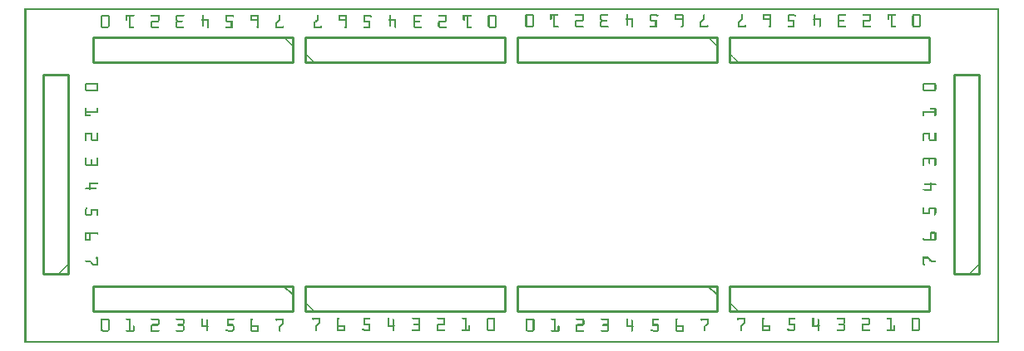
<source format=gto>
G04 MADE WITH FRITZING*
G04 WWW.FRITZING.ORG*
G04 DOUBLE SIDED*
G04 HOLES PLATED*
G04 CONTOUR ON CENTER OF CONTOUR VECTOR*
%ASAXBY*%
%FSLAX23Y23*%
%MOIN*%
%OFA0B0*%
%SFA1.0B1.0*%
%ADD10C,0.010000*%
%ADD11C,0.005000*%
%ADD12R,0.001000X0.001000*%
%LNSILK1*%
G90*
G70*
G54D10*
X2824Y128D02*
X3624Y128D01*
D02*
X3624Y128D02*
X3624Y228D01*
D02*
X3624Y228D02*
X2824Y228D01*
D02*
X2824Y228D02*
X2824Y128D01*
D02*
X2774Y228D02*
X1974Y228D01*
D02*
X1974Y228D02*
X1974Y128D01*
D02*
X1974Y128D02*
X2774Y128D01*
D02*
X2774Y128D02*
X2774Y228D01*
G54D11*
D02*
X2739Y228D02*
X2774Y193D01*
G54D10*
D02*
X1124Y128D02*
X1924Y128D01*
D02*
X1924Y128D02*
X1924Y228D01*
D02*
X1924Y228D02*
X1124Y228D01*
D02*
X1124Y228D02*
X1124Y128D01*
D02*
X1074Y228D02*
X274Y228D01*
D02*
X274Y228D02*
X274Y128D01*
D02*
X274Y128D02*
X1074Y128D01*
D02*
X1074Y128D02*
X1074Y228D01*
G54D11*
D02*
X1039Y228D02*
X1074Y193D01*
G54D10*
D02*
X2824Y1128D02*
X3624Y1128D01*
D02*
X3624Y1128D02*
X3624Y1228D01*
D02*
X3624Y1228D02*
X2824Y1228D01*
D02*
X2824Y1228D02*
X2824Y1128D01*
D02*
X2774Y1228D02*
X1974Y1228D01*
D02*
X1974Y1228D02*
X1974Y1128D01*
D02*
X1974Y1128D02*
X2774Y1128D01*
D02*
X2774Y1128D02*
X2774Y1228D01*
D02*
X1124Y1128D02*
X1924Y1128D01*
D02*
X1924Y1128D02*
X1924Y1228D01*
D02*
X1924Y1228D02*
X1124Y1228D01*
D02*
X1124Y1228D02*
X1124Y1128D01*
D02*
X1074Y1228D02*
X274Y1228D01*
D02*
X274Y1228D02*
X274Y1128D01*
D02*
X274Y1128D02*
X1074Y1128D01*
D02*
X1074Y1128D02*
X1074Y1228D01*
D02*
X3824Y278D02*
X3824Y1078D01*
D02*
X3824Y1078D02*
X3724Y1078D01*
D02*
X3724Y1078D02*
X3724Y278D01*
D02*
X3724Y278D02*
X3824Y278D01*
D02*
X174Y278D02*
X174Y1078D01*
D02*
X174Y1078D02*
X74Y1078D01*
D02*
X74Y1078D02*
X74Y278D01*
D02*
X74Y278D02*
X174Y278D01*
G54D12*
X0Y1345D02*
X3906Y1345D01*
X0Y1344D02*
X3906Y1344D01*
X0Y1343D02*
X3906Y1343D01*
X0Y1342D02*
X3906Y1342D01*
X0Y1341D02*
X3906Y1341D01*
X0Y1340D02*
X3906Y1340D01*
X0Y1339D02*
X3906Y1339D01*
X0Y1338D02*
X3906Y1338D01*
X0Y1337D02*
X7Y1337D01*
X3899Y1337D02*
X3906Y1337D01*
X0Y1336D02*
X7Y1336D01*
X3899Y1336D02*
X3906Y1336D01*
X0Y1335D02*
X7Y1335D01*
X3899Y1335D02*
X3906Y1335D01*
X0Y1334D02*
X7Y1334D01*
X3899Y1334D02*
X3906Y1334D01*
X0Y1333D02*
X7Y1333D01*
X3899Y1333D02*
X3906Y1333D01*
X0Y1332D02*
X7Y1332D01*
X3899Y1332D02*
X3906Y1332D01*
X0Y1331D02*
X7Y1331D01*
X3899Y1331D02*
X3906Y1331D01*
X0Y1330D02*
X7Y1330D01*
X3899Y1330D02*
X3906Y1330D01*
X0Y1329D02*
X7Y1329D01*
X3899Y1329D02*
X3906Y1329D01*
X0Y1328D02*
X7Y1328D01*
X3899Y1328D02*
X3906Y1328D01*
X0Y1327D02*
X7Y1327D01*
X3899Y1327D02*
X3906Y1327D01*
X0Y1326D02*
X7Y1326D01*
X3899Y1326D02*
X3906Y1326D01*
X0Y1325D02*
X7Y1325D01*
X3899Y1325D02*
X3906Y1325D01*
X0Y1324D02*
X7Y1324D01*
X3899Y1324D02*
X3906Y1324D01*
X0Y1323D02*
X7Y1323D01*
X3899Y1323D02*
X3906Y1323D01*
X0Y1322D02*
X7Y1322D01*
X3899Y1322D02*
X3906Y1322D01*
X0Y1321D02*
X7Y1321D01*
X2011Y1321D02*
X2036Y1321D01*
X2108Y1321D02*
X2138Y1321D01*
X2208Y1321D02*
X2240Y1321D01*
X2311Y1321D02*
X2338Y1321D01*
X2413Y1321D02*
X2416Y1321D01*
X2511Y1321D02*
X2531Y1321D01*
X2608Y1321D02*
X2638Y1321D01*
X2722Y1321D02*
X2724Y1321D01*
X2873Y1321D02*
X2876Y1321D01*
X2960Y1321D02*
X2990Y1321D01*
X3062Y1321D02*
X3083Y1321D01*
X3165Y1321D02*
X3167Y1321D01*
X3262Y1321D02*
X3289Y1321D01*
X3359Y1321D02*
X3391Y1321D01*
X3459Y1321D02*
X3489Y1321D01*
X3562Y1321D02*
X3587Y1321D01*
X3899Y1321D02*
X3906Y1321D01*
X0Y1320D02*
X7Y1320D01*
X2009Y1320D02*
X2037Y1320D01*
X2107Y1320D02*
X2139Y1320D01*
X2207Y1320D02*
X2240Y1320D01*
X2309Y1320D02*
X2339Y1320D01*
X2412Y1320D02*
X2417Y1320D01*
X2509Y1320D02*
X2534Y1320D01*
X2607Y1320D02*
X2639Y1320D01*
X2721Y1320D02*
X2725Y1320D01*
X2872Y1320D02*
X2877Y1320D01*
X2959Y1320D02*
X2991Y1320D01*
X3061Y1320D02*
X3086Y1320D01*
X3164Y1320D02*
X3168Y1320D01*
X3261Y1320D02*
X3290Y1320D01*
X3358Y1320D02*
X3391Y1320D01*
X3458Y1320D02*
X3490Y1320D01*
X3560Y1320D02*
X3588Y1320D01*
X3899Y1320D02*
X3906Y1320D01*
X0Y1319D02*
X7Y1319D01*
X2008Y1319D02*
X2038Y1319D01*
X2107Y1319D02*
X2140Y1319D01*
X2207Y1319D02*
X2240Y1319D01*
X2308Y1319D02*
X2340Y1319D01*
X2412Y1319D02*
X2417Y1319D01*
X2508Y1319D02*
X2536Y1319D01*
X2606Y1319D02*
X2639Y1319D01*
X2720Y1319D02*
X2726Y1319D01*
X2872Y1319D02*
X2878Y1319D01*
X2958Y1319D02*
X2991Y1319D01*
X3060Y1319D02*
X3088Y1319D01*
X3163Y1319D02*
X3169Y1319D01*
X3259Y1319D02*
X3291Y1319D01*
X3358Y1319D02*
X3391Y1319D01*
X3458Y1319D02*
X3491Y1319D01*
X3559Y1319D02*
X3589Y1319D01*
X3899Y1319D02*
X3906Y1319D01*
X0Y1318D02*
X7Y1318D01*
X310Y1318D02*
X336Y1318D01*
X408Y1318D02*
X439Y1318D01*
X507Y1318D02*
X540Y1318D01*
X610Y1318D02*
X638Y1318D01*
X713Y1318D02*
X716Y1318D01*
X810Y1318D02*
X833Y1318D01*
X907Y1318D02*
X938Y1318D01*
X1021Y1318D02*
X1024Y1318D01*
X1173Y1318D02*
X1176Y1318D01*
X1259Y1318D02*
X1290Y1318D01*
X1361Y1318D02*
X1384Y1318D01*
X1464Y1318D02*
X1468Y1318D01*
X1561Y1318D02*
X1590Y1318D01*
X1659Y1318D02*
X1691Y1318D01*
X1759Y1318D02*
X1790Y1318D01*
X1861Y1318D02*
X1887Y1318D01*
X2008Y1318D02*
X2039Y1318D01*
X2107Y1318D02*
X2140Y1318D01*
X2206Y1318D02*
X2240Y1318D01*
X2307Y1318D02*
X2340Y1318D01*
X2412Y1318D02*
X2417Y1318D01*
X2507Y1318D02*
X2538Y1318D01*
X2606Y1318D02*
X2640Y1318D01*
X2720Y1318D02*
X2726Y1318D01*
X2872Y1318D02*
X2878Y1318D01*
X2958Y1318D02*
X2991Y1318D01*
X3059Y1318D02*
X3090Y1318D01*
X3163Y1318D02*
X3169Y1318D01*
X3259Y1318D02*
X3291Y1318D01*
X3358Y1318D02*
X3391Y1318D01*
X3458Y1318D02*
X3491Y1318D01*
X3558Y1318D02*
X3590Y1318D01*
X3899Y1318D02*
X3906Y1318D01*
X0Y1317D02*
X7Y1317D01*
X309Y1317D02*
X338Y1317D01*
X407Y1317D02*
X439Y1317D01*
X507Y1317D02*
X540Y1317D01*
X608Y1317D02*
X639Y1317D01*
X712Y1317D02*
X717Y1317D01*
X808Y1317D02*
X835Y1317D01*
X906Y1317D02*
X939Y1317D01*
X1020Y1317D02*
X1025Y1317D01*
X1172Y1317D02*
X1177Y1317D01*
X1258Y1317D02*
X1291Y1317D01*
X1360Y1317D02*
X1386Y1317D01*
X1463Y1317D02*
X1468Y1317D01*
X1560Y1317D02*
X1591Y1317D01*
X1658Y1317D02*
X1691Y1317D01*
X1758Y1317D02*
X1790Y1317D01*
X1860Y1317D02*
X1889Y1317D01*
X2007Y1317D02*
X2040Y1317D01*
X2107Y1317D02*
X2140Y1317D01*
X2207Y1317D02*
X2240Y1317D01*
X2307Y1317D02*
X2340Y1317D01*
X2411Y1317D02*
X2417Y1317D01*
X2507Y1317D02*
X2539Y1317D01*
X2606Y1317D02*
X2640Y1317D01*
X2720Y1317D02*
X2726Y1317D01*
X2872Y1317D02*
X2878Y1317D01*
X2958Y1317D02*
X2991Y1317D01*
X3058Y1317D02*
X3091Y1317D01*
X3163Y1317D02*
X3169Y1317D01*
X3258Y1317D02*
X3291Y1317D01*
X3358Y1317D02*
X3391Y1317D01*
X3458Y1317D02*
X3491Y1317D01*
X3558Y1317D02*
X3590Y1317D01*
X3899Y1317D02*
X3906Y1317D01*
X0Y1316D02*
X7Y1316D01*
X308Y1316D02*
X338Y1316D01*
X406Y1316D02*
X440Y1316D01*
X506Y1316D02*
X540Y1316D01*
X608Y1316D02*
X640Y1316D01*
X711Y1316D02*
X717Y1316D01*
X807Y1316D02*
X837Y1316D01*
X906Y1316D02*
X939Y1316D01*
X1020Y1316D02*
X1026Y1316D01*
X1172Y1316D02*
X1177Y1316D01*
X1258Y1316D02*
X1291Y1316D01*
X1359Y1316D02*
X1389Y1316D01*
X1463Y1316D02*
X1469Y1316D01*
X1559Y1316D02*
X1591Y1316D01*
X1658Y1316D02*
X1691Y1316D01*
X1757Y1316D02*
X1791Y1316D01*
X1859Y1316D02*
X1889Y1316D01*
X2007Y1316D02*
X2040Y1316D01*
X2107Y1316D02*
X2139Y1316D01*
X2207Y1316D02*
X2240Y1316D01*
X2307Y1316D02*
X2339Y1316D01*
X2411Y1316D02*
X2417Y1316D01*
X2506Y1316D02*
X2540Y1316D01*
X2606Y1316D02*
X2640Y1316D01*
X2720Y1316D02*
X2726Y1316D01*
X2872Y1316D02*
X2878Y1316D01*
X2958Y1316D02*
X2991Y1316D01*
X3058Y1316D02*
X3091Y1316D01*
X3163Y1316D02*
X3169Y1316D01*
X3258Y1316D02*
X3290Y1316D01*
X3358Y1316D02*
X3391Y1316D01*
X3458Y1316D02*
X3490Y1316D01*
X3558Y1316D02*
X3591Y1316D01*
X3899Y1316D02*
X3906Y1316D01*
X0Y1315D02*
X7Y1315D01*
X307Y1315D02*
X339Y1315D01*
X406Y1315D02*
X440Y1315D01*
X506Y1315D02*
X540Y1315D01*
X607Y1315D02*
X640Y1315D01*
X711Y1315D02*
X717Y1315D01*
X807Y1315D02*
X839Y1315D01*
X906Y1315D02*
X939Y1315D01*
X1020Y1315D02*
X1026Y1315D01*
X1172Y1315D02*
X1178Y1315D01*
X1258Y1315D02*
X1291Y1315D01*
X1358Y1315D02*
X1390Y1315D01*
X1463Y1315D02*
X1469Y1315D01*
X1558Y1315D02*
X1591Y1315D01*
X1658Y1315D02*
X1691Y1315D01*
X1757Y1315D02*
X1791Y1315D01*
X1858Y1315D02*
X1890Y1315D01*
X2007Y1315D02*
X2040Y1315D01*
X2107Y1315D02*
X2138Y1315D01*
X2208Y1315D02*
X2240Y1315D01*
X2306Y1315D02*
X2338Y1315D01*
X2411Y1315D02*
X2417Y1315D01*
X2506Y1315D02*
X2540Y1315D01*
X2606Y1315D02*
X2640Y1315D01*
X2720Y1315D02*
X2726Y1315D01*
X2872Y1315D02*
X2878Y1315D01*
X2958Y1315D02*
X2991Y1315D01*
X3058Y1315D02*
X3091Y1315D01*
X3163Y1315D02*
X3169Y1315D01*
X3258Y1315D02*
X3289Y1315D01*
X3360Y1315D02*
X3391Y1315D01*
X3458Y1315D02*
X3489Y1315D01*
X3558Y1315D02*
X3591Y1315D01*
X3899Y1315D02*
X3906Y1315D01*
X0Y1314D02*
X7Y1314D01*
X307Y1314D02*
X340Y1314D01*
X406Y1314D02*
X439Y1314D01*
X507Y1314D02*
X540Y1314D01*
X607Y1314D02*
X639Y1314D01*
X711Y1314D02*
X717Y1314D01*
X806Y1314D02*
X839Y1314D01*
X906Y1314D02*
X939Y1314D01*
X1020Y1314D02*
X1026Y1314D01*
X1172Y1314D02*
X1178Y1314D01*
X1258Y1314D02*
X1291Y1314D01*
X1358Y1314D02*
X1391Y1314D01*
X1463Y1314D02*
X1469Y1314D01*
X1558Y1314D02*
X1591Y1314D01*
X1658Y1314D02*
X1691Y1314D01*
X1757Y1314D02*
X1790Y1314D01*
X1858Y1314D02*
X1890Y1314D01*
X2007Y1314D02*
X2013Y1314D01*
X2034Y1314D02*
X2040Y1314D01*
X2107Y1314D02*
X2113Y1314D01*
X2120Y1314D02*
X2126Y1314D01*
X2234Y1314D02*
X2240Y1314D01*
X2306Y1314D02*
X2312Y1314D01*
X2411Y1314D02*
X2417Y1314D01*
X2506Y1314D02*
X2512Y1314D01*
X2531Y1314D02*
X2539Y1314D01*
X2606Y1314D02*
X2612Y1314D01*
X2634Y1314D02*
X2640Y1314D01*
X2720Y1314D02*
X2726Y1314D01*
X2872Y1314D02*
X2878Y1314D01*
X2958Y1314D02*
X2964Y1314D01*
X2985Y1314D02*
X2991Y1314D01*
X3058Y1314D02*
X3064Y1314D01*
X3083Y1314D02*
X3091Y1314D01*
X3163Y1314D02*
X3169Y1314D01*
X3258Y1314D02*
X3264Y1314D01*
X3385Y1314D02*
X3391Y1314D01*
X3458Y1314D02*
X3464Y1314D01*
X3471Y1314D02*
X3477Y1314D01*
X3557Y1314D02*
X3564Y1314D01*
X3585Y1314D02*
X3591Y1314D01*
X3899Y1314D02*
X3906Y1314D01*
X0Y1313D02*
X7Y1313D01*
X306Y1313D02*
X340Y1313D01*
X406Y1313D02*
X439Y1313D01*
X507Y1313D02*
X540Y1313D01*
X606Y1313D02*
X639Y1313D01*
X711Y1313D02*
X717Y1313D01*
X806Y1313D02*
X839Y1313D01*
X906Y1313D02*
X939Y1313D01*
X1020Y1313D02*
X1026Y1313D01*
X1172Y1313D02*
X1178Y1313D01*
X1258Y1313D02*
X1291Y1313D01*
X1358Y1313D02*
X1391Y1313D01*
X1463Y1313D02*
X1469Y1313D01*
X1558Y1313D02*
X1590Y1313D01*
X1659Y1313D02*
X1691Y1313D01*
X1757Y1313D02*
X1790Y1313D01*
X1857Y1313D02*
X1891Y1313D01*
X2007Y1313D02*
X2013Y1313D01*
X2034Y1313D02*
X2040Y1313D01*
X2107Y1313D02*
X2113Y1313D01*
X2120Y1313D02*
X2126Y1313D01*
X2234Y1313D02*
X2240Y1313D01*
X2306Y1313D02*
X2312Y1313D01*
X2411Y1313D02*
X2417Y1313D01*
X2506Y1313D02*
X2512Y1313D01*
X2533Y1313D02*
X2539Y1313D01*
X2606Y1313D02*
X2612Y1313D01*
X2634Y1313D02*
X2640Y1313D01*
X2720Y1313D02*
X2726Y1313D01*
X2872Y1313D02*
X2878Y1313D01*
X2958Y1313D02*
X2964Y1313D01*
X2985Y1313D02*
X2991Y1313D01*
X3058Y1313D02*
X3064Y1313D01*
X3085Y1313D02*
X3090Y1313D01*
X3163Y1313D02*
X3169Y1313D01*
X3258Y1313D02*
X3264Y1313D01*
X3385Y1313D02*
X3391Y1313D01*
X3458Y1313D02*
X3464Y1313D01*
X3471Y1313D02*
X3477Y1313D01*
X3557Y1313D02*
X3564Y1313D01*
X3585Y1313D02*
X3591Y1313D01*
X3899Y1313D02*
X3906Y1313D01*
X0Y1312D02*
X7Y1312D01*
X306Y1312D02*
X340Y1312D01*
X406Y1312D02*
X436Y1312D01*
X510Y1312D02*
X540Y1312D01*
X606Y1312D02*
X636Y1312D01*
X711Y1312D02*
X717Y1312D01*
X806Y1312D02*
X839Y1312D01*
X906Y1312D02*
X939Y1312D01*
X1020Y1312D02*
X1026Y1312D01*
X1172Y1312D02*
X1178Y1312D01*
X1258Y1312D02*
X1291Y1312D01*
X1358Y1312D02*
X1391Y1312D01*
X1463Y1312D02*
X1469Y1312D01*
X1558Y1312D02*
X1587Y1312D01*
X1661Y1312D02*
X1691Y1312D01*
X1757Y1312D02*
X1787Y1312D01*
X1857Y1312D02*
X1891Y1312D01*
X2007Y1312D02*
X2013Y1312D01*
X2034Y1312D02*
X2040Y1312D01*
X2107Y1312D02*
X2113Y1312D01*
X2120Y1312D02*
X2126Y1312D01*
X2234Y1312D02*
X2240Y1312D01*
X2306Y1312D02*
X2312Y1312D01*
X2411Y1312D02*
X2417Y1312D01*
X2506Y1312D02*
X2512Y1312D01*
X2536Y1312D02*
X2538Y1312D01*
X2606Y1312D02*
X2612Y1312D01*
X2634Y1312D02*
X2640Y1312D01*
X2720Y1312D02*
X2726Y1312D01*
X2872Y1312D02*
X2878Y1312D01*
X2958Y1312D02*
X2964Y1312D01*
X2985Y1312D02*
X2991Y1312D01*
X3058Y1312D02*
X3064Y1312D01*
X3087Y1312D02*
X3089Y1312D01*
X3163Y1312D02*
X3169Y1312D01*
X3258Y1312D02*
X3264Y1312D01*
X3385Y1312D02*
X3391Y1312D01*
X3458Y1312D02*
X3464Y1312D01*
X3471Y1312D02*
X3477Y1312D01*
X3557Y1312D02*
X3564Y1312D01*
X3585Y1312D02*
X3591Y1312D01*
X3899Y1312D02*
X3906Y1312D01*
X0Y1311D02*
X7Y1311D01*
X306Y1311D02*
X312Y1311D01*
X334Y1311D02*
X340Y1311D01*
X406Y1311D02*
X412Y1311D01*
X420Y1311D02*
X426Y1311D01*
X534Y1311D02*
X540Y1311D01*
X606Y1311D02*
X612Y1311D01*
X711Y1311D02*
X717Y1311D01*
X806Y1311D02*
X812Y1311D01*
X832Y1311D02*
X839Y1311D01*
X906Y1311D02*
X912Y1311D01*
X933Y1311D02*
X939Y1311D01*
X1020Y1311D02*
X1026Y1311D01*
X1172Y1311D02*
X1178Y1311D01*
X1258Y1311D02*
X1264Y1311D01*
X1285Y1311D02*
X1291Y1311D01*
X1358Y1311D02*
X1364Y1311D01*
X1383Y1311D02*
X1391Y1311D01*
X1463Y1311D02*
X1469Y1311D01*
X1558Y1311D02*
X1564Y1311D01*
X1685Y1311D02*
X1691Y1311D01*
X1757Y1311D02*
X1763Y1311D01*
X1771Y1311D02*
X1777Y1311D01*
X1857Y1311D02*
X1863Y1311D01*
X1885Y1311D02*
X1891Y1311D01*
X2007Y1311D02*
X2013Y1311D01*
X2034Y1311D02*
X2040Y1311D01*
X2107Y1311D02*
X2113Y1311D01*
X2120Y1311D02*
X2126Y1311D01*
X2234Y1311D02*
X2240Y1311D01*
X2306Y1311D02*
X2312Y1311D01*
X2411Y1311D02*
X2417Y1311D01*
X2506Y1311D02*
X2512Y1311D01*
X2606Y1311D02*
X2612Y1311D01*
X2634Y1311D02*
X2640Y1311D01*
X2720Y1311D02*
X2726Y1311D01*
X2872Y1311D02*
X2878Y1311D01*
X2958Y1311D02*
X2964Y1311D01*
X2985Y1311D02*
X2991Y1311D01*
X3058Y1311D02*
X3064Y1311D01*
X3163Y1311D02*
X3169Y1311D01*
X3258Y1311D02*
X3264Y1311D01*
X3385Y1311D02*
X3391Y1311D01*
X3458Y1311D02*
X3464Y1311D01*
X3471Y1311D02*
X3477Y1311D01*
X3557Y1311D02*
X3564Y1311D01*
X3585Y1311D02*
X3591Y1311D01*
X3899Y1311D02*
X3906Y1311D01*
X0Y1310D02*
X7Y1310D01*
X306Y1310D02*
X312Y1310D01*
X334Y1310D02*
X340Y1310D01*
X406Y1310D02*
X412Y1310D01*
X420Y1310D02*
X426Y1310D01*
X534Y1310D02*
X540Y1310D01*
X606Y1310D02*
X612Y1310D01*
X711Y1310D02*
X717Y1310D01*
X806Y1310D02*
X812Y1310D01*
X834Y1310D02*
X838Y1310D01*
X906Y1310D02*
X912Y1310D01*
X933Y1310D02*
X939Y1310D01*
X1020Y1310D02*
X1026Y1310D01*
X1172Y1310D02*
X1178Y1310D01*
X1258Y1310D02*
X1264Y1310D01*
X1285Y1310D02*
X1291Y1310D01*
X1358Y1310D02*
X1364Y1310D01*
X1386Y1310D02*
X1390Y1310D01*
X1463Y1310D02*
X1469Y1310D01*
X1558Y1310D02*
X1564Y1310D01*
X1685Y1310D02*
X1691Y1310D01*
X1757Y1310D02*
X1763Y1310D01*
X1771Y1310D02*
X1777Y1310D01*
X1857Y1310D02*
X1863Y1310D01*
X1885Y1310D02*
X1891Y1310D01*
X2007Y1310D02*
X2013Y1310D01*
X2034Y1310D02*
X2040Y1310D01*
X2107Y1310D02*
X2113Y1310D01*
X2120Y1310D02*
X2126Y1310D01*
X2234Y1310D02*
X2240Y1310D01*
X2306Y1310D02*
X2312Y1310D01*
X2411Y1310D02*
X2417Y1310D01*
X2506Y1310D02*
X2512Y1310D01*
X2606Y1310D02*
X2612Y1310D01*
X2634Y1310D02*
X2640Y1310D01*
X2720Y1310D02*
X2726Y1310D01*
X2872Y1310D02*
X2878Y1310D01*
X2958Y1310D02*
X2964Y1310D01*
X2985Y1310D02*
X2991Y1310D01*
X3058Y1310D02*
X3064Y1310D01*
X3163Y1310D02*
X3169Y1310D01*
X3258Y1310D02*
X3264Y1310D01*
X3385Y1310D02*
X3391Y1310D01*
X3458Y1310D02*
X3464Y1310D01*
X3471Y1310D02*
X3477Y1310D01*
X3557Y1310D02*
X3564Y1310D01*
X3585Y1310D02*
X3591Y1310D01*
X3899Y1310D02*
X3906Y1310D01*
X0Y1309D02*
X7Y1309D01*
X306Y1309D02*
X312Y1309D01*
X334Y1309D02*
X340Y1309D01*
X406Y1309D02*
X412Y1309D01*
X420Y1309D02*
X426Y1309D01*
X534Y1309D02*
X540Y1309D01*
X606Y1309D02*
X612Y1309D01*
X711Y1309D02*
X717Y1309D01*
X806Y1309D02*
X812Y1309D01*
X906Y1309D02*
X912Y1309D01*
X933Y1309D02*
X939Y1309D01*
X1020Y1309D02*
X1026Y1309D01*
X1172Y1309D02*
X1178Y1309D01*
X1258Y1309D02*
X1264Y1309D01*
X1285Y1309D02*
X1291Y1309D01*
X1358Y1309D02*
X1364Y1309D01*
X1463Y1309D02*
X1469Y1309D01*
X1558Y1309D02*
X1564Y1309D01*
X1685Y1309D02*
X1691Y1309D01*
X1757Y1309D02*
X1763Y1309D01*
X1771Y1309D02*
X1777Y1309D01*
X1857Y1309D02*
X1863Y1309D01*
X1885Y1309D02*
X1891Y1309D01*
X2007Y1309D02*
X2013Y1309D01*
X2034Y1309D02*
X2040Y1309D01*
X2107Y1309D02*
X2113Y1309D01*
X2120Y1309D02*
X2126Y1309D01*
X2234Y1309D02*
X2240Y1309D01*
X2306Y1309D02*
X2312Y1309D01*
X2411Y1309D02*
X2417Y1309D01*
X2506Y1309D02*
X2512Y1309D01*
X2606Y1309D02*
X2612Y1309D01*
X2634Y1309D02*
X2640Y1309D01*
X2720Y1309D02*
X2726Y1309D01*
X2872Y1309D02*
X2878Y1309D01*
X2958Y1309D02*
X2964Y1309D01*
X2985Y1309D02*
X2991Y1309D01*
X3058Y1309D02*
X3064Y1309D01*
X3163Y1309D02*
X3169Y1309D01*
X3258Y1309D02*
X3264Y1309D01*
X3385Y1309D02*
X3391Y1309D01*
X3458Y1309D02*
X3464Y1309D01*
X3471Y1309D02*
X3477Y1309D01*
X3557Y1309D02*
X3564Y1309D01*
X3585Y1309D02*
X3591Y1309D01*
X3899Y1309D02*
X3906Y1309D01*
X0Y1308D02*
X7Y1308D01*
X306Y1308D02*
X312Y1308D01*
X334Y1308D02*
X340Y1308D01*
X406Y1308D02*
X412Y1308D01*
X420Y1308D02*
X426Y1308D01*
X534Y1308D02*
X540Y1308D01*
X606Y1308D02*
X612Y1308D01*
X711Y1308D02*
X717Y1308D01*
X806Y1308D02*
X812Y1308D01*
X906Y1308D02*
X912Y1308D01*
X933Y1308D02*
X939Y1308D01*
X1020Y1308D02*
X1026Y1308D01*
X1172Y1308D02*
X1178Y1308D01*
X1258Y1308D02*
X1264Y1308D01*
X1285Y1308D02*
X1291Y1308D01*
X1358Y1308D02*
X1364Y1308D01*
X1463Y1308D02*
X1469Y1308D01*
X1558Y1308D02*
X1564Y1308D01*
X1685Y1308D02*
X1691Y1308D01*
X1757Y1308D02*
X1763Y1308D01*
X1771Y1308D02*
X1777Y1308D01*
X1857Y1308D02*
X1863Y1308D01*
X1885Y1308D02*
X1891Y1308D01*
X2007Y1308D02*
X2013Y1308D01*
X2034Y1308D02*
X2040Y1308D01*
X2107Y1308D02*
X2113Y1308D01*
X2120Y1308D02*
X2126Y1308D01*
X2234Y1308D02*
X2240Y1308D01*
X2306Y1308D02*
X2312Y1308D01*
X2411Y1308D02*
X2417Y1308D01*
X2506Y1308D02*
X2512Y1308D01*
X2606Y1308D02*
X2612Y1308D01*
X2634Y1308D02*
X2640Y1308D01*
X2720Y1308D02*
X2726Y1308D01*
X2872Y1308D02*
X2878Y1308D01*
X2958Y1308D02*
X2964Y1308D01*
X2985Y1308D02*
X2991Y1308D01*
X3058Y1308D02*
X3064Y1308D01*
X3163Y1308D02*
X3169Y1308D01*
X3258Y1308D02*
X3264Y1308D01*
X3385Y1308D02*
X3391Y1308D01*
X3458Y1308D02*
X3464Y1308D01*
X3471Y1308D02*
X3477Y1308D01*
X3557Y1308D02*
X3564Y1308D01*
X3585Y1308D02*
X3591Y1308D01*
X3899Y1308D02*
X3906Y1308D01*
X0Y1307D02*
X7Y1307D01*
X306Y1307D02*
X312Y1307D01*
X334Y1307D02*
X340Y1307D01*
X406Y1307D02*
X412Y1307D01*
X420Y1307D02*
X426Y1307D01*
X534Y1307D02*
X540Y1307D01*
X606Y1307D02*
X612Y1307D01*
X711Y1307D02*
X717Y1307D01*
X806Y1307D02*
X812Y1307D01*
X906Y1307D02*
X912Y1307D01*
X933Y1307D02*
X939Y1307D01*
X1020Y1307D02*
X1026Y1307D01*
X1172Y1307D02*
X1178Y1307D01*
X1258Y1307D02*
X1264Y1307D01*
X1285Y1307D02*
X1291Y1307D01*
X1358Y1307D02*
X1364Y1307D01*
X1463Y1307D02*
X1469Y1307D01*
X1558Y1307D02*
X1564Y1307D01*
X1685Y1307D02*
X1691Y1307D01*
X1757Y1307D02*
X1763Y1307D01*
X1771Y1307D02*
X1777Y1307D01*
X1857Y1307D02*
X1863Y1307D01*
X1885Y1307D02*
X1891Y1307D01*
X2007Y1307D02*
X2013Y1307D01*
X2034Y1307D02*
X2040Y1307D01*
X2107Y1307D02*
X2113Y1307D01*
X2120Y1307D02*
X2126Y1307D01*
X2234Y1307D02*
X2240Y1307D01*
X2306Y1307D02*
X2312Y1307D01*
X2411Y1307D02*
X2417Y1307D01*
X2506Y1307D02*
X2512Y1307D01*
X2606Y1307D02*
X2612Y1307D01*
X2634Y1307D02*
X2640Y1307D01*
X2720Y1307D02*
X2726Y1307D01*
X2872Y1307D02*
X2878Y1307D01*
X2958Y1307D02*
X2964Y1307D01*
X2985Y1307D02*
X2991Y1307D01*
X3058Y1307D02*
X3064Y1307D01*
X3163Y1307D02*
X3169Y1307D01*
X3258Y1307D02*
X3264Y1307D01*
X3385Y1307D02*
X3391Y1307D01*
X3458Y1307D02*
X3464Y1307D01*
X3471Y1307D02*
X3477Y1307D01*
X3557Y1307D02*
X3564Y1307D01*
X3585Y1307D02*
X3591Y1307D01*
X3899Y1307D02*
X3906Y1307D01*
X0Y1306D02*
X7Y1306D01*
X306Y1306D02*
X312Y1306D01*
X334Y1306D02*
X340Y1306D01*
X406Y1306D02*
X412Y1306D01*
X420Y1306D02*
X426Y1306D01*
X534Y1306D02*
X540Y1306D01*
X606Y1306D02*
X612Y1306D01*
X711Y1306D02*
X717Y1306D01*
X806Y1306D02*
X812Y1306D01*
X906Y1306D02*
X912Y1306D01*
X933Y1306D02*
X939Y1306D01*
X1020Y1306D02*
X1026Y1306D01*
X1172Y1306D02*
X1178Y1306D01*
X1258Y1306D02*
X1264Y1306D01*
X1285Y1306D02*
X1291Y1306D01*
X1358Y1306D02*
X1364Y1306D01*
X1463Y1306D02*
X1469Y1306D01*
X1558Y1306D02*
X1564Y1306D01*
X1685Y1306D02*
X1691Y1306D01*
X1757Y1306D02*
X1763Y1306D01*
X1771Y1306D02*
X1777Y1306D01*
X1857Y1306D02*
X1863Y1306D01*
X1885Y1306D02*
X1891Y1306D01*
X2007Y1306D02*
X2013Y1306D01*
X2034Y1306D02*
X2040Y1306D01*
X2107Y1306D02*
X2113Y1306D01*
X2120Y1306D02*
X2126Y1306D01*
X2234Y1306D02*
X2240Y1306D01*
X2306Y1306D02*
X2312Y1306D01*
X2411Y1306D02*
X2417Y1306D01*
X2506Y1306D02*
X2512Y1306D01*
X2606Y1306D02*
X2612Y1306D01*
X2634Y1306D02*
X2640Y1306D01*
X2720Y1306D02*
X2726Y1306D01*
X2872Y1306D02*
X2878Y1306D01*
X2958Y1306D02*
X2964Y1306D01*
X2985Y1306D02*
X2991Y1306D01*
X3058Y1306D02*
X3064Y1306D01*
X3163Y1306D02*
X3169Y1306D01*
X3258Y1306D02*
X3264Y1306D01*
X3385Y1306D02*
X3391Y1306D01*
X3458Y1306D02*
X3464Y1306D01*
X3471Y1306D02*
X3477Y1306D01*
X3557Y1306D02*
X3564Y1306D01*
X3585Y1306D02*
X3591Y1306D01*
X3899Y1306D02*
X3906Y1306D01*
X0Y1305D02*
X7Y1305D01*
X306Y1305D02*
X312Y1305D01*
X334Y1305D02*
X340Y1305D01*
X406Y1305D02*
X412Y1305D01*
X420Y1305D02*
X426Y1305D01*
X534Y1305D02*
X540Y1305D01*
X606Y1305D02*
X612Y1305D01*
X711Y1305D02*
X717Y1305D01*
X806Y1305D02*
X812Y1305D01*
X906Y1305D02*
X912Y1305D01*
X933Y1305D02*
X939Y1305D01*
X1020Y1305D02*
X1026Y1305D01*
X1172Y1305D02*
X1178Y1305D01*
X1258Y1305D02*
X1264Y1305D01*
X1285Y1305D02*
X1291Y1305D01*
X1358Y1305D02*
X1364Y1305D01*
X1463Y1305D02*
X1469Y1305D01*
X1558Y1305D02*
X1564Y1305D01*
X1685Y1305D02*
X1691Y1305D01*
X1757Y1305D02*
X1763Y1305D01*
X1771Y1305D02*
X1777Y1305D01*
X1857Y1305D02*
X1863Y1305D01*
X1885Y1305D02*
X1891Y1305D01*
X2007Y1305D02*
X2013Y1305D01*
X2034Y1305D02*
X2040Y1305D01*
X2107Y1305D02*
X2113Y1305D01*
X2120Y1305D02*
X2126Y1305D01*
X2234Y1305D02*
X2240Y1305D01*
X2306Y1305D02*
X2312Y1305D01*
X2411Y1305D02*
X2417Y1305D01*
X2506Y1305D02*
X2512Y1305D01*
X2606Y1305D02*
X2612Y1305D01*
X2634Y1305D02*
X2640Y1305D01*
X2720Y1305D02*
X2726Y1305D01*
X2872Y1305D02*
X2878Y1305D01*
X2958Y1305D02*
X2964Y1305D01*
X2985Y1305D02*
X2991Y1305D01*
X3058Y1305D02*
X3064Y1305D01*
X3163Y1305D02*
X3169Y1305D01*
X3258Y1305D02*
X3264Y1305D01*
X3385Y1305D02*
X3391Y1305D01*
X3458Y1305D02*
X3464Y1305D01*
X3471Y1305D02*
X3477Y1305D01*
X3557Y1305D02*
X3564Y1305D01*
X3585Y1305D02*
X3591Y1305D01*
X3899Y1305D02*
X3906Y1305D01*
X0Y1304D02*
X7Y1304D01*
X306Y1304D02*
X312Y1304D01*
X334Y1304D02*
X340Y1304D01*
X406Y1304D02*
X412Y1304D01*
X420Y1304D02*
X426Y1304D01*
X534Y1304D02*
X540Y1304D01*
X606Y1304D02*
X612Y1304D01*
X711Y1304D02*
X717Y1304D01*
X806Y1304D02*
X812Y1304D01*
X906Y1304D02*
X912Y1304D01*
X933Y1304D02*
X939Y1304D01*
X1020Y1304D02*
X1026Y1304D01*
X1172Y1304D02*
X1178Y1304D01*
X1258Y1304D02*
X1264Y1304D01*
X1285Y1304D02*
X1291Y1304D01*
X1358Y1304D02*
X1364Y1304D01*
X1463Y1304D02*
X1469Y1304D01*
X1558Y1304D02*
X1564Y1304D01*
X1685Y1304D02*
X1691Y1304D01*
X1757Y1304D02*
X1763Y1304D01*
X1771Y1304D02*
X1777Y1304D01*
X1857Y1304D02*
X1863Y1304D01*
X1885Y1304D02*
X1891Y1304D01*
X2007Y1304D02*
X2013Y1304D01*
X2034Y1304D02*
X2040Y1304D01*
X2107Y1304D02*
X2113Y1304D01*
X2120Y1304D02*
X2126Y1304D01*
X2234Y1304D02*
X2240Y1304D01*
X2306Y1304D02*
X2312Y1304D01*
X2411Y1304D02*
X2418Y1304D01*
X2506Y1304D02*
X2512Y1304D01*
X2606Y1304D02*
X2613Y1304D01*
X2633Y1304D02*
X2640Y1304D01*
X2720Y1304D02*
X2726Y1304D01*
X2872Y1304D02*
X2878Y1304D01*
X2958Y1304D02*
X2964Y1304D01*
X2985Y1304D02*
X2991Y1304D01*
X3058Y1304D02*
X3064Y1304D01*
X3163Y1304D02*
X3169Y1304D01*
X3258Y1304D02*
X3264Y1304D01*
X3385Y1304D02*
X3391Y1304D01*
X3458Y1304D02*
X3464Y1304D01*
X3471Y1304D02*
X3477Y1304D01*
X3557Y1304D02*
X3564Y1304D01*
X3585Y1304D02*
X3591Y1304D01*
X3899Y1304D02*
X3906Y1304D01*
X0Y1303D02*
X7Y1303D01*
X306Y1303D02*
X312Y1303D01*
X334Y1303D02*
X340Y1303D01*
X406Y1303D02*
X412Y1303D01*
X420Y1303D02*
X426Y1303D01*
X534Y1303D02*
X540Y1303D01*
X606Y1303D02*
X612Y1303D01*
X711Y1303D02*
X717Y1303D01*
X806Y1303D02*
X812Y1303D01*
X906Y1303D02*
X912Y1303D01*
X933Y1303D02*
X939Y1303D01*
X1020Y1303D02*
X1026Y1303D01*
X1172Y1303D02*
X1178Y1303D01*
X1258Y1303D02*
X1264Y1303D01*
X1285Y1303D02*
X1291Y1303D01*
X1358Y1303D02*
X1364Y1303D01*
X1463Y1303D02*
X1469Y1303D01*
X1558Y1303D02*
X1564Y1303D01*
X1685Y1303D02*
X1691Y1303D01*
X1757Y1303D02*
X1763Y1303D01*
X1771Y1303D02*
X1777Y1303D01*
X1857Y1303D02*
X1863Y1303D01*
X1885Y1303D02*
X1891Y1303D01*
X2007Y1303D02*
X2013Y1303D01*
X2034Y1303D02*
X2040Y1303D01*
X2107Y1303D02*
X2113Y1303D01*
X2120Y1303D02*
X2126Y1303D01*
X2234Y1303D02*
X2240Y1303D01*
X2306Y1303D02*
X2312Y1303D01*
X2409Y1303D02*
X2438Y1303D01*
X2506Y1303D02*
X2512Y1303D01*
X2606Y1303D02*
X2640Y1303D01*
X2720Y1303D02*
X2726Y1303D01*
X2872Y1303D02*
X2878Y1303D01*
X2958Y1303D02*
X2991Y1303D01*
X3058Y1303D02*
X3064Y1303D01*
X3161Y1303D02*
X3190Y1303D01*
X3258Y1303D02*
X3264Y1303D01*
X3385Y1303D02*
X3391Y1303D01*
X3458Y1303D02*
X3464Y1303D01*
X3471Y1303D02*
X3477Y1303D01*
X3557Y1303D02*
X3564Y1303D01*
X3585Y1303D02*
X3591Y1303D01*
X3899Y1303D02*
X3906Y1303D01*
X0Y1302D02*
X7Y1302D01*
X306Y1302D02*
X312Y1302D01*
X334Y1302D02*
X340Y1302D01*
X406Y1302D02*
X412Y1302D01*
X420Y1302D02*
X426Y1302D01*
X534Y1302D02*
X540Y1302D01*
X606Y1302D02*
X612Y1302D01*
X711Y1302D02*
X717Y1302D01*
X806Y1302D02*
X812Y1302D01*
X906Y1302D02*
X912Y1302D01*
X933Y1302D02*
X939Y1302D01*
X1020Y1302D02*
X1026Y1302D01*
X1172Y1302D02*
X1178Y1302D01*
X1258Y1302D02*
X1264Y1302D01*
X1285Y1302D02*
X1291Y1302D01*
X1358Y1302D02*
X1364Y1302D01*
X1463Y1302D02*
X1469Y1302D01*
X1558Y1302D02*
X1564Y1302D01*
X1685Y1302D02*
X1691Y1302D01*
X1757Y1302D02*
X1763Y1302D01*
X1771Y1302D02*
X1777Y1302D01*
X1857Y1302D02*
X1863Y1302D01*
X1885Y1302D02*
X1891Y1302D01*
X2007Y1302D02*
X2013Y1302D01*
X2034Y1302D02*
X2040Y1302D01*
X2107Y1302D02*
X2113Y1302D01*
X2120Y1302D02*
X2126Y1302D01*
X2234Y1302D02*
X2240Y1302D01*
X2306Y1302D02*
X2312Y1302D01*
X2408Y1302D02*
X2438Y1302D01*
X2506Y1302D02*
X2512Y1302D01*
X2606Y1302D02*
X2640Y1302D01*
X2720Y1302D02*
X2726Y1302D01*
X2872Y1302D02*
X2878Y1302D01*
X2958Y1302D02*
X2991Y1302D01*
X3058Y1302D02*
X3064Y1302D01*
X3160Y1302D02*
X3190Y1302D01*
X3258Y1302D02*
X3264Y1302D01*
X3385Y1302D02*
X3391Y1302D01*
X3458Y1302D02*
X3464Y1302D01*
X3471Y1302D02*
X3477Y1302D01*
X3557Y1302D02*
X3564Y1302D01*
X3585Y1302D02*
X3591Y1302D01*
X3899Y1302D02*
X3906Y1302D01*
X0Y1301D02*
X7Y1301D01*
X306Y1301D02*
X312Y1301D01*
X334Y1301D02*
X340Y1301D01*
X406Y1301D02*
X412Y1301D01*
X420Y1301D02*
X426Y1301D01*
X534Y1301D02*
X540Y1301D01*
X606Y1301D02*
X612Y1301D01*
X710Y1301D02*
X738Y1301D01*
X806Y1301D02*
X812Y1301D01*
X906Y1301D02*
X939Y1301D01*
X1020Y1301D02*
X1026Y1301D01*
X1172Y1301D02*
X1178Y1301D01*
X1258Y1301D02*
X1291Y1301D01*
X1358Y1301D02*
X1364Y1301D01*
X1461Y1301D02*
X1489Y1301D01*
X1558Y1301D02*
X1564Y1301D01*
X1685Y1301D02*
X1691Y1301D01*
X1757Y1301D02*
X1763Y1301D01*
X1771Y1301D02*
X1777Y1301D01*
X1857Y1301D02*
X1863Y1301D01*
X1885Y1301D02*
X1891Y1301D01*
X2007Y1301D02*
X2013Y1301D01*
X2034Y1301D02*
X2040Y1301D01*
X2107Y1301D02*
X2113Y1301D01*
X2120Y1301D02*
X2126Y1301D01*
X2234Y1301D02*
X2240Y1301D01*
X2306Y1301D02*
X2312Y1301D01*
X2408Y1301D02*
X2438Y1301D01*
X2506Y1301D02*
X2512Y1301D01*
X2606Y1301D02*
X2640Y1301D01*
X2719Y1301D02*
X2726Y1301D01*
X2870Y1301D02*
X2878Y1301D01*
X2958Y1301D02*
X2991Y1301D01*
X3058Y1301D02*
X3064Y1301D01*
X3160Y1301D02*
X3190Y1301D01*
X3258Y1301D02*
X3264Y1301D01*
X3385Y1301D02*
X3391Y1301D01*
X3458Y1301D02*
X3464Y1301D01*
X3471Y1301D02*
X3477Y1301D01*
X3557Y1301D02*
X3564Y1301D01*
X3585Y1301D02*
X3591Y1301D01*
X3899Y1301D02*
X3906Y1301D01*
X0Y1300D02*
X7Y1300D01*
X306Y1300D02*
X312Y1300D01*
X334Y1300D02*
X340Y1300D01*
X406Y1300D02*
X412Y1300D01*
X420Y1300D02*
X426Y1300D01*
X534Y1300D02*
X540Y1300D01*
X606Y1300D02*
X612Y1300D01*
X709Y1300D02*
X738Y1300D01*
X806Y1300D02*
X812Y1300D01*
X906Y1300D02*
X939Y1300D01*
X1020Y1300D02*
X1026Y1300D01*
X1172Y1300D02*
X1178Y1300D01*
X1258Y1300D02*
X1291Y1300D01*
X1358Y1300D02*
X1364Y1300D01*
X1460Y1300D02*
X1489Y1300D01*
X1558Y1300D02*
X1564Y1300D01*
X1685Y1300D02*
X1691Y1300D01*
X1757Y1300D02*
X1763Y1300D01*
X1771Y1300D02*
X1777Y1300D01*
X1857Y1300D02*
X1863Y1300D01*
X1885Y1300D02*
X1891Y1300D01*
X2007Y1300D02*
X2013Y1300D01*
X2034Y1300D02*
X2040Y1300D01*
X2107Y1300D02*
X2112Y1300D01*
X2120Y1300D02*
X2126Y1300D01*
X2234Y1300D02*
X2240Y1300D01*
X2307Y1300D02*
X2313Y1300D01*
X2408Y1300D02*
X2438Y1300D01*
X2506Y1300D02*
X2512Y1300D01*
X2606Y1300D02*
X2640Y1300D01*
X2717Y1300D02*
X2726Y1300D01*
X2869Y1300D02*
X2878Y1300D01*
X2958Y1300D02*
X2991Y1300D01*
X3058Y1300D02*
X3064Y1300D01*
X3160Y1300D02*
X3190Y1300D01*
X3258Y1300D02*
X3264Y1300D01*
X3385Y1300D02*
X3391Y1300D01*
X3458Y1300D02*
X3463Y1300D01*
X3471Y1300D02*
X3477Y1300D01*
X3557Y1300D02*
X3564Y1300D01*
X3585Y1300D02*
X3591Y1300D01*
X3899Y1300D02*
X3906Y1300D01*
X0Y1299D02*
X7Y1299D01*
X306Y1299D02*
X312Y1299D01*
X334Y1299D02*
X340Y1299D01*
X406Y1299D02*
X412Y1299D01*
X420Y1299D02*
X426Y1299D01*
X534Y1299D02*
X540Y1299D01*
X606Y1299D02*
X612Y1299D01*
X708Y1299D02*
X738Y1299D01*
X806Y1299D02*
X812Y1299D01*
X906Y1299D02*
X939Y1299D01*
X1019Y1299D02*
X1026Y1299D01*
X1171Y1299D02*
X1178Y1299D01*
X1258Y1299D02*
X1291Y1299D01*
X1358Y1299D02*
X1364Y1299D01*
X1460Y1299D02*
X1489Y1299D01*
X1558Y1299D02*
X1564Y1299D01*
X1685Y1299D02*
X1691Y1299D01*
X1757Y1299D02*
X1763Y1299D01*
X1771Y1299D02*
X1777Y1299D01*
X1857Y1299D02*
X1863Y1299D01*
X1885Y1299D02*
X1891Y1299D01*
X2007Y1299D02*
X2013Y1299D01*
X2034Y1299D02*
X2040Y1299D01*
X2107Y1299D02*
X2112Y1299D01*
X2120Y1299D02*
X2126Y1299D01*
X2234Y1299D02*
X2240Y1299D01*
X2307Y1299D02*
X2314Y1299D01*
X2408Y1299D02*
X2438Y1299D01*
X2506Y1299D02*
X2512Y1299D01*
X2607Y1299D02*
X2640Y1299D01*
X2716Y1299D02*
X2725Y1299D01*
X2868Y1299D02*
X2877Y1299D01*
X2958Y1299D02*
X2991Y1299D01*
X3058Y1299D02*
X3064Y1299D01*
X3160Y1299D02*
X3190Y1299D01*
X3258Y1299D02*
X3265Y1299D01*
X3385Y1299D02*
X3391Y1299D01*
X3458Y1299D02*
X3463Y1299D01*
X3471Y1299D02*
X3477Y1299D01*
X3557Y1299D02*
X3564Y1299D01*
X3585Y1299D02*
X3591Y1299D01*
X3899Y1299D02*
X3906Y1299D01*
X0Y1298D02*
X7Y1298D01*
X306Y1298D02*
X312Y1298D01*
X334Y1298D02*
X340Y1298D01*
X406Y1298D02*
X412Y1298D01*
X420Y1298D02*
X426Y1298D01*
X534Y1298D02*
X540Y1298D01*
X606Y1298D02*
X612Y1298D01*
X708Y1298D02*
X738Y1298D01*
X806Y1298D02*
X812Y1298D01*
X906Y1298D02*
X939Y1298D01*
X1018Y1298D02*
X1026Y1298D01*
X1170Y1298D02*
X1178Y1298D01*
X1258Y1298D02*
X1291Y1298D01*
X1358Y1298D02*
X1364Y1298D01*
X1459Y1298D02*
X1489Y1298D01*
X1558Y1298D02*
X1564Y1298D01*
X1685Y1298D02*
X1691Y1298D01*
X1757Y1298D02*
X1763Y1298D01*
X1771Y1298D02*
X1777Y1298D01*
X1857Y1298D02*
X1863Y1298D01*
X1885Y1298D02*
X1891Y1298D01*
X2007Y1298D02*
X2013Y1298D01*
X2034Y1298D02*
X2040Y1298D01*
X2108Y1298D02*
X2111Y1298D01*
X2120Y1298D02*
X2126Y1298D01*
X2213Y1298D02*
X2240Y1298D01*
X2307Y1298D02*
X2330Y1298D01*
X2409Y1298D02*
X2438Y1298D01*
X2506Y1298D02*
X2532Y1298D01*
X2607Y1298D02*
X2640Y1298D01*
X2715Y1298D02*
X2725Y1298D01*
X2867Y1298D02*
X2877Y1298D01*
X2959Y1298D02*
X2991Y1298D01*
X3058Y1298D02*
X3084Y1298D01*
X3161Y1298D02*
X3190Y1298D01*
X3258Y1298D02*
X3281Y1298D01*
X3364Y1298D02*
X3391Y1298D01*
X3459Y1298D02*
X3462Y1298D01*
X3471Y1298D02*
X3477Y1298D01*
X3557Y1298D02*
X3564Y1298D01*
X3585Y1298D02*
X3591Y1298D01*
X3899Y1298D02*
X3906Y1298D01*
X0Y1297D02*
X7Y1297D01*
X306Y1297D02*
X312Y1297D01*
X334Y1297D02*
X340Y1297D01*
X406Y1297D02*
X412Y1297D01*
X420Y1297D02*
X426Y1297D01*
X534Y1297D02*
X540Y1297D01*
X606Y1297D02*
X613Y1297D01*
X708Y1297D02*
X738Y1297D01*
X806Y1297D02*
X812Y1297D01*
X906Y1297D02*
X939Y1297D01*
X1017Y1297D02*
X1025Y1297D01*
X1169Y1297D02*
X1177Y1297D01*
X1258Y1297D02*
X1291Y1297D01*
X1358Y1297D02*
X1364Y1297D01*
X1459Y1297D02*
X1489Y1297D01*
X1558Y1297D02*
X1564Y1297D01*
X1685Y1297D02*
X1691Y1297D01*
X1758Y1297D02*
X1763Y1297D01*
X1771Y1297D02*
X1777Y1297D01*
X1857Y1297D02*
X1863Y1297D01*
X1885Y1297D02*
X1891Y1297D01*
X2007Y1297D02*
X2013Y1297D01*
X2034Y1297D02*
X2040Y1297D01*
X2120Y1297D02*
X2126Y1297D01*
X2210Y1297D02*
X2240Y1297D01*
X2308Y1297D02*
X2332Y1297D01*
X2411Y1297D02*
X2438Y1297D01*
X2506Y1297D02*
X2533Y1297D01*
X2609Y1297D02*
X2640Y1297D01*
X2714Y1297D02*
X2724Y1297D01*
X2866Y1297D02*
X2876Y1297D01*
X2961Y1297D02*
X2991Y1297D01*
X3058Y1297D02*
X3084Y1297D01*
X3163Y1297D02*
X3190Y1297D01*
X3259Y1297D02*
X3283Y1297D01*
X3361Y1297D02*
X3391Y1297D01*
X3471Y1297D02*
X3477Y1297D01*
X3557Y1297D02*
X3564Y1297D01*
X3585Y1297D02*
X3591Y1297D01*
X3899Y1297D02*
X3906Y1297D01*
X0Y1296D02*
X7Y1296D01*
X306Y1296D02*
X312Y1296D01*
X334Y1296D02*
X340Y1296D01*
X407Y1296D02*
X412Y1296D01*
X420Y1296D02*
X426Y1296D01*
X534Y1296D02*
X540Y1296D01*
X607Y1296D02*
X614Y1296D01*
X708Y1296D02*
X738Y1296D01*
X806Y1296D02*
X812Y1296D01*
X907Y1296D02*
X939Y1296D01*
X1016Y1296D02*
X1025Y1296D01*
X1167Y1296D02*
X1177Y1296D01*
X1258Y1296D02*
X1291Y1296D01*
X1358Y1296D02*
X1364Y1296D01*
X1460Y1296D02*
X1489Y1296D01*
X1558Y1296D02*
X1565Y1296D01*
X1685Y1296D02*
X1691Y1296D01*
X1758Y1296D02*
X1763Y1296D01*
X1771Y1296D02*
X1777Y1296D01*
X1857Y1296D02*
X1863Y1296D01*
X1885Y1296D02*
X1891Y1296D01*
X2007Y1296D02*
X2013Y1296D01*
X2034Y1296D02*
X2040Y1296D01*
X2120Y1296D02*
X2126Y1296D01*
X2209Y1296D02*
X2240Y1296D01*
X2308Y1296D02*
X2333Y1296D01*
X2411Y1296D02*
X2417Y1296D01*
X2432Y1296D02*
X2438Y1296D01*
X2507Y1296D02*
X2533Y1296D01*
X2634Y1296D02*
X2640Y1296D01*
X2713Y1296D02*
X2722Y1296D01*
X2865Y1296D02*
X2874Y1296D01*
X2985Y1296D02*
X2991Y1296D01*
X3058Y1296D02*
X3084Y1296D01*
X3163Y1296D02*
X3169Y1296D01*
X3184Y1296D02*
X3190Y1296D01*
X3259Y1296D02*
X3284Y1296D01*
X3360Y1296D02*
X3391Y1296D01*
X3471Y1296D02*
X3477Y1296D01*
X3557Y1296D02*
X3564Y1296D01*
X3585Y1296D02*
X3591Y1296D01*
X3899Y1296D02*
X3906Y1296D01*
X0Y1295D02*
X7Y1295D01*
X306Y1295D02*
X312Y1295D01*
X334Y1295D02*
X340Y1295D01*
X408Y1295D02*
X411Y1295D01*
X420Y1295D02*
X426Y1295D01*
X511Y1295D02*
X540Y1295D01*
X607Y1295D02*
X631Y1295D01*
X709Y1295D02*
X738Y1295D01*
X806Y1295D02*
X833Y1295D01*
X908Y1295D02*
X939Y1295D01*
X1014Y1295D02*
X1024Y1295D01*
X1166Y1295D02*
X1176Y1295D01*
X1259Y1295D02*
X1291Y1295D01*
X1358Y1295D02*
X1384Y1295D01*
X1461Y1295D02*
X1489Y1295D01*
X1558Y1295D02*
X1582Y1295D01*
X1662Y1295D02*
X1691Y1295D01*
X1759Y1295D02*
X1762Y1295D01*
X1771Y1295D02*
X1777Y1295D01*
X1857Y1295D02*
X1863Y1295D01*
X1885Y1295D02*
X1891Y1295D01*
X2007Y1295D02*
X2013Y1295D01*
X2034Y1295D02*
X2040Y1295D01*
X2120Y1295D02*
X2126Y1295D01*
X2208Y1295D02*
X2239Y1295D01*
X2309Y1295D02*
X2333Y1295D01*
X2411Y1295D02*
X2417Y1295D01*
X2432Y1295D02*
X2438Y1295D01*
X2507Y1295D02*
X2533Y1295D01*
X2634Y1295D02*
X2640Y1295D01*
X2712Y1295D02*
X2721Y1295D01*
X2863Y1295D02*
X2873Y1295D01*
X2985Y1295D02*
X2991Y1295D01*
X3059Y1295D02*
X3084Y1295D01*
X3163Y1295D02*
X3169Y1295D01*
X3184Y1295D02*
X3190Y1295D01*
X3260Y1295D02*
X3284Y1295D01*
X3359Y1295D02*
X3390Y1295D01*
X3471Y1295D02*
X3477Y1295D01*
X3557Y1295D02*
X3564Y1295D01*
X3585Y1295D02*
X3591Y1295D01*
X3899Y1295D02*
X3906Y1295D01*
X0Y1294D02*
X7Y1294D01*
X306Y1294D02*
X312Y1294D01*
X334Y1294D02*
X340Y1294D01*
X420Y1294D02*
X426Y1294D01*
X509Y1294D02*
X540Y1294D01*
X608Y1294D02*
X632Y1294D01*
X711Y1294D02*
X717Y1294D01*
X732Y1294D02*
X738Y1294D01*
X806Y1294D02*
X833Y1294D01*
X933Y1294D02*
X939Y1294D01*
X1013Y1294D02*
X1023Y1294D01*
X1165Y1294D02*
X1175Y1294D01*
X1285Y1294D02*
X1291Y1294D01*
X1358Y1294D02*
X1384Y1294D01*
X1463Y1294D02*
X1469Y1294D01*
X1483Y1294D02*
X1489Y1294D01*
X1559Y1294D02*
X1583Y1294D01*
X1660Y1294D02*
X1691Y1294D01*
X1771Y1294D02*
X1777Y1294D01*
X1857Y1294D02*
X1863Y1294D01*
X1885Y1294D02*
X1891Y1294D01*
X2007Y1294D02*
X2013Y1294D01*
X2034Y1294D02*
X2040Y1294D01*
X2120Y1294D02*
X2126Y1294D01*
X2207Y1294D02*
X2238Y1294D01*
X2309Y1294D02*
X2333Y1294D01*
X2411Y1294D02*
X2417Y1294D01*
X2432Y1294D02*
X2438Y1294D01*
X2508Y1294D02*
X2533Y1294D01*
X2634Y1294D02*
X2640Y1294D01*
X2710Y1294D02*
X2720Y1294D01*
X2862Y1294D02*
X2872Y1294D01*
X2985Y1294D02*
X2991Y1294D01*
X3059Y1294D02*
X3084Y1294D01*
X3163Y1294D02*
X3169Y1294D01*
X3184Y1294D02*
X3190Y1294D01*
X3260Y1294D02*
X3284Y1294D01*
X3358Y1294D02*
X3390Y1294D01*
X3471Y1294D02*
X3477Y1294D01*
X3557Y1294D02*
X3564Y1294D01*
X3585Y1294D02*
X3591Y1294D01*
X3899Y1294D02*
X3906Y1294D01*
X0Y1293D02*
X7Y1293D01*
X306Y1293D02*
X312Y1293D01*
X334Y1293D02*
X340Y1293D01*
X420Y1293D02*
X426Y1293D01*
X508Y1293D02*
X539Y1293D01*
X608Y1293D02*
X633Y1293D01*
X711Y1293D02*
X717Y1293D01*
X732Y1293D02*
X738Y1293D01*
X807Y1293D02*
X833Y1293D01*
X933Y1293D02*
X939Y1293D01*
X1012Y1293D02*
X1022Y1293D01*
X1164Y1293D02*
X1174Y1293D01*
X1285Y1293D02*
X1291Y1293D01*
X1358Y1293D02*
X1384Y1293D01*
X1463Y1293D02*
X1469Y1293D01*
X1483Y1293D02*
X1489Y1293D01*
X1560Y1293D02*
X1584Y1293D01*
X1659Y1293D02*
X1690Y1293D01*
X1771Y1293D02*
X1777Y1293D01*
X1857Y1293D02*
X1863Y1293D01*
X1885Y1293D02*
X1891Y1293D01*
X2007Y1293D02*
X2013Y1293D01*
X2034Y1293D02*
X2040Y1293D01*
X2120Y1293D02*
X2126Y1293D01*
X2207Y1293D02*
X2238Y1293D01*
X2308Y1293D02*
X2333Y1293D01*
X2411Y1293D02*
X2417Y1293D01*
X2432Y1293D02*
X2438Y1293D01*
X2509Y1293D02*
X2533Y1293D01*
X2634Y1293D02*
X2640Y1293D01*
X2709Y1293D02*
X2719Y1293D01*
X2861Y1293D02*
X2871Y1293D01*
X2985Y1293D02*
X2991Y1293D01*
X3060Y1293D02*
X3084Y1293D01*
X3163Y1293D02*
X3169Y1293D01*
X3184Y1293D02*
X3190Y1293D01*
X3259Y1293D02*
X3284Y1293D01*
X3358Y1293D02*
X3389Y1293D01*
X3471Y1293D02*
X3477Y1293D01*
X3557Y1293D02*
X3564Y1293D01*
X3585Y1293D02*
X3591Y1293D01*
X3899Y1293D02*
X3906Y1293D01*
X0Y1292D02*
X7Y1292D01*
X306Y1292D02*
X312Y1292D01*
X334Y1292D02*
X340Y1292D01*
X420Y1292D02*
X426Y1292D01*
X507Y1292D02*
X539Y1292D01*
X609Y1292D02*
X633Y1292D01*
X711Y1292D02*
X717Y1292D01*
X732Y1292D02*
X738Y1292D01*
X807Y1292D02*
X833Y1292D01*
X933Y1292D02*
X939Y1292D01*
X1011Y1292D02*
X1021Y1292D01*
X1163Y1292D02*
X1173Y1292D01*
X1285Y1292D02*
X1291Y1292D01*
X1359Y1292D02*
X1384Y1292D01*
X1463Y1292D02*
X1469Y1292D01*
X1483Y1292D02*
X1489Y1292D01*
X1560Y1292D02*
X1584Y1292D01*
X1658Y1292D02*
X1690Y1292D01*
X1771Y1292D02*
X1777Y1292D01*
X1857Y1292D02*
X1863Y1292D01*
X1885Y1292D02*
X1891Y1292D01*
X2007Y1292D02*
X2013Y1292D01*
X2034Y1292D02*
X2040Y1292D01*
X2120Y1292D02*
X2126Y1292D01*
X2207Y1292D02*
X2236Y1292D01*
X2307Y1292D02*
X2332Y1292D01*
X2411Y1292D02*
X2417Y1292D01*
X2432Y1292D02*
X2438Y1292D01*
X2510Y1292D02*
X2533Y1292D01*
X2634Y1292D02*
X2640Y1292D01*
X2708Y1292D02*
X2718Y1292D01*
X2860Y1292D02*
X2870Y1292D01*
X2985Y1292D02*
X2991Y1292D01*
X3062Y1292D02*
X3084Y1292D01*
X3163Y1292D02*
X3169Y1292D01*
X3184Y1292D02*
X3190Y1292D01*
X3259Y1292D02*
X3283Y1292D01*
X3358Y1292D02*
X3387Y1292D01*
X3471Y1292D02*
X3477Y1292D01*
X3557Y1292D02*
X3564Y1292D01*
X3585Y1292D02*
X3591Y1292D01*
X3899Y1292D02*
X3906Y1292D01*
X0Y1291D02*
X7Y1291D01*
X306Y1291D02*
X312Y1291D01*
X334Y1291D02*
X340Y1291D01*
X420Y1291D02*
X426Y1291D01*
X507Y1291D02*
X538Y1291D01*
X608Y1291D02*
X633Y1291D01*
X711Y1291D02*
X717Y1291D01*
X732Y1291D02*
X738Y1291D01*
X808Y1291D02*
X833Y1291D01*
X933Y1291D02*
X939Y1291D01*
X1010Y1291D02*
X1019Y1291D01*
X1162Y1291D02*
X1171Y1291D01*
X1285Y1291D02*
X1291Y1291D01*
X1359Y1291D02*
X1384Y1291D01*
X1463Y1291D02*
X1469Y1291D01*
X1483Y1291D02*
X1489Y1291D01*
X1559Y1291D02*
X1584Y1291D01*
X1658Y1291D02*
X1689Y1291D01*
X1771Y1291D02*
X1777Y1291D01*
X1857Y1291D02*
X1863Y1291D01*
X1885Y1291D02*
X1891Y1291D01*
X2007Y1291D02*
X2013Y1291D01*
X2034Y1291D02*
X2040Y1291D01*
X2120Y1291D02*
X2126Y1291D01*
X2206Y1291D02*
X2213Y1291D01*
X2307Y1291D02*
X2315Y1291D01*
X2411Y1291D02*
X2417Y1291D01*
X2432Y1291D02*
X2438Y1291D01*
X2526Y1291D02*
X2533Y1291D01*
X2634Y1291D02*
X2640Y1291D01*
X2707Y1291D02*
X2717Y1291D01*
X2859Y1291D02*
X2868Y1291D01*
X2985Y1291D02*
X2991Y1291D01*
X3078Y1291D02*
X3084Y1291D01*
X3163Y1291D02*
X3169Y1291D01*
X3184Y1291D02*
X3190Y1291D01*
X3258Y1291D02*
X3267Y1291D01*
X3358Y1291D02*
X3364Y1291D01*
X3471Y1291D02*
X3477Y1291D01*
X3557Y1291D02*
X3564Y1291D01*
X3585Y1291D02*
X3591Y1291D01*
X3899Y1291D02*
X3906Y1291D01*
X0Y1290D02*
X7Y1290D01*
X306Y1290D02*
X312Y1290D01*
X334Y1290D02*
X340Y1290D01*
X420Y1290D02*
X426Y1290D01*
X506Y1290D02*
X537Y1290D01*
X607Y1290D02*
X632Y1290D01*
X711Y1290D02*
X717Y1290D01*
X732Y1290D02*
X738Y1290D01*
X809Y1290D02*
X833Y1290D01*
X933Y1290D02*
X939Y1290D01*
X1009Y1290D02*
X1018Y1290D01*
X1160Y1290D02*
X1170Y1290D01*
X1285Y1290D02*
X1291Y1290D01*
X1360Y1290D02*
X1384Y1290D01*
X1463Y1290D02*
X1469Y1290D01*
X1483Y1290D02*
X1489Y1290D01*
X1559Y1290D02*
X1583Y1290D01*
X1658Y1290D02*
X1688Y1290D01*
X1771Y1290D02*
X1777Y1290D01*
X1857Y1290D02*
X1863Y1290D01*
X1885Y1290D02*
X1891Y1290D01*
X2007Y1290D02*
X2013Y1290D01*
X2034Y1290D02*
X2040Y1290D01*
X2120Y1290D02*
X2126Y1290D01*
X2206Y1290D02*
X2212Y1290D01*
X2307Y1290D02*
X2313Y1290D01*
X2411Y1290D02*
X2417Y1290D01*
X2432Y1290D02*
X2438Y1290D01*
X2527Y1290D02*
X2533Y1290D01*
X2634Y1290D02*
X2640Y1290D01*
X2706Y1290D02*
X2715Y1290D01*
X2858Y1290D02*
X2867Y1290D01*
X2985Y1290D02*
X2991Y1290D01*
X3078Y1290D02*
X3084Y1290D01*
X3163Y1290D02*
X3169Y1290D01*
X3184Y1290D02*
X3190Y1290D01*
X3258Y1290D02*
X3265Y1290D01*
X3358Y1290D02*
X3364Y1290D01*
X3471Y1290D02*
X3477Y1290D01*
X3557Y1290D02*
X3564Y1290D01*
X3585Y1290D02*
X3591Y1290D01*
X3899Y1290D02*
X3906Y1290D01*
X0Y1289D02*
X7Y1289D01*
X306Y1289D02*
X312Y1289D01*
X334Y1289D02*
X340Y1289D01*
X420Y1289D02*
X426Y1289D01*
X506Y1289D02*
X535Y1289D01*
X607Y1289D02*
X631Y1289D01*
X711Y1289D02*
X717Y1289D01*
X732Y1289D02*
X738Y1289D01*
X811Y1289D02*
X833Y1289D01*
X933Y1289D02*
X939Y1289D01*
X1007Y1289D02*
X1017Y1289D01*
X1159Y1289D02*
X1169Y1289D01*
X1285Y1289D02*
X1291Y1289D01*
X1362Y1289D02*
X1384Y1289D01*
X1463Y1289D02*
X1469Y1289D01*
X1483Y1289D02*
X1489Y1289D01*
X1558Y1289D02*
X1582Y1289D01*
X1657Y1289D02*
X1686Y1289D01*
X1771Y1289D02*
X1777Y1289D01*
X1857Y1289D02*
X1863Y1289D01*
X1885Y1289D02*
X1891Y1289D01*
X2007Y1289D02*
X2013Y1289D01*
X2034Y1289D02*
X2040Y1289D01*
X2120Y1289D02*
X2126Y1289D01*
X2206Y1289D02*
X2212Y1289D01*
X2307Y1289D02*
X2313Y1289D01*
X2411Y1289D02*
X2417Y1289D01*
X2432Y1289D02*
X2438Y1289D01*
X2527Y1289D02*
X2533Y1289D01*
X2634Y1289D02*
X2640Y1289D01*
X2706Y1289D02*
X2714Y1289D01*
X2858Y1289D02*
X2866Y1289D01*
X2985Y1289D02*
X2991Y1289D01*
X3078Y1289D02*
X3084Y1289D01*
X3163Y1289D02*
X3169Y1289D01*
X3184Y1289D02*
X3190Y1289D01*
X3258Y1289D02*
X3264Y1289D01*
X3358Y1289D02*
X3364Y1289D01*
X3471Y1289D02*
X3477Y1289D01*
X3557Y1289D02*
X3564Y1289D01*
X3585Y1289D02*
X3591Y1289D01*
X3899Y1289D02*
X3906Y1289D01*
X0Y1288D02*
X7Y1288D01*
X306Y1288D02*
X312Y1288D01*
X334Y1288D02*
X340Y1288D01*
X420Y1288D02*
X426Y1288D01*
X506Y1288D02*
X512Y1288D01*
X607Y1288D02*
X614Y1288D01*
X711Y1288D02*
X717Y1288D01*
X732Y1288D02*
X738Y1288D01*
X827Y1288D02*
X833Y1288D01*
X933Y1288D02*
X939Y1288D01*
X1007Y1288D02*
X1016Y1288D01*
X1158Y1288D02*
X1168Y1288D01*
X1285Y1288D02*
X1291Y1288D01*
X1378Y1288D02*
X1384Y1288D01*
X1463Y1288D02*
X1469Y1288D01*
X1483Y1288D02*
X1489Y1288D01*
X1558Y1288D02*
X1565Y1288D01*
X1657Y1288D02*
X1663Y1288D01*
X1771Y1288D02*
X1777Y1288D01*
X1857Y1288D02*
X1863Y1288D01*
X1885Y1288D02*
X1891Y1288D01*
X2007Y1288D02*
X2013Y1288D01*
X2034Y1288D02*
X2040Y1288D01*
X2120Y1288D02*
X2126Y1288D01*
X2206Y1288D02*
X2212Y1288D01*
X2306Y1288D02*
X2312Y1288D01*
X2411Y1288D02*
X2417Y1288D01*
X2432Y1288D02*
X2438Y1288D01*
X2527Y1288D02*
X2533Y1288D01*
X2634Y1288D02*
X2640Y1288D01*
X2706Y1288D02*
X2713Y1288D01*
X2858Y1288D02*
X2865Y1288D01*
X2985Y1288D02*
X2991Y1288D01*
X3078Y1288D02*
X3084Y1288D01*
X3163Y1288D02*
X3169Y1288D01*
X3184Y1288D02*
X3190Y1288D01*
X3258Y1288D02*
X3264Y1288D01*
X3358Y1288D02*
X3364Y1288D01*
X3471Y1288D02*
X3477Y1288D01*
X3557Y1288D02*
X3564Y1288D01*
X3585Y1288D02*
X3591Y1288D01*
X3899Y1288D02*
X3906Y1288D01*
X0Y1287D02*
X7Y1287D01*
X306Y1287D02*
X312Y1287D01*
X334Y1287D02*
X340Y1287D01*
X420Y1287D02*
X426Y1287D01*
X506Y1287D02*
X512Y1287D01*
X606Y1287D02*
X613Y1287D01*
X711Y1287D02*
X717Y1287D01*
X732Y1287D02*
X738Y1287D01*
X827Y1287D02*
X833Y1287D01*
X933Y1287D02*
X939Y1287D01*
X1006Y1287D02*
X1015Y1287D01*
X1158Y1287D02*
X1167Y1287D01*
X1285Y1287D02*
X1291Y1287D01*
X1378Y1287D02*
X1384Y1287D01*
X1463Y1287D02*
X1469Y1287D01*
X1483Y1287D02*
X1489Y1287D01*
X1558Y1287D02*
X1564Y1287D01*
X1657Y1287D02*
X1663Y1287D01*
X1771Y1287D02*
X1777Y1287D01*
X1857Y1287D02*
X1863Y1287D01*
X1885Y1287D02*
X1891Y1287D01*
X2007Y1287D02*
X2013Y1287D01*
X2034Y1287D02*
X2040Y1287D01*
X2120Y1287D02*
X2126Y1287D01*
X2206Y1287D02*
X2212Y1287D01*
X2306Y1287D02*
X2312Y1287D01*
X2411Y1287D02*
X2417Y1287D01*
X2432Y1287D02*
X2438Y1287D01*
X2527Y1287D02*
X2533Y1287D01*
X2634Y1287D02*
X2640Y1287D01*
X2706Y1287D02*
X2712Y1287D01*
X2858Y1287D02*
X2864Y1287D01*
X2985Y1287D02*
X2991Y1287D01*
X3078Y1287D02*
X3084Y1287D01*
X3163Y1287D02*
X3169Y1287D01*
X3184Y1287D02*
X3190Y1287D01*
X3258Y1287D02*
X3264Y1287D01*
X3358Y1287D02*
X3364Y1287D01*
X3471Y1287D02*
X3477Y1287D01*
X3557Y1287D02*
X3564Y1287D01*
X3585Y1287D02*
X3591Y1287D01*
X3899Y1287D02*
X3906Y1287D01*
X0Y1286D02*
X7Y1286D01*
X306Y1286D02*
X312Y1286D01*
X334Y1286D02*
X340Y1286D01*
X420Y1286D02*
X426Y1286D01*
X506Y1286D02*
X512Y1286D01*
X606Y1286D02*
X612Y1286D01*
X711Y1286D02*
X717Y1286D01*
X732Y1286D02*
X738Y1286D01*
X827Y1286D02*
X833Y1286D01*
X933Y1286D02*
X939Y1286D01*
X1006Y1286D02*
X1014Y1286D01*
X1158Y1286D02*
X1165Y1286D01*
X1285Y1286D02*
X1291Y1286D01*
X1378Y1286D02*
X1384Y1286D01*
X1463Y1286D02*
X1469Y1286D01*
X1483Y1286D02*
X1489Y1286D01*
X1558Y1286D02*
X1564Y1286D01*
X1657Y1286D02*
X1663Y1286D01*
X1771Y1286D02*
X1777Y1286D01*
X1857Y1286D02*
X1863Y1286D01*
X1885Y1286D02*
X1891Y1286D01*
X2007Y1286D02*
X2013Y1286D01*
X2034Y1286D02*
X2040Y1286D01*
X2120Y1286D02*
X2126Y1286D01*
X2206Y1286D02*
X2212Y1286D01*
X2306Y1286D02*
X2312Y1286D01*
X2411Y1286D02*
X2417Y1286D01*
X2432Y1286D02*
X2438Y1286D01*
X2527Y1286D02*
X2533Y1286D01*
X2634Y1286D02*
X2640Y1286D01*
X2706Y1286D02*
X2712Y1286D01*
X2858Y1286D02*
X2864Y1286D01*
X2985Y1286D02*
X2991Y1286D01*
X3078Y1286D02*
X3084Y1286D01*
X3163Y1286D02*
X3169Y1286D01*
X3184Y1286D02*
X3190Y1286D01*
X3258Y1286D02*
X3264Y1286D01*
X3358Y1286D02*
X3364Y1286D01*
X3471Y1286D02*
X3477Y1286D01*
X3557Y1286D02*
X3564Y1286D01*
X3585Y1286D02*
X3591Y1286D01*
X3899Y1286D02*
X3906Y1286D01*
X0Y1285D02*
X7Y1285D01*
X306Y1285D02*
X312Y1285D01*
X334Y1285D02*
X340Y1285D01*
X420Y1285D02*
X426Y1285D01*
X506Y1285D02*
X512Y1285D01*
X606Y1285D02*
X612Y1285D01*
X711Y1285D02*
X717Y1285D01*
X732Y1285D02*
X738Y1285D01*
X827Y1285D02*
X833Y1285D01*
X933Y1285D02*
X939Y1285D01*
X1006Y1285D02*
X1012Y1285D01*
X1158Y1285D02*
X1164Y1285D01*
X1285Y1285D02*
X1291Y1285D01*
X1378Y1285D02*
X1384Y1285D01*
X1463Y1285D02*
X1469Y1285D01*
X1483Y1285D02*
X1489Y1285D01*
X1558Y1285D02*
X1564Y1285D01*
X1657Y1285D02*
X1663Y1285D01*
X1771Y1285D02*
X1777Y1285D01*
X1857Y1285D02*
X1863Y1285D01*
X1885Y1285D02*
X1891Y1285D01*
X2007Y1285D02*
X2013Y1285D01*
X2034Y1285D02*
X2040Y1285D01*
X2120Y1285D02*
X2126Y1285D01*
X2206Y1285D02*
X2212Y1285D01*
X2306Y1285D02*
X2312Y1285D01*
X2411Y1285D02*
X2417Y1285D01*
X2432Y1285D02*
X2438Y1285D01*
X2527Y1285D02*
X2533Y1285D01*
X2634Y1285D02*
X2640Y1285D01*
X2706Y1285D02*
X2712Y1285D01*
X2858Y1285D02*
X2864Y1285D01*
X2985Y1285D02*
X2991Y1285D01*
X3078Y1285D02*
X3084Y1285D01*
X3163Y1285D02*
X3169Y1285D01*
X3184Y1285D02*
X3190Y1285D01*
X3258Y1285D02*
X3264Y1285D01*
X3358Y1285D02*
X3364Y1285D01*
X3471Y1285D02*
X3477Y1285D01*
X3557Y1285D02*
X3564Y1285D01*
X3585Y1285D02*
X3591Y1285D01*
X3899Y1285D02*
X3906Y1285D01*
X0Y1284D02*
X7Y1284D01*
X306Y1284D02*
X312Y1284D01*
X334Y1284D02*
X340Y1284D01*
X420Y1284D02*
X426Y1284D01*
X506Y1284D02*
X512Y1284D01*
X606Y1284D02*
X612Y1284D01*
X711Y1284D02*
X717Y1284D01*
X732Y1284D02*
X738Y1284D01*
X827Y1284D02*
X833Y1284D01*
X933Y1284D02*
X939Y1284D01*
X1006Y1284D02*
X1012Y1284D01*
X1158Y1284D02*
X1164Y1284D01*
X1285Y1284D02*
X1291Y1284D01*
X1378Y1284D02*
X1384Y1284D01*
X1463Y1284D02*
X1469Y1284D01*
X1483Y1284D02*
X1489Y1284D01*
X1558Y1284D02*
X1564Y1284D01*
X1657Y1284D02*
X1663Y1284D01*
X1771Y1284D02*
X1777Y1284D01*
X1857Y1284D02*
X1863Y1284D01*
X1885Y1284D02*
X1891Y1284D01*
X2007Y1284D02*
X2013Y1284D01*
X2034Y1284D02*
X2040Y1284D01*
X2120Y1284D02*
X2126Y1284D01*
X2206Y1284D02*
X2212Y1284D01*
X2306Y1284D02*
X2312Y1284D01*
X2411Y1284D02*
X2417Y1284D01*
X2432Y1284D02*
X2438Y1284D01*
X2527Y1284D02*
X2533Y1284D01*
X2634Y1284D02*
X2640Y1284D01*
X2706Y1284D02*
X2712Y1284D01*
X2858Y1284D02*
X2864Y1284D01*
X2985Y1284D02*
X2991Y1284D01*
X3078Y1284D02*
X3084Y1284D01*
X3163Y1284D02*
X3169Y1284D01*
X3184Y1284D02*
X3190Y1284D01*
X3258Y1284D02*
X3264Y1284D01*
X3358Y1284D02*
X3364Y1284D01*
X3471Y1284D02*
X3477Y1284D01*
X3557Y1284D02*
X3564Y1284D01*
X3585Y1284D02*
X3591Y1284D01*
X3899Y1284D02*
X3906Y1284D01*
X0Y1283D02*
X7Y1283D01*
X306Y1283D02*
X312Y1283D01*
X334Y1283D02*
X340Y1283D01*
X420Y1283D02*
X426Y1283D01*
X506Y1283D02*
X512Y1283D01*
X606Y1283D02*
X612Y1283D01*
X711Y1283D02*
X717Y1283D01*
X732Y1283D02*
X738Y1283D01*
X827Y1283D02*
X833Y1283D01*
X933Y1283D02*
X939Y1283D01*
X1006Y1283D02*
X1012Y1283D01*
X1158Y1283D02*
X1164Y1283D01*
X1285Y1283D02*
X1291Y1283D01*
X1378Y1283D02*
X1384Y1283D01*
X1463Y1283D02*
X1469Y1283D01*
X1483Y1283D02*
X1489Y1283D01*
X1558Y1283D02*
X1564Y1283D01*
X1657Y1283D02*
X1663Y1283D01*
X1771Y1283D02*
X1777Y1283D01*
X1857Y1283D02*
X1863Y1283D01*
X1885Y1283D02*
X1891Y1283D01*
X2007Y1283D02*
X2013Y1283D01*
X2034Y1283D02*
X2040Y1283D01*
X2120Y1283D02*
X2126Y1283D01*
X2206Y1283D02*
X2212Y1283D01*
X2306Y1283D02*
X2312Y1283D01*
X2411Y1283D02*
X2417Y1283D01*
X2432Y1283D02*
X2438Y1283D01*
X2527Y1283D02*
X2533Y1283D01*
X2634Y1283D02*
X2640Y1283D01*
X2706Y1283D02*
X2712Y1283D01*
X2858Y1283D02*
X2864Y1283D01*
X2985Y1283D02*
X2991Y1283D01*
X3078Y1283D02*
X3084Y1283D01*
X3163Y1283D02*
X3169Y1283D01*
X3184Y1283D02*
X3190Y1283D01*
X3258Y1283D02*
X3264Y1283D01*
X3358Y1283D02*
X3364Y1283D01*
X3471Y1283D02*
X3477Y1283D01*
X3557Y1283D02*
X3564Y1283D01*
X3585Y1283D02*
X3591Y1283D01*
X3899Y1283D02*
X3906Y1283D01*
X0Y1282D02*
X7Y1282D01*
X306Y1282D02*
X312Y1282D01*
X334Y1282D02*
X340Y1282D01*
X420Y1282D02*
X426Y1282D01*
X506Y1282D02*
X512Y1282D01*
X606Y1282D02*
X612Y1282D01*
X711Y1282D02*
X717Y1282D01*
X732Y1282D02*
X738Y1282D01*
X827Y1282D02*
X833Y1282D01*
X933Y1282D02*
X939Y1282D01*
X1006Y1282D02*
X1012Y1282D01*
X1158Y1282D02*
X1164Y1282D01*
X1285Y1282D02*
X1291Y1282D01*
X1378Y1282D02*
X1384Y1282D01*
X1463Y1282D02*
X1469Y1282D01*
X1483Y1282D02*
X1489Y1282D01*
X1558Y1282D02*
X1564Y1282D01*
X1657Y1282D02*
X1663Y1282D01*
X1771Y1282D02*
X1777Y1282D01*
X1857Y1282D02*
X1863Y1282D01*
X1885Y1282D02*
X1891Y1282D01*
X2007Y1282D02*
X2013Y1282D01*
X2034Y1282D02*
X2040Y1282D01*
X2120Y1282D02*
X2126Y1282D01*
X2206Y1282D02*
X2212Y1282D01*
X2306Y1282D02*
X2312Y1282D01*
X2411Y1282D02*
X2417Y1282D01*
X2432Y1282D02*
X2438Y1282D01*
X2527Y1282D02*
X2533Y1282D01*
X2634Y1282D02*
X2640Y1282D01*
X2706Y1282D02*
X2712Y1282D01*
X2858Y1282D02*
X2864Y1282D01*
X2985Y1282D02*
X2991Y1282D01*
X3078Y1282D02*
X3084Y1282D01*
X3163Y1282D02*
X3169Y1282D01*
X3184Y1282D02*
X3190Y1282D01*
X3258Y1282D02*
X3264Y1282D01*
X3358Y1282D02*
X3364Y1282D01*
X3471Y1282D02*
X3477Y1282D01*
X3557Y1282D02*
X3564Y1282D01*
X3585Y1282D02*
X3591Y1282D01*
X3899Y1282D02*
X3906Y1282D01*
X0Y1281D02*
X7Y1281D01*
X306Y1281D02*
X312Y1281D01*
X334Y1281D02*
X340Y1281D01*
X420Y1281D02*
X426Y1281D01*
X506Y1281D02*
X512Y1281D01*
X606Y1281D02*
X612Y1281D01*
X711Y1281D02*
X717Y1281D01*
X732Y1281D02*
X738Y1281D01*
X827Y1281D02*
X833Y1281D01*
X933Y1281D02*
X939Y1281D01*
X1006Y1281D02*
X1012Y1281D01*
X1158Y1281D02*
X1164Y1281D01*
X1285Y1281D02*
X1291Y1281D01*
X1378Y1281D02*
X1384Y1281D01*
X1463Y1281D02*
X1469Y1281D01*
X1483Y1281D02*
X1489Y1281D01*
X1558Y1281D02*
X1564Y1281D01*
X1657Y1281D02*
X1663Y1281D01*
X1771Y1281D02*
X1777Y1281D01*
X1857Y1281D02*
X1863Y1281D01*
X1885Y1281D02*
X1891Y1281D01*
X2007Y1281D02*
X2013Y1281D01*
X2034Y1281D02*
X2040Y1281D01*
X2120Y1281D02*
X2126Y1281D01*
X2206Y1281D02*
X2212Y1281D01*
X2306Y1281D02*
X2312Y1281D01*
X2411Y1281D02*
X2417Y1281D01*
X2432Y1281D02*
X2438Y1281D01*
X2527Y1281D02*
X2533Y1281D01*
X2634Y1281D02*
X2640Y1281D01*
X2706Y1281D02*
X2712Y1281D01*
X2858Y1281D02*
X2864Y1281D01*
X2985Y1281D02*
X2991Y1281D01*
X3078Y1281D02*
X3084Y1281D01*
X3163Y1281D02*
X3169Y1281D01*
X3184Y1281D02*
X3190Y1281D01*
X3258Y1281D02*
X3264Y1281D01*
X3358Y1281D02*
X3364Y1281D01*
X3471Y1281D02*
X3477Y1281D01*
X3557Y1281D02*
X3564Y1281D01*
X3585Y1281D02*
X3591Y1281D01*
X3899Y1281D02*
X3906Y1281D01*
X0Y1280D02*
X7Y1280D01*
X306Y1280D02*
X312Y1280D01*
X334Y1280D02*
X340Y1280D01*
X420Y1280D02*
X426Y1280D01*
X506Y1280D02*
X512Y1280D01*
X606Y1280D02*
X612Y1280D01*
X711Y1280D02*
X717Y1280D01*
X732Y1280D02*
X738Y1280D01*
X827Y1280D02*
X833Y1280D01*
X933Y1280D02*
X939Y1280D01*
X1006Y1280D02*
X1012Y1280D01*
X1158Y1280D02*
X1164Y1280D01*
X1285Y1280D02*
X1291Y1280D01*
X1378Y1280D02*
X1384Y1280D01*
X1463Y1280D02*
X1469Y1280D01*
X1483Y1280D02*
X1489Y1280D01*
X1558Y1280D02*
X1564Y1280D01*
X1657Y1280D02*
X1663Y1280D01*
X1771Y1280D02*
X1777Y1280D01*
X1857Y1280D02*
X1863Y1280D01*
X1885Y1280D02*
X1891Y1280D01*
X2007Y1280D02*
X2013Y1280D01*
X2034Y1280D02*
X2040Y1280D01*
X2120Y1280D02*
X2126Y1280D01*
X2206Y1280D02*
X2212Y1280D01*
X2306Y1280D02*
X2312Y1280D01*
X2411Y1280D02*
X2417Y1280D01*
X2432Y1280D02*
X2438Y1280D01*
X2527Y1280D02*
X2533Y1280D01*
X2634Y1280D02*
X2640Y1280D01*
X2706Y1280D02*
X2712Y1280D01*
X2858Y1280D02*
X2864Y1280D01*
X2985Y1280D02*
X2991Y1280D01*
X3078Y1280D02*
X3084Y1280D01*
X3163Y1280D02*
X3169Y1280D01*
X3184Y1280D02*
X3190Y1280D01*
X3258Y1280D02*
X3264Y1280D01*
X3358Y1280D02*
X3364Y1280D01*
X3471Y1280D02*
X3477Y1280D01*
X3557Y1280D02*
X3564Y1280D01*
X3585Y1280D02*
X3591Y1280D01*
X3899Y1280D02*
X3906Y1280D01*
X0Y1279D02*
X7Y1279D01*
X306Y1279D02*
X312Y1279D01*
X334Y1279D02*
X340Y1279D01*
X420Y1279D02*
X426Y1279D01*
X506Y1279D02*
X512Y1279D01*
X606Y1279D02*
X612Y1279D01*
X711Y1279D02*
X717Y1279D01*
X732Y1279D02*
X738Y1279D01*
X827Y1279D02*
X833Y1279D01*
X933Y1279D02*
X939Y1279D01*
X1006Y1279D02*
X1012Y1279D01*
X1158Y1279D02*
X1164Y1279D01*
X1285Y1279D02*
X1291Y1279D01*
X1378Y1279D02*
X1384Y1279D01*
X1463Y1279D02*
X1469Y1279D01*
X1483Y1279D02*
X1489Y1279D01*
X1558Y1279D02*
X1564Y1279D01*
X1657Y1279D02*
X1663Y1279D01*
X1771Y1279D02*
X1777Y1279D01*
X1857Y1279D02*
X1863Y1279D01*
X1885Y1279D02*
X1891Y1279D01*
X2007Y1279D02*
X2013Y1279D01*
X2034Y1279D02*
X2040Y1279D01*
X2120Y1279D02*
X2126Y1279D01*
X2206Y1279D02*
X2212Y1279D01*
X2306Y1279D02*
X2312Y1279D01*
X2411Y1279D02*
X2417Y1279D01*
X2432Y1279D02*
X2438Y1279D01*
X2527Y1279D02*
X2533Y1279D01*
X2634Y1279D02*
X2640Y1279D01*
X2706Y1279D02*
X2712Y1279D01*
X2858Y1279D02*
X2864Y1279D01*
X2985Y1279D02*
X2991Y1279D01*
X3078Y1279D02*
X3084Y1279D01*
X3163Y1279D02*
X3169Y1279D01*
X3184Y1279D02*
X3190Y1279D01*
X3258Y1279D02*
X3264Y1279D01*
X3358Y1279D02*
X3364Y1279D01*
X3471Y1279D02*
X3477Y1279D01*
X3557Y1279D02*
X3564Y1279D01*
X3585Y1279D02*
X3591Y1279D01*
X3899Y1279D02*
X3906Y1279D01*
X0Y1278D02*
X7Y1278D01*
X306Y1278D02*
X312Y1278D01*
X334Y1278D02*
X340Y1278D01*
X420Y1278D02*
X426Y1278D01*
X506Y1278D02*
X512Y1278D01*
X606Y1278D02*
X612Y1278D01*
X711Y1278D02*
X717Y1278D01*
X732Y1278D02*
X738Y1278D01*
X827Y1278D02*
X833Y1278D01*
X933Y1278D02*
X939Y1278D01*
X1006Y1278D02*
X1012Y1278D01*
X1158Y1278D02*
X1164Y1278D01*
X1285Y1278D02*
X1291Y1278D01*
X1378Y1278D02*
X1384Y1278D01*
X1463Y1278D02*
X1469Y1278D01*
X1483Y1278D02*
X1489Y1278D01*
X1558Y1278D02*
X1564Y1278D01*
X1657Y1278D02*
X1663Y1278D01*
X1771Y1278D02*
X1777Y1278D01*
X1857Y1278D02*
X1863Y1278D01*
X1885Y1278D02*
X1891Y1278D01*
X2007Y1278D02*
X2013Y1278D01*
X2034Y1278D02*
X2040Y1278D01*
X2120Y1278D02*
X2126Y1278D01*
X2206Y1278D02*
X2212Y1278D01*
X2306Y1278D02*
X2312Y1278D01*
X2411Y1278D02*
X2417Y1278D01*
X2432Y1278D02*
X2438Y1278D01*
X2527Y1278D02*
X2533Y1278D01*
X2634Y1278D02*
X2640Y1278D01*
X2706Y1278D02*
X2712Y1278D01*
X2858Y1278D02*
X2864Y1278D01*
X2985Y1278D02*
X2991Y1278D01*
X3078Y1278D02*
X3084Y1278D01*
X3163Y1278D02*
X3169Y1278D01*
X3184Y1278D02*
X3190Y1278D01*
X3258Y1278D02*
X3264Y1278D01*
X3358Y1278D02*
X3364Y1278D01*
X3471Y1278D02*
X3477Y1278D01*
X3557Y1278D02*
X3564Y1278D01*
X3585Y1278D02*
X3591Y1278D01*
X3899Y1278D02*
X3906Y1278D01*
X0Y1277D02*
X7Y1277D01*
X306Y1277D02*
X312Y1277D01*
X334Y1277D02*
X340Y1277D01*
X420Y1277D02*
X426Y1277D01*
X506Y1277D02*
X512Y1277D01*
X606Y1277D02*
X612Y1277D01*
X711Y1277D02*
X717Y1277D01*
X732Y1277D02*
X738Y1277D01*
X827Y1277D02*
X833Y1277D01*
X933Y1277D02*
X939Y1277D01*
X1006Y1277D02*
X1012Y1277D01*
X1158Y1277D02*
X1164Y1277D01*
X1285Y1277D02*
X1291Y1277D01*
X1378Y1277D02*
X1384Y1277D01*
X1463Y1277D02*
X1469Y1277D01*
X1483Y1277D02*
X1489Y1277D01*
X1558Y1277D02*
X1564Y1277D01*
X1657Y1277D02*
X1663Y1277D01*
X1771Y1277D02*
X1777Y1277D01*
X1857Y1277D02*
X1863Y1277D01*
X1885Y1277D02*
X1891Y1277D01*
X2007Y1277D02*
X2013Y1277D01*
X2034Y1277D02*
X2040Y1277D01*
X2120Y1277D02*
X2126Y1277D01*
X2206Y1277D02*
X2212Y1277D01*
X2306Y1277D02*
X2312Y1277D01*
X2412Y1277D02*
X2417Y1277D01*
X2432Y1277D02*
X2438Y1277D01*
X2527Y1277D02*
X2533Y1277D01*
X2634Y1277D02*
X2640Y1277D01*
X2706Y1277D02*
X2712Y1277D01*
X2735Y1277D02*
X2738Y1277D01*
X2858Y1277D02*
X2864Y1277D01*
X2887Y1277D02*
X2890Y1277D01*
X2985Y1277D02*
X2991Y1277D01*
X3078Y1277D02*
X3084Y1277D01*
X3163Y1277D02*
X3169Y1277D01*
X3184Y1277D02*
X3190Y1277D01*
X3258Y1277D02*
X3264Y1277D01*
X3358Y1277D02*
X3364Y1277D01*
X3471Y1277D02*
X3477Y1277D01*
X3557Y1277D02*
X3564Y1277D01*
X3585Y1277D02*
X3591Y1277D01*
X3899Y1277D02*
X3906Y1277D01*
X0Y1276D02*
X7Y1276D01*
X306Y1276D02*
X312Y1276D01*
X334Y1276D02*
X340Y1276D01*
X420Y1276D02*
X426Y1276D01*
X506Y1276D02*
X512Y1276D01*
X606Y1276D02*
X612Y1276D01*
X711Y1276D02*
X717Y1276D01*
X732Y1276D02*
X738Y1276D01*
X827Y1276D02*
X833Y1276D01*
X933Y1276D02*
X939Y1276D01*
X1006Y1276D02*
X1012Y1276D01*
X1158Y1276D02*
X1164Y1276D01*
X1285Y1276D02*
X1291Y1276D01*
X1378Y1276D02*
X1384Y1276D01*
X1463Y1276D02*
X1469Y1276D01*
X1483Y1276D02*
X1489Y1276D01*
X1558Y1276D02*
X1564Y1276D01*
X1657Y1276D02*
X1663Y1276D01*
X1771Y1276D02*
X1777Y1276D01*
X1857Y1276D02*
X1863Y1276D01*
X1885Y1276D02*
X1891Y1276D01*
X2007Y1276D02*
X2013Y1276D01*
X2034Y1276D02*
X2040Y1276D01*
X2120Y1276D02*
X2126Y1276D01*
X2206Y1276D02*
X2212Y1276D01*
X2306Y1276D02*
X2312Y1276D01*
X2412Y1276D02*
X2417Y1276D01*
X2432Y1276D02*
X2438Y1276D01*
X2527Y1276D02*
X2533Y1276D01*
X2634Y1276D02*
X2640Y1276D01*
X2706Y1276D02*
X2712Y1276D01*
X2734Y1276D02*
X2739Y1276D01*
X2858Y1276D02*
X2864Y1276D01*
X2886Y1276D02*
X2891Y1276D01*
X2985Y1276D02*
X2991Y1276D01*
X3078Y1276D02*
X3084Y1276D01*
X3163Y1276D02*
X3169Y1276D01*
X3184Y1276D02*
X3190Y1276D01*
X3258Y1276D02*
X3264Y1276D01*
X3358Y1276D02*
X3364Y1276D01*
X3471Y1276D02*
X3477Y1276D01*
X3557Y1276D02*
X3564Y1276D01*
X3585Y1276D02*
X3591Y1276D01*
X3899Y1276D02*
X3906Y1276D01*
X0Y1275D02*
X7Y1275D01*
X306Y1275D02*
X312Y1275D01*
X334Y1275D02*
X340Y1275D01*
X420Y1275D02*
X426Y1275D01*
X506Y1275D02*
X512Y1275D01*
X606Y1275D02*
X612Y1275D01*
X711Y1275D02*
X717Y1275D01*
X732Y1275D02*
X738Y1275D01*
X827Y1275D02*
X833Y1275D01*
X933Y1275D02*
X939Y1275D01*
X1006Y1275D02*
X1012Y1275D01*
X1158Y1275D02*
X1164Y1275D01*
X1285Y1275D02*
X1291Y1275D01*
X1378Y1275D02*
X1384Y1275D01*
X1463Y1275D02*
X1469Y1275D01*
X1483Y1275D02*
X1489Y1275D01*
X1558Y1275D02*
X1564Y1275D01*
X1657Y1275D02*
X1663Y1275D01*
X1771Y1275D02*
X1777Y1275D01*
X1857Y1275D02*
X1863Y1275D01*
X1885Y1275D02*
X1891Y1275D01*
X2007Y1275D02*
X2013Y1275D01*
X2034Y1275D02*
X2040Y1275D01*
X2120Y1275D02*
X2126Y1275D01*
X2206Y1275D02*
X2213Y1275D01*
X2306Y1275D02*
X2312Y1275D01*
X2412Y1275D02*
X2417Y1275D01*
X2432Y1275D02*
X2438Y1275D01*
X2527Y1275D02*
X2533Y1275D01*
X2634Y1275D02*
X2640Y1275D01*
X2706Y1275D02*
X2712Y1275D01*
X2734Y1275D02*
X2739Y1275D01*
X2858Y1275D02*
X2864Y1275D01*
X2886Y1275D02*
X2891Y1275D01*
X2985Y1275D02*
X2991Y1275D01*
X3078Y1275D02*
X3084Y1275D01*
X3164Y1275D02*
X3168Y1275D01*
X3184Y1275D02*
X3190Y1275D01*
X3258Y1275D02*
X3264Y1275D01*
X3358Y1275D02*
X3364Y1275D01*
X3471Y1275D02*
X3477Y1275D01*
X3557Y1275D02*
X3564Y1275D01*
X3585Y1275D02*
X3591Y1275D01*
X3899Y1275D02*
X3906Y1275D01*
X0Y1274D02*
X7Y1274D01*
X306Y1274D02*
X312Y1274D01*
X334Y1274D02*
X340Y1274D01*
X420Y1274D02*
X426Y1274D01*
X506Y1274D02*
X512Y1274D01*
X606Y1274D02*
X612Y1274D01*
X711Y1274D02*
X717Y1274D01*
X732Y1274D02*
X738Y1274D01*
X827Y1274D02*
X833Y1274D01*
X933Y1274D02*
X939Y1274D01*
X1006Y1274D02*
X1012Y1274D01*
X1035Y1274D02*
X1038Y1274D01*
X1158Y1274D02*
X1164Y1274D01*
X1186Y1274D02*
X1190Y1274D01*
X1285Y1274D02*
X1291Y1274D01*
X1378Y1274D02*
X1384Y1274D01*
X1463Y1274D02*
X1469Y1274D01*
X1483Y1274D02*
X1489Y1274D01*
X1558Y1274D02*
X1564Y1274D01*
X1657Y1274D02*
X1663Y1274D01*
X1771Y1274D02*
X1777Y1274D01*
X1857Y1274D02*
X1863Y1274D01*
X1885Y1274D02*
X1891Y1274D01*
X2007Y1274D02*
X2040Y1274D01*
X2120Y1274D02*
X2138Y1274D01*
X2207Y1274D02*
X2238Y1274D01*
X2306Y1274D02*
X2338Y1274D01*
X2413Y1274D02*
X2416Y1274D01*
X2432Y1274D02*
X2438Y1274D01*
X2508Y1274D02*
X2533Y1274D01*
X2632Y1274D02*
X2640Y1274D01*
X2706Y1274D02*
X2740Y1274D01*
X2858Y1274D02*
X2891Y1274D01*
X2984Y1274D02*
X2991Y1274D01*
X3059Y1274D02*
X3084Y1274D01*
X3165Y1274D02*
X3167Y1274D01*
X3184Y1274D02*
X3190Y1274D01*
X3258Y1274D02*
X3290Y1274D01*
X3358Y1274D02*
X3390Y1274D01*
X3471Y1274D02*
X3489Y1274D01*
X3558Y1274D02*
X3591Y1274D01*
X3899Y1274D02*
X3906Y1274D01*
X0Y1273D02*
X7Y1273D01*
X306Y1273D02*
X312Y1273D01*
X334Y1273D02*
X340Y1273D01*
X420Y1273D02*
X426Y1273D01*
X506Y1273D02*
X512Y1273D01*
X606Y1273D02*
X612Y1273D01*
X712Y1273D02*
X717Y1273D01*
X732Y1273D02*
X738Y1273D01*
X827Y1273D02*
X833Y1273D01*
X933Y1273D02*
X939Y1273D01*
X1006Y1273D02*
X1012Y1273D01*
X1034Y1273D02*
X1039Y1273D01*
X1158Y1273D02*
X1164Y1273D01*
X1186Y1273D02*
X1191Y1273D01*
X1285Y1273D02*
X1291Y1273D01*
X1378Y1273D02*
X1384Y1273D01*
X1463Y1273D02*
X1468Y1273D01*
X1483Y1273D02*
X1489Y1273D01*
X1558Y1273D02*
X1564Y1273D01*
X1657Y1273D02*
X1663Y1273D01*
X1771Y1273D02*
X1777Y1273D01*
X1857Y1273D02*
X1863Y1273D01*
X1885Y1273D02*
X1891Y1273D01*
X2007Y1273D02*
X2040Y1273D01*
X2120Y1273D02*
X2139Y1273D01*
X2207Y1273D02*
X2239Y1273D01*
X2307Y1273D02*
X2339Y1273D01*
X2432Y1273D02*
X2438Y1273D01*
X2507Y1273D02*
X2533Y1273D01*
X2631Y1273D02*
X2640Y1273D01*
X2706Y1273D02*
X2740Y1273D01*
X2858Y1273D02*
X2891Y1273D01*
X2983Y1273D02*
X2991Y1273D01*
X3058Y1273D02*
X3084Y1273D01*
X3184Y1273D02*
X3190Y1273D01*
X3258Y1273D02*
X3291Y1273D01*
X3358Y1273D02*
X3390Y1273D01*
X3471Y1273D02*
X3490Y1273D01*
X3558Y1273D02*
X3591Y1273D01*
X3899Y1273D02*
X3906Y1273D01*
X0Y1272D02*
X7Y1272D01*
X306Y1272D02*
X340Y1272D01*
X420Y1272D02*
X437Y1272D01*
X506Y1272D02*
X537Y1272D01*
X606Y1272D02*
X636Y1272D01*
X712Y1272D02*
X716Y1272D01*
X732Y1272D02*
X738Y1272D01*
X809Y1272D02*
X833Y1272D01*
X933Y1272D02*
X939Y1272D01*
X1006Y1272D02*
X1039Y1272D01*
X1158Y1272D02*
X1191Y1272D01*
X1285Y1272D02*
X1291Y1272D01*
X1361Y1272D02*
X1384Y1272D01*
X1464Y1272D02*
X1468Y1272D01*
X1483Y1272D02*
X1489Y1272D01*
X1558Y1272D02*
X1588Y1272D01*
X1657Y1272D02*
X1688Y1272D01*
X1771Y1272D02*
X1788Y1272D01*
X1857Y1272D02*
X1891Y1272D01*
X2007Y1272D02*
X2039Y1272D01*
X2120Y1272D02*
X2140Y1272D01*
X2207Y1272D02*
X2240Y1272D01*
X2307Y1272D02*
X2340Y1272D01*
X2432Y1272D02*
X2438Y1272D01*
X2506Y1272D02*
X2533Y1272D01*
X2630Y1272D02*
X2640Y1272D01*
X2706Y1272D02*
X2740Y1272D01*
X2858Y1272D02*
X2891Y1272D01*
X2982Y1272D02*
X2991Y1272D01*
X3058Y1272D02*
X3084Y1272D01*
X3184Y1272D02*
X3190Y1272D01*
X3258Y1272D02*
X3291Y1272D01*
X3358Y1272D02*
X3391Y1272D01*
X3471Y1272D02*
X3491Y1272D01*
X3558Y1272D02*
X3590Y1272D01*
X3899Y1272D02*
X3906Y1272D01*
X0Y1271D02*
X7Y1271D01*
X307Y1271D02*
X340Y1271D01*
X420Y1271D02*
X439Y1271D01*
X506Y1271D02*
X539Y1271D01*
X606Y1271D02*
X639Y1271D01*
X732Y1271D02*
X738Y1271D01*
X807Y1271D02*
X833Y1271D01*
X931Y1271D02*
X939Y1271D01*
X1006Y1271D02*
X1039Y1271D01*
X1158Y1271D02*
X1191Y1271D01*
X1283Y1271D02*
X1291Y1271D01*
X1359Y1271D02*
X1384Y1271D01*
X1483Y1271D02*
X1489Y1271D01*
X1558Y1271D02*
X1590Y1271D01*
X1658Y1271D02*
X1690Y1271D01*
X1771Y1271D02*
X1790Y1271D01*
X1857Y1271D02*
X1891Y1271D01*
X2008Y1271D02*
X2039Y1271D01*
X2120Y1271D02*
X2140Y1271D01*
X2208Y1271D02*
X2240Y1271D01*
X2307Y1271D02*
X2340Y1271D01*
X2432Y1271D02*
X2438Y1271D01*
X2506Y1271D02*
X2533Y1271D01*
X2630Y1271D02*
X2640Y1271D01*
X2706Y1271D02*
X2739Y1271D01*
X2858Y1271D02*
X2891Y1271D01*
X2982Y1271D02*
X2991Y1271D01*
X3058Y1271D02*
X3084Y1271D01*
X3184Y1271D02*
X3190Y1271D01*
X3259Y1271D02*
X3291Y1271D01*
X3359Y1271D02*
X3391Y1271D01*
X3471Y1271D02*
X3491Y1271D01*
X3559Y1271D02*
X3590Y1271D01*
X3899Y1271D02*
X3906Y1271D01*
X0Y1270D02*
X7Y1270D01*
X307Y1270D02*
X339Y1270D01*
X420Y1270D02*
X439Y1270D01*
X507Y1270D02*
X539Y1270D01*
X607Y1270D02*
X639Y1270D01*
X732Y1270D02*
X738Y1270D01*
X806Y1270D02*
X833Y1270D01*
X930Y1270D02*
X939Y1270D01*
X1006Y1270D02*
X1039Y1270D01*
X1158Y1270D02*
X1191Y1270D01*
X1282Y1270D02*
X1291Y1270D01*
X1358Y1270D02*
X1384Y1270D01*
X1483Y1270D02*
X1489Y1270D01*
X1558Y1270D02*
X1591Y1270D01*
X1658Y1270D02*
X1691Y1270D01*
X1771Y1270D02*
X1790Y1270D01*
X1858Y1270D02*
X1890Y1270D01*
X2009Y1270D02*
X2038Y1270D01*
X2120Y1270D02*
X2140Y1270D01*
X2208Y1270D02*
X2240Y1270D01*
X2308Y1270D02*
X2340Y1270D01*
X2432Y1270D02*
X2438Y1270D01*
X2506Y1270D02*
X2533Y1270D01*
X2630Y1270D02*
X2639Y1270D01*
X2706Y1270D02*
X2739Y1270D01*
X2858Y1270D02*
X2891Y1270D01*
X2982Y1270D02*
X2991Y1270D01*
X3058Y1270D02*
X3084Y1270D01*
X3184Y1270D02*
X3189Y1270D01*
X3260Y1270D02*
X3291Y1270D01*
X3360Y1270D02*
X3391Y1270D01*
X3471Y1270D02*
X3491Y1270D01*
X3559Y1270D02*
X3589Y1270D01*
X3899Y1270D02*
X3906Y1270D01*
X0Y1269D02*
X7Y1269D01*
X307Y1269D02*
X339Y1269D01*
X420Y1269D02*
X440Y1269D01*
X507Y1269D02*
X540Y1269D01*
X607Y1269D02*
X640Y1269D01*
X732Y1269D02*
X738Y1269D01*
X806Y1269D02*
X833Y1269D01*
X930Y1269D02*
X939Y1269D01*
X1006Y1269D02*
X1039Y1269D01*
X1158Y1269D02*
X1191Y1269D01*
X1282Y1269D02*
X1291Y1269D01*
X1358Y1269D02*
X1384Y1269D01*
X1483Y1269D02*
X1489Y1269D01*
X1558Y1269D02*
X1591Y1269D01*
X1658Y1269D02*
X1691Y1269D01*
X1771Y1269D02*
X1791Y1269D01*
X1858Y1269D02*
X1890Y1269D01*
X2010Y1269D02*
X2037Y1269D01*
X2120Y1269D02*
X2139Y1269D01*
X2210Y1269D02*
X2239Y1269D01*
X2310Y1269D02*
X2339Y1269D01*
X2433Y1269D02*
X2437Y1269D01*
X2507Y1269D02*
X2533Y1269D01*
X2631Y1269D02*
X2639Y1269D01*
X2706Y1269D02*
X2739Y1269D01*
X2858Y1269D02*
X2891Y1269D01*
X2983Y1269D02*
X2991Y1269D01*
X3059Y1269D02*
X3084Y1269D01*
X3184Y1269D02*
X3189Y1269D01*
X3261Y1269D02*
X3290Y1269D01*
X3361Y1269D02*
X3390Y1269D01*
X3471Y1269D02*
X3490Y1269D01*
X3561Y1269D02*
X3588Y1269D01*
X3899Y1269D02*
X3906Y1269D01*
X0Y1268D02*
X7Y1268D01*
X308Y1268D02*
X338Y1268D01*
X420Y1268D02*
X440Y1268D01*
X508Y1268D02*
X540Y1268D01*
X608Y1268D02*
X640Y1268D01*
X732Y1268D02*
X738Y1268D01*
X806Y1268D02*
X833Y1268D01*
X930Y1268D02*
X939Y1268D01*
X1006Y1268D02*
X1039Y1268D01*
X1158Y1268D02*
X1191Y1268D01*
X1282Y1268D02*
X1291Y1268D01*
X1358Y1268D02*
X1384Y1268D01*
X1483Y1268D02*
X1489Y1268D01*
X1559Y1268D02*
X1591Y1268D01*
X1659Y1268D02*
X1691Y1268D01*
X1771Y1268D02*
X1791Y1268D01*
X1859Y1268D02*
X1889Y1268D01*
X2012Y1268D02*
X2035Y1268D01*
X2120Y1268D02*
X2138Y1268D01*
X2211Y1268D02*
X2238Y1268D01*
X2311Y1268D02*
X2338Y1268D01*
X2434Y1268D02*
X2436Y1268D01*
X2508Y1268D02*
X2533Y1268D01*
X2632Y1268D02*
X2637Y1268D01*
X2706Y1268D02*
X2737Y1268D01*
X2858Y1268D02*
X2889Y1268D01*
X2984Y1268D02*
X2989Y1268D01*
X3060Y1268D02*
X3084Y1268D01*
X3186Y1268D02*
X3187Y1268D01*
X3263Y1268D02*
X3289Y1268D01*
X3363Y1268D02*
X3389Y1268D01*
X3471Y1268D02*
X3489Y1268D01*
X3563Y1268D02*
X3586Y1268D01*
X3899Y1268D02*
X3906Y1268D01*
X0Y1267D02*
X7Y1267D01*
X309Y1267D02*
X338Y1267D01*
X420Y1267D02*
X439Y1267D01*
X509Y1267D02*
X539Y1267D01*
X609Y1267D02*
X639Y1267D01*
X732Y1267D02*
X737Y1267D01*
X806Y1267D02*
X833Y1267D01*
X930Y1267D02*
X939Y1267D01*
X1006Y1267D02*
X1039Y1267D01*
X1158Y1267D02*
X1191Y1267D01*
X1282Y1267D02*
X1291Y1267D01*
X1358Y1267D02*
X1384Y1267D01*
X1484Y1267D02*
X1489Y1267D01*
X1560Y1267D02*
X1591Y1267D01*
X1660Y1267D02*
X1690Y1267D01*
X1771Y1267D02*
X1790Y1267D01*
X1860Y1267D02*
X1888Y1267D01*
X3899Y1267D02*
X3906Y1267D01*
X0Y1266D02*
X7Y1266D01*
X310Y1266D02*
X336Y1266D01*
X420Y1266D02*
X439Y1266D01*
X510Y1266D02*
X538Y1266D01*
X610Y1266D02*
X638Y1266D01*
X733Y1266D02*
X737Y1266D01*
X807Y1266D02*
X833Y1266D01*
X931Y1266D02*
X938Y1266D01*
X1006Y1266D02*
X1038Y1266D01*
X1158Y1266D02*
X1190Y1266D01*
X1283Y1266D02*
X1290Y1266D01*
X1359Y1266D02*
X1384Y1266D01*
X1485Y1266D02*
X1488Y1266D01*
X1561Y1266D02*
X1590Y1266D01*
X1661Y1266D02*
X1690Y1266D01*
X1771Y1266D02*
X1790Y1266D01*
X1861Y1266D02*
X1887Y1266D01*
X3899Y1266D02*
X3906Y1266D01*
X0Y1265D02*
X7Y1265D01*
X3899Y1265D02*
X3906Y1265D01*
X0Y1264D02*
X7Y1264D01*
X3899Y1264D02*
X3906Y1264D01*
X0Y1263D02*
X7Y1263D01*
X3899Y1263D02*
X3906Y1263D01*
X0Y1262D02*
X7Y1262D01*
X3899Y1262D02*
X3906Y1262D01*
X0Y1261D02*
X7Y1261D01*
X3899Y1261D02*
X3906Y1261D01*
X0Y1260D02*
X7Y1260D01*
X3899Y1260D02*
X3906Y1260D01*
X0Y1259D02*
X7Y1259D01*
X3899Y1259D02*
X3906Y1259D01*
X0Y1258D02*
X7Y1258D01*
X3899Y1258D02*
X3906Y1258D01*
X0Y1257D02*
X7Y1257D01*
X3899Y1257D02*
X3906Y1257D01*
X0Y1256D02*
X7Y1256D01*
X3899Y1256D02*
X3906Y1256D01*
X0Y1255D02*
X7Y1255D01*
X3899Y1255D02*
X3906Y1255D01*
X0Y1254D02*
X7Y1254D01*
X3899Y1254D02*
X3906Y1254D01*
X0Y1253D02*
X7Y1253D01*
X3899Y1253D02*
X3906Y1253D01*
X0Y1252D02*
X7Y1252D01*
X3899Y1252D02*
X3906Y1252D01*
X0Y1251D02*
X7Y1251D01*
X3899Y1251D02*
X3906Y1251D01*
X0Y1250D02*
X7Y1250D01*
X3899Y1250D02*
X3906Y1250D01*
X0Y1249D02*
X7Y1249D01*
X3899Y1249D02*
X3906Y1249D01*
X0Y1248D02*
X7Y1248D01*
X3899Y1248D02*
X3906Y1248D01*
X0Y1247D02*
X7Y1247D01*
X3899Y1247D02*
X3906Y1247D01*
X0Y1246D02*
X7Y1246D01*
X3899Y1246D02*
X3906Y1246D01*
X0Y1245D02*
X7Y1245D01*
X3899Y1245D02*
X3906Y1245D01*
X0Y1244D02*
X7Y1244D01*
X3899Y1244D02*
X3906Y1244D01*
X0Y1243D02*
X7Y1243D01*
X3899Y1243D02*
X3906Y1243D01*
X0Y1242D02*
X7Y1242D01*
X3899Y1242D02*
X3906Y1242D01*
X0Y1241D02*
X7Y1241D01*
X3899Y1241D02*
X3906Y1241D01*
X0Y1240D02*
X7Y1240D01*
X3899Y1240D02*
X3906Y1240D01*
X0Y1239D02*
X7Y1239D01*
X3899Y1239D02*
X3906Y1239D01*
X0Y1238D02*
X7Y1238D01*
X3899Y1238D02*
X3906Y1238D01*
X0Y1237D02*
X7Y1237D01*
X3899Y1237D02*
X3906Y1237D01*
X0Y1236D02*
X7Y1236D01*
X3899Y1236D02*
X3906Y1236D01*
X0Y1235D02*
X7Y1235D01*
X3899Y1235D02*
X3906Y1235D01*
X0Y1234D02*
X7Y1234D01*
X3899Y1234D02*
X3906Y1234D01*
X0Y1233D02*
X7Y1233D01*
X3899Y1233D02*
X3906Y1233D01*
X0Y1232D02*
X7Y1232D01*
X3899Y1232D02*
X3906Y1232D01*
X0Y1231D02*
X7Y1231D01*
X3899Y1231D02*
X3906Y1231D01*
X0Y1230D02*
X7Y1230D01*
X1039Y1230D02*
X1040Y1230D01*
X2739Y1230D02*
X2740Y1230D01*
X3899Y1230D02*
X3906Y1230D01*
X0Y1229D02*
X7Y1229D01*
X1038Y1229D02*
X1041Y1229D01*
X2738Y1229D02*
X2741Y1229D01*
X3899Y1229D02*
X3906Y1229D01*
X0Y1228D02*
X7Y1228D01*
X1037Y1228D02*
X1042Y1228D01*
X2737Y1228D02*
X2742Y1228D01*
X3899Y1228D02*
X3906Y1228D01*
X0Y1227D02*
X7Y1227D01*
X1037Y1227D02*
X1043Y1227D01*
X2737Y1227D02*
X2743Y1227D01*
X3899Y1227D02*
X3906Y1227D01*
X0Y1226D02*
X7Y1226D01*
X1038Y1226D02*
X1044Y1226D01*
X2738Y1226D02*
X2744Y1226D01*
X3899Y1226D02*
X3906Y1226D01*
X0Y1225D02*
X7Y1225D01*
X1039Y1225D02*
X1045Y1225D01*
X2739Y1225D02*
X2745Y1225D01*
X3899Y1225D02*
X3906Y1225D01*
X0Y1224D02*
X7Y1224D01*
X1040Y1224D02*
X1046Y1224D01*
X2740Y1224D02*
X2746Y1224D01*
X3899Y1224D02*
X3906Y1224D01*
X0Y1223D02*
X7Y1223D01*
X1041Y1223D02*
X1047Y1223D01*
X2741Y1223D02*
X2747Y1223D01*
X3899Y1223D02*
X3906Y1223D01*
X0Y1222D02*
X7Y1222D01*
X1042Y1222D02*
X1048Y1222D01*
X2742Y1222D02*
X2748Y1222D01*
X3899Y1222D02*
X3906Y1222D01*
X0Y1221D02*
X7Y1221D01*
X1043Y1221D02*
X1049Y1221D01*
X2743Y1221D02*
X2749Y1221D01*
X3899Y1221D02*
X3906Y1221D01*
X0Y1220D02*
X7Y1220D01*
X1044Y1220D02*
X1050Y1220D01*
X2744Y1220D02*
X2750Y1220D01*
X3899Y1220D02*
X3906Y1220D01*
X0Y1219D02*
X7Y1219D01*
X1045Y1219D02*
X1051Y1219D01*
X2745Y1219D02*
X2751Y1219D01*
X3899Y1219D02*
X3906Y1219D01*
X0Y1218D02*
X7Y1218D01*
X1046Y1218D02*
X1052Y1218D01*
X2746Y1218D02*
X2752Y1218D01*
X3899Y1218D02*
X3906Y1218D01*
X0Y1217D02*
X7Y1217D01*
X1047Y1217D02*
X1053Y1217D01*
X2747Y1217D02*
X2753Y1217D01*
X3899Y1217D02*
X3906Y1217D01*
X0Y1216D02*
X7Y1216D01*
X1048Y1216D02*
X1054Y1216D01*
X2748Y1216D02*
X2754Y1216D01*
X3899Y1216D02*
X3906Y1216D01*
X0Y1215D02*
X7Y1215D01*
X1049Y1215D02*
X1055Y1215D01*
X2749Y1215D02*
X2755Y1215D01*
X3899Y1215D02*
X3906Y1215D01*
X0Y1214D02*
X7Y1214D01*
X1050Y1214D02*
X1056Y1214D01*
X2750Y1214D02*
X2756Y1214D01*
X3899Y1214D02*
X3906Y1214D01*
X0Y1213D02*
X7Y1213D01*
X1051Y1213D02*
X1057Y1213D01*
X2751Y1213D02*
X2757Y1213D01*
X3899Y1213D02*
X3906Y1213D01*
X0Y1212D02*
X7Y1212D01*
X1053Y1212D02*
X1058Y1212D01*
X2752Y1212D02*
X2758Y1212D01*
X3899Y1212D02*
X3906Y1212D01*
X0Y1211D02*
X7Y1211D01*
X1054Y1211D02*
X1059Y1211D01*
X2754Y1211D02*
X2759Y1211D01*
X3899Y1211D02*
X3906Y1211D01*
X0Y1210D02*
X7Y1210D01*
X1055Y1210D02*
X1060Y1210D01*
X2755Y1210D02*
X2760Y1210D01*
X3899Y1210D02*
X3906Y1210D01*
X0Y1209D02*
X7Y1209D01*
X1056Y1209D02*
X1061Y1209D01*
X2756Y1209D02*
X2761Y1209D01*
X3899Y1209D02*
X3906Y1209D01*
X0Y1208D02*
X7Y1208D01*
X1057Y1208D02*
X1062Y1208D01*
X2756Y1208D02*
X2762Y1208D01*
X3899Y1208D02*
X3906Y1208D01*
X0Y1207D02*
X7Y1207D01*
X1057Y1207D02*
X1063Y1207D01*
X2757Y1207D02*
X2763Y1207D01*
X3899Y1207D02*
X3906Y1207D01*
X0Y1206D02*
X7Y1206D01*
X1058Y1206D02*
X1064Y1206D01*
X2758Y1206D02*
X2764Y1206D01*
X3899Y1206D02*
X3906Y1206D01*
X0Y1205D02*
X7Y1205D01*
X1059Y1205D02*
X1065Y1205D01*
X2759Y1205D02*
X2765Y1205D01*
X3899Y1205D02*
X3906Y1205D01*
X0Y1204D02*
X7Y1204D01*
X1060Y1204D02*
X1066Y1204D01*
X2760Y1204D02*
X2766Y1204D01*
X3899Y1204D02*
X3906Y1204D01*
X0Y1203D02*
X7Y1203D01*
X1061Y1203D02*
X1067Y1203D01*
X2761Y1203D02*
X2767Y1203D01*
X3899Y1203D02*
X3906Y1203D01*
X0Y1202D02*
X7Y1202D01*
X1062Y1202D02*
X1068Y1202D01*
X2762Y1202D02*
X2768Y1202D01*
X3899Y1202D02*
X3906Y1202D01*
X0Y1201D02*
X7Y1201D01*
X1063Y1201D02*
X1069Y1201D01*
X2763Y1201D02*
X2769Y1201D01*
X3899Y1201D02*
X3906Y1201D01*
X0Y1200D02*
X7Y1200D01*
X1064Y1200D02*
X1070Y1200D01*
X2764Y1200D02*
X2770Y1200D01*
X3899Y1200D02*
X3906Y1200D01*
X0Y1199D02*
X7Y1199D01*
X1065Y1199D02*
X1071Y1199D01*
X2765Y1199D02*
X2771Y1199D01*
X3899Y1199D02*
X3906Y1199D01*
X0Y1198D02*
X7Y1198D01*
X1066Y1198D02*
X1072Y1198D01*
X2766Y1198D02*
X2772Y1198D01*
X3899Y1198D02*
X3906Y1198D01*
X0Y1197D02*
X7Y1197D01*
X1067Y1197D02*
X1073Y1197D01*
X2767Y1197D02*
X2773Y1197D01*
X3899Y1197D02*
X3906Y1197D01*
X0Y1196D02*
X7Y1196D01*
X1068Y1196D02*
X1074Y1196D01*
X2768Y1196D02*
X2774Y1196D01*
X3899Y1196D02*
X3906Y1196D01*
X0Y1195D02*
X7Y1195D01*
X1069Y1195D02*
X1073Y1195D01*
X2769Y1195D02*
X2773Y1195D01*
X3899Y1195D02*
X3906Y1195D01*
X0Y1194D02*
X7Y1194D01*
X1070Y1194D02*
X1072Y1194D01*
X2770Y1194D02*
X2772Y1194D01*
X3899Y1194D02*
X3906Y1194D01*
X0Y1193D02*
X7Y1193D01*
X1071Y1193D02*
X1071Y1193D01*
X2771Y1193D02*
X2771Y1193D01*
X3899Y1193D02*
X3906Y1193D01*
X0Y1192D02*
X7Y1192D01*
X3899Y1192D02*
X3906Y1192D01*
X0Y1191D02*
X7Y1191D01*
X3899Y1191D02*
X3906Y1191D01*
X0Y1190D02*
X7Y1190D01*
X3899Y1190D02*
X3906Y1190D01*
X0Y1189D02*
X7Y1189D01*
X3899Y1189D02*
X3906Y1189D01*
X0Y1188D02*
X7Y1188D01*
X3899Y1188D02*
X3906Y1188D01*
X0Y1187D02*
X7Y1187D01*
X3899Y1187D02*
X3906Y1187D01*
X0Y1186D02*
X7Y1186D01*
X3899Y1186D02*
X3906Y1186D01*
X0Y1185D02*
X7Y1185D01*
X3899Y1185D02*
X3906Y1185D01*
X0Y1184D02*
X7Y1184D01*
X3899Y1184D02*
X3906Y1184D01*
X0Y1183D02*
X7Y1183D01*
X3899Y1183D02*
X3906Y1183D01*
X0Y1182D02*
X7Y1182D01*
X3899Y1182D02*
X3906Y1182D01*
X0Y1181D02*
X7Y1181D01*
X3899Y1181D02*
X3906Y1181D01*
X0Y1180D02*
X7Y1180D01*
X3899Y1180D02*
X3906Y1180D01*
X0Y1179D02*
X7Y1179D01*
X3899Y1179D02*
X3906Y1179D01*
X0Y1178D02*
X7Y1178D01*
X3899Y1178D02*
X3906Y1178D01*
X0Y1177D02*
X7Y1177D01*
X3899Y1177D02*
X3906Y1177D01*
X0Y1176D02*
X7Y1176D01*
X3899Y1176D02*
X3906Y1176D01*
X0Y1175D02*
X7Y1175D01*
X3899Y1175D02*
X3906Y1175D01*
X0Y1174D02*
X7Y1174D01*
X3899Y1174D02*
X3906Y1174D01*
X0Y1173D02*
X7Y1173D01*
X3899Y1173D02*
X3906Y1173D01*
X0Y1172D02*
X7Y1172D01*
X3899Y1172D02*
X3906Y1172D01*
X0Y1171D02*
X7Y1171D01*
X3899Y1171D02*
X3906Y1171D01*
X0Y1170D02*
X7Y1170D01*
X3899Y1170D02*
X3906Y1170D01*
X0Y1169D02*
X7Y1169D01*
X3899Y1169D02*
X3906Y1169D01*
X0Y1168D02*
X7Y1168D01*
X3899Y1168D02*
X3906Y1168D01*
X0Y1167D02*
X7Y1167D01*
X3899Y1167D02*
X3906Y1167D01*
X0Y1166D02*
X7Y1166D01*
X3899Y1166D02*
X3906Y1166D01*
X0Y1165D02*
X7Y1165D01*
X1124Y1165D02*
X1125Y1165D01*
X2824Y1165D02*
X2825Y1165D01*
X3899Y1165D02*
X3906Y1165D01*
X0Y1164D02*
X7Y1164D01*
X1123Y1164D02*
X1126Y1164D01*
X2823Y1164D02*
X2826Y1164D01*
X3899Y1164D02*
X3906Y1164D01*
X0Y1163D02*
X7Y1163D01*
X1122Y1163D02*
X1127Y1163D01*
X2822Y1163D02*
X2827Y1163D01*
X3899Y1163D02*
X3906Y1163D01*
X0Y1162D02*
X7Y1162D01*
X1122Y1162D02*
X1128Y1162D01*
X2822Y1162D02*
X2828Y1162D01*
X3899Y1162D02*
X3906Y1162D01*
X0Y1161D02*
X7Y1161D01*
X1123Y1161D02*
X1129Y1161D01*
X2823Y1161D02*
X2829Y1161D01*
X3899Y1161D02*
X3906Y1161D01*
X0Y1160D02*
X7Y1160D01*
X1124Y1160D02*
X1130Y1160D01*
X2824Y1160D02*
X2830Y1160D01*
X3899Y1160D02*
X3906Y1160D01*
X0Y1159D02*
X7Y1159D01*
X1125Y1159D02*
X1131Y1159D01*
X2825Y1159D02*
X2831Y1159D01*
X3899Y1159D02*
X3906Y1159D01*
X0Y1158D02*
X7Y1158D01*
X1126Y1158D02*
X1132Y1158D01*
X2826Y1158D02*
X2832Y1158D01*
X3899Y1158D02*
X3906Y1158D01*
X0Y1157D02*
X7Y1157D01*
X1127Y1157D02*
X1133Y1157D01*
X2827Y1157D02*
X2833Y1157D01*
X3899Y1157D02*
X3906Y1157D01*
X0Y1156D02*
X7Y1156D01*
X1128Y1156D02*
X1134Y1156D01*
X2828Y1156D02*
X2834Y1156D01*
X3899Y1156D02*
X3906Y1156D01*
X0Y1155D02*
X7Y1155D01*
X1129Y1155D02*
X1135Y1155D01*
X2829Y1155D02*
X2835Y1155D01*
X3899Y1155D02*
X3906Y1155D01*
X0Y1154D02*
X7Y1154D01*
X1130Y1154D02*
X1136Y1154D01*
X2830Y1154D02*
X2836Y1154D01*
X3899Y1154D02*
X3906Y1154D01*
X0Y1153D02*
X7Y1153D01*
X1131Y1153D02*
X1137Y1153D01*
X2831Y1153D02*
X2837Y1153D01*
X3899Y1153D02*
X3906Y1153D01*
X0Y1152D02*
X7Y1152D01*
X1132Y1152D02*
X1138Y1152D01*
X2832Y1152D02*
X2838Y1152D01*
X3899Y1152D02*
X3906Y1152D01*
X0Y1151D02*
X7Y1151D01*
X1133Y1151D02*
X1139Y1151D01*
X2833Y1151D02*
X2839Y1151D01*
X3899Y1151D02*
X3906Y1151D01*
X0Y1150D02*
X7Y1150D01*
X1134Y1150D02*
X1140Y1150D01*
X2834Y1150D02*
X2839Y1150D01*
X3899Y1150D02*
X3906Y1150D01*
X0Y1149D02*
X7Y1149D01*
X1135Y1149D02*
X1141Y1149D01*
X2835Y1149D02*
X2840Y1149D01*
X3899Y1149D02*
X3906Y1149D01*
X0Y1148D02*
X7Y1148D01*
X1136Y1148D02*
X1141Y1148D01*
X2836Y1148D02*
X2841Y1148D01*
X3899Y1148D02*
X3906Y1148D01*
X0Y1147D02*
X7Y1147D01*
X1137Y1147D02*
X1143Y1147D01*
X2837Y1147D02*
X2842Y1147D01*
X3899Y1147D02*
X3906Y1147D01*
X0Y1146D02*
X7Y1146D01*
X1138Y1146D02*
X1144Y1146D01*
X2838Y1146D02*
X2844Y1146D01*
X3899Y1146D02*
X3906Y1146D01*
X0Y1145D02*
X7Y1145D01*
X1139Y1145D02*
X1145Y1145D01*
X2839Y1145D02*
X2845Y1145D01*
X3899Y1145D02*
X3906Y1145D01*
X0Y1144D02*
X7Y1144D01*
X1140Y1144D02*
X1146Y1144D01*
X2840Y1144D02*
X2846Y1144D01*
X3899Y1144D02*
X3906Y1144D01*
X0Y1143D02*
X7Y1143D01*
X1141Y1143D02*
X1147Y1143D01*
X2841Y1143D02*
X2847Y1143D01*
X3899Y1143D02*
X3906Y1143D01*
X0Y1142D02*
X7Y1142D01*
X1142Y1142D02*
X1148Y1142D01*
X2842Y1142D02*
X2848Y1142D01*
X3899Y1142D02*
X3906Y1142D01*
X0Y1141D02*
X7Y1141D01*
X1143Y1141D02*
X1149Y1141D01*
X2843Y1141D02*
X2849Y1141D01*
X3899Y1141D02*
X3906Y1141D01*
X0Y1140D02*
X7Y1140D01*
X1144Y1140D02*
X1150Y1140D01*
X2844Y1140D02*
X2850Y1140D01*
X3899Y1140D02*
X3906Y1140D01*
X0Y1139D02*
X7Y1139D01*
X1145Y1139D02*
X1151Y1139D01*
X2845Y1139D02*
X2851Y1139D01*
X3899Y1139D02*
X3906Y1139D01*
X0Y1138D02*
X7Y1138D01*
X1146Y1138D02*
X1152Y1138D01*
X2846Y1138D02*
X2852Y1138D01*
X3899Y1138D02*
X3906Y1138D01*
X0Y1137D02*
X7Y1137D01*
X1147Y1137D02*
X1153Y1137D01*
X2847Y1137D02*
X2853Y1137D01*
X3899Y1137D02*
X3906Y1137D01*
X0Y1136D02*
X7Y1136D01*
X1148Y1136D02*
X1154Y1136D01*
X2848Y1136D02*
X2854Y1136D01*
X3899Y1136D02*
X3906Y1136D01*
X0Y1135D02*
X7Y1135D01*
X1149Y1135D02*
X1155Y1135D01*
X2849Y1135D02*
X2855Y1135D01*
X3899Y1135D02*
X3906Y1135D01*
X0Y1134D02*
X7Y1134D01*
X1150Y1134D02*
X1156Y1134D01*
X2850Y1134D02*
X2856Y1134D01*
X3899Y1134D02*
X3906Y1134D01*
X0Y1133D02*
X7Y1133D01*
X1151Y1133D02*
X1157Y1133D01*
X2851Y1133D02*
X2857Y1133D01*
X3899Y1133D02*
X3906Y1133D01*
X0Y1132D02*
X7Y1132D01*
X1152Y1132D02*
X1158Y1132D01*
X2852Y1132D02*
X2858Y1132D01*
X3899Y1132D02*
X3906Y1132D01*
X0Y1131D02*
X7Y1131D01*
X1153Y1131D02*
X1159Y1131D01*
X2853Y1131D02*
X2859Y1131D01*
X3899Y1131D02*
X3906Y1131D01*
X0Y1130D02*
X7Y1130D01*
X1154Y1130D02*
X1158Y1130D01*
X2854Y1130D02*
X2858Y1130D01*
X3899Y1130D02*
X3906Y1130D01*
X0Y1129D02*
X7Y1129D01*
X1155Y1129D02*
X1157Y1129D01*
X2855Y1129D02*
X2857Y1129D01*
X3899Y1129D02*
X3906Y1129D01*
X0Y1128D02*
X7Y1128D01*
X1156Y1128D02*
X1156Y1128D01*
X2856Y1128D02*
X2856Y1128D01*
X3899Y1128D02*
X3906Y1128D01*
X0Y1127D02*
X7Y1127D01*
X3899Y1127D02*
X3906Y1127D01*
X0Y1126D02*
X7Y1126D01*
X3899Y1126D02*
X3906Y1126D01*
X0Y1125D02*
X7Y1125D01*
X3899Y1125D02*
X3906Y1125D01*
X0Y1124D02*
X7Y1124D01*
X3899Y1124D02*
X3906Y1124D01*
X0Y1123D02*
X7Y1123D01*
X3899Y1123D02*
X3906Y1123D01*
X0Y1122D02*
X7Y1122D01*
X3899Y1122D02*
X3906Y1122D01*
X0Y1121D02*
X7Y1121D01*
X3899Y1121D02*
X3906Y1121D01*
X0Y1120D02*
X7Y1120D01*
X3899Y1120D02*
X3906Y1120D01*
X0Y1119D02*
X7Y1119D01*
X3899Y1119D02*
X3906Y1119D01*
X0Y1118D02*
X7Y1118D01*
X3899Y1118D02*
X3906Y1118D01*
X0Y1117D02*
X7Y1117D01*
X3899Y1117D02*
X3906Y1117D01*
X0Y1116D02*
X7Y1116D01*
X3899Y1116D02*
X3906Y1116D01*
X0Y1115D02*
X7Y1115D01*
X3899Y1115D02*
X3906Y1115D01*
X0Y1114D02*
X7Y1114D01*
X3899Y1114D02*
X3906Y1114D01*
X0Y1113D02*
X7Y1113D01*
X3899Y1113D02*
X3906Y1113D01*
X0Y1112D02*
X7Y1112D01*
X3899Y1112D02*
X3906Y1112D01*
X0Y1111D02*
X7Y1111D01*
X3899Y1111D02*
X3906Y1111D01*
X0Y1110D02*
X7Y1110D01*
X3899Y1110D02*
X3906Y1110D01*
X0Y1109D02*
X7Y1109D01*
X3899Y1109D02*
X3906Y1109D01*
X0Y1108D02*
X7Y1108D01*
X3899Y1108D02*
X3906Y1108D01*
X0Y1107D02*
X7Y1107D01*
X3899Y1107D02*
X3906Y1107D01*
X0Y1106D02*
X7Y1106D01*
X3899Y1106D02*
X3906Y1106D01*
X0Y1105D02*
X7Y1105D01*
X3899Y1105D02*
X3906Y1105D01*
X0Y1104D02*
X7Y1104D01*
X3899Y1104D02*
X3906Y1104D01*
X0Y1103D02*
X7Y1103D01*
X3899Y1103D02*
X3906Y1103D01*
X0Y1102D02*
X7Y1102D01*
X3899Y1102D02*
X3906Y1102D01*
X0Y1101D02*
X7Y1101D01*
X3899Y1101D02*
X3906Y1101D01*
X0Y1100D02*
X7Y1100D01*
X3899Y1100D02*
X3906Y1100D01*
X0Y1099D02*
X7Y1099D01*
X3899Y1099D02*
X3906Y1099D01*
X0Y1098D02*
X7Y1098D01*
X3899Y1098D02*
X3906Y1098D01*
X0Y1097D02*
X7Y1097D01*
X3899Y1097D02*
X3906Y1097D01*
X0Y1096D02*
X7Y1096D01*
X3899Y1096D02*
X3906Y1096D01*
X0Y1095D02*
X7Y1095D01*
X3899Y1095D02*
X3906Y1095D01*
X0Y1094D02*
X7Y1094D01*
X3899Y1094D02*
X3906Y1094D01*
X0Y1093D02*
X7Y1093D01*
X3899Y1093D02*
X3906Y1093D01*
X0Y1092D02*
X7Y1092D01*
X3899Y1092D02*
X3906Y1092D01*
X0Y1091D02*
X7Y1091D01*
X3899Y1091D02*
X3906Y1091D01*
X0Y1090D02*
X7Y1090D01*
X3899Y1090D02*
X3906Y1090D01*
X0Y1089D02*
X7Y1089D01*
X3899Y1089D02*
X3906Y1089D01*
X0Y1088D02*
X7Y1088D01*
X3899Y1088D02*
X3906Y1088D01*
X0Y1087D02*
X7Y1087D01*
X3899Y1087D02*
X3906Y1087D01*
X0Y1086D02*
X7Y1086D01*
X3899Y1086D02*
X3906Y1086D01*
X0Y1085D02*
X7Y1085D01*
X3899Y1085D02*
X3906Y1085D01*
X0Y1084D02*
X7Y1084D01*
X3899Y1084D02*
X3906Y1084D01*
X0Y1083D02*
X7Y1083D01*
X3899Y1083D02*
X3906Y1083D01*
X0Y1082D02*
X7Y1082D01*
X3899Y1082D02*
X3906Y1082D01*
X0Y1081D02*
X7Y1081D01*
X3899Y1081D02*
X3906Y1081D01*
X0Y1080D02*
X7Y1080D01*
X3899Y1080D02*
X3906Y1080D01*
X0Y1079D02*
X7Y1079D01*
X3899Y1079D02*
X3906Y1079D01*
X0Y1078D02*
X7Y1078D01*
X3899Y1078D02*
X3906Y1078D01*
X0Y1077D02*
X7Y1077D01*
X3899Y1077D02*
X3906Y1077D01*
X0Y1076D02*
X7Y1076D01*
X3899Y1076D02*
X3906Y1076D01*
X0Y1075D02*
X7Y1075D01*
X3899Y1075D02*
X3906Y1075D01*
X0Y1074D02*
X7Y1074D01*
X3899Y1074D02*
X3906Y1074D01*
X0Y1073D02*
X7Y1073D01*
X3899Y1073D02*
X3906Y1073D01*
X0Y1072D02*
X7Y1072D01*
X3899Y1072D02*
X3906Y1072D01*
X0Y1071D02*
X7Y1071D01*
X3899Y1071D02*
X3906Y1071D01*
X0Y1070D02*
X7Y1070D01*
X3899Y1070D02*
X3906Y1070D01*
X0Y1069D02*
X7Y1069D01*
X3899Y1069D02*
X3906Y1069D01*
X0Y1068D02*
X7Y1068D01*
X3899Y1068D02*
X3906Y1068D01*
X0Y1067D02*
X7Y1067D01*
X3899Y1067D02*
X3906Y1067D01*
X0Y1066D02*
X7Y1066D01*
X3899Y1066D02*
X3906Y1066D01*
X0Y1065D02*
X7Y1065D01*
X3899Y1065D02*
X3906Y1065D01*
X0Y1064D02*
X7Y1064D01*
X3899Y1064D02*
X3906Y1064D01*
X0Y1063D02*
X7Y1063D01*
X3899Y1063D02*
X3906Y1063D01*
X0Y1062D02*
X7Y1062D01*
X3899Y1062D02*
X3906Y1062D01*
X0Y1061D02*
X7Y1061D01*
X3899Y1061D02*
X3906Y1061D01*
X0Y1060D02*
X7Y1060D01*
X3899Y1060D02*
X3906Y1060D01*
X0Y1059D02*
X7Y1059D01*
X3899Y1059D02*
X3906Y1059D01*
X0Y1058D02*
X7Y1058D01*
X3899Y1058D02*
X3906Y1058D01*
X0Y1057D02*
X7Y1057D01*
X3899Y1057D02*
X3906Y1057D01*
X0Y1056D02*
X7Y1056D01*
X3899Y1056D02*
X3906Y1056D01*
X0Y1055D02*
X7Y1055D01*
X3899Y1055D02*
X3906Y1055D01*
X0Y1054D02*
X7Y1054D01*
X3899Y1054D02*
X3906Y1054D01*
X0Y1053D02*
X7Y1053D01*
X3899Y1053D02*
X3906Y1053D01*
X0Y1052D02*
X7Y1052D01*
X3899Y1052D02*
X3906Y1052D01*
X0Y1051D02*
X7Y1051D01*
X3899Y1051D02*
X3906Y1051D01*
X0Y1050D02*
X7Y1050D01*
X3899Y1050D02*
X3906Y1050D01*
X0Y1049D02*
X7Y1049D01*
X3899Y1049D02*
X3906Y1049D01*
X0Y1048D02*
X7Y1048D01*
X3899Y1048D02*
X3906Y1048D01*
X0Y1047D02*
X7Y1047D01*
X3899Y1047D02*
X3906Y1047D01*
X0Y1046D02*
X7Y1046D01*
X3899Y1046D02*
X3906Y1046D01*
X0Y1045D02*
X7Y1045D01*
X248Y1045D02*
X289Y1045D01*
X3605Y1045D02*
X3647Y1045D01*
X3899Y1045D02*
X3906Y1045D01*
X0Y1044D02*
X7Y1044D01*
X245Y1044D02*
X292Y1044D01*
X3603Y1044D02*
X3650Y1044D01*
X3899Y1044D02*
X3906Y1044D01*
X0Y1043D02*
X7Y1043D01*
X244Y1043D02*
X293Y1043D01*
X3602Y1043D02*
X3651Y1043D01*
X3899Y1043D02*
X3906Y1043D01*
X0Y1042D02*
X7Y1042D01*
X243Y1042D02*
X294Y1042D01*
X3601Y1042D02*
X3651Y1042D01*
X3899Y1042D02*
X3906Y1042D01*
X0Y1041D02*
X7Y1041D01*
X243Y1041D02*
X294Y1041D01*
X3600Y1041D02*
X3652Y1041D01*
X3899Y1041D02*
X3906Y1041D01*
X0Y1040D02*
X7Y1040D01*
X242Y1040D02*
X295Y1040D01*
X3600Y1040D02*
X3652Y1040D01*
X3899Y1040D02*
X3906Y1040D01*
X0Y1039D02*
X7Y1039D01*
X242Y1039D02*
X295Y1039D01*
X3600Y1039D02*
X3653Y1039D01*
X3899Y1039D02*
X3906Y1039D01*
X0Y1038D02*
X7Y1038D01*
X242Y1038D02*
X248Y1038D01*
X289Y1038D02*
X295Y1038D01*
X3600Y1038D02*
X3606Y1038D01*
X3647Y1038D02*
X3653Y1038D01*
X3899Y1038D02*
X3906Y1038D01*
X0Y1037D02*
X7Y1037D01*
X242Y1037D02*
X248Y1037D01*
X289Y1037D02*
X295Y1037D01*
X3600Y1037D02*
X3606Y1037D01*
X3647Y1037D02*
X3653Y1037D01*
X3899Y1037D02*
X3906Y1037D01*
X0Y1036D02*
X7Y1036D01*
X242Y1036D02*
X248Y1036D01*
X289Y1036D02*
X295Y1036D01*
X3600Y1036D02*
X3606Y1036D01*
X3647Y1036D02*
X3653Y1036D01*
X3899Y1036D02*
X3906Y1036D01*
X0Y1035D02*
X7Y1035D01*
X242Y1035D02*
X248Y1035D01*
X289Y1035D02*
X295Y1035D01*
X3600Y1035D02*
X3606Y1035D01*
X3647Y1035D02*
X3653Y1035D01*
X3899Y1035D02*
X3906Y1035D01*
X0Y1034D02*
X7Y1034D01*
X242Y1034D02*
X248Y1034D01*
X289Y1034D02*
X295Y1034D01*
X3600Y1034D02*
X3606Y1034D01*
X3647Y1034D02*
X3653Y1034D01*
X3899Y1034D02*
X3906Y1034D01*
X0Y1033D02*
X7Y1033D01*
X242Y1033D02*
X248Y1033D01*
X289Y1033D02*
X295Y1033D01*
X3600Y1033D02*
X3606Y1033D01*
X3647Y1033D02*
X3653Y1033D01*
X3899Y1033D02*
X3906Y1033D01*
X0Y1032D02*
X7Y1032D01*
X242Y1032D02*
X248Y1032D01*
X289Y1032D02*
X295Y1032D01*
X3600Y1032D02*
X3606Y1032D01*
X3647Y1032D02*
X3653Y1032D01*
X3899Y1032D02*
X3906Y1032D01*
X0Y1031D02*
X7Y1031D01*
X242Y1031D02*
X248Y1031D01*
X289Y1031D02*
X295Y1031D01*
X3600Y1031D02*
X3606Y1031D01*
X3647Y1031D02*
X3653Y1031D01*
X3899Y1031D02*
X3906Y1031D01*
X0Y1030D02*
X7Y1030D01*
X242Y1030D02*
X248Y1030D01*
X289Y1030D02*
X295Y1030D01*
X3600Y1030D02*
X3606Y1030D01*
X3647Y1030D02*
X3653Y1030D01*
X3899Y1030D02*
X3906Y1030D01*
X0Y1029D02*
X7Y1029D01*
X242Y1029D02*
X248Y1029D01*
X289Y1029D02*
X295Y1029D01*
X3600Y1029D02*
X3606Y1029D01*
X3647Y1029D02*
X3653Y1029D01*
X3899Y1029D02*
X3906Y1029D01*
X0Y1028D02*
X7Y1028D01*
X242Y1028D02*
X248Y1028D01*
X289Y1028D02*
X295Y1028D01*
X3600Y1028D02*
X3606Y1028D01*
X3647Y1028D02*
X3653Y1028D01*
X3899Y1028D02*
X3906Y1028D01*
X0Y1027D02*
X7Y1027D01*
X242Y1027D02*
X248Y1027D01*
X289Y1027D02*
X295Y1027D01*
X3600Y1027D02*
X3606Y1027D01*
X3647Y1027D02*
X3653Y1027D01*
X3899Y1027D02*
X3906Y1027D01*
X0Y1026D02*
X7Y1026D01*
X242Y1026D02*
X248Y1026D01*
X289Y1026D02*
X295Y1026D01*
X3600Y1026D02*
X3606Y1026D01*
X3647Y1026D02*
X3653Y1026D01*
X3899Y1026D02*
X3906Y1026D01*
X0Y1025D02*
X7Y1025D01*
X242Y1025D02*
X248Y1025D01*
X289Y1025D02*
X295Y1025D01*
X3600Y1025D02*
X3606Y1025D01*
X3647Y1025D02*
X3653Y1025D01*
X3899Y1025D02*
X3906Y1025D01*
X0Y1024D02*
X7Y1024D01*
X242Y1024D02*
X248Y1024D01*
X289Y1024D02*
X295Y1024D01*
X3600Y1024D02*
X3606Y1024D01*
X3647Y1024D02*
X3653Y1024D01*
X3899Y1024D02*
X3906Y1024D01*
X0Y1023D02*
X7Y1023D01*
X242Y1023D02*
X248Y1023D01*
X289Y1023D02*
X295Y1023D01*
X3600Y1023D02*
X3606Y1023D01*
X3647Y1023D02*
X3653Y1023D01*
X3899Y1023D02*
X3906Y1023D01*
X0Y1022D02*
X7Y1022D01*
X242Y1022D02*
X248Y1022D01*
X289Y1022D02*
X295Y1022D01*
X3600Y1022D02*
X3606Y1022D01*
X3647Y1022D02*
X3653Y1022D01*
X3899Y1022D02*
X3906Y1022D01*
X0Y1021D02*
X7Y1021D01*
X242Y1021D02*
X248Y1021D01*
X289Y1021D02*
X295Y1021D01*
X3600Y1021D02*
X3606Y1021D01*
X3647Y1021D02*
X3653Y1021D01*
X3899Y1021D02*
X3906Y1021D01*
X0Y1020D02*
X7Y1020D01*
X242Y1020D02*
X248Y1020D01*
X289Y1020D02*
X295Y1020D01*
X3600Y1020D02*
X3606Y1020D01*
X3647Y1020D02*
X3653Y1020D01*
X3899Y1020D02*
X3906Y1020D01*
X0Y1019D02*
X7Y1019D01*
X242Y1019D02*
X248Y1019D01*
X289Y1019D02*
X295Y1019D01*
X3600Y1019D02*
X3606Y1019D01*
X3647Y1019D02*
X3653Y1019D01*
X3899Y1019D02*
X3906Y1019D01*
X0Y1018D02*
X7Y1018D01*
X242Y1018D02*
X248Y1018D01*
X289Y1018D02*
X295Y1018D01*
X3600Y1018D02*
X3606Y1018D01*
X3647Y1018D02*
X3653Y1018D01*
X3899Y1018D02*
X3906Y1018D01*
X0Y1017D02*
X7Y1017D01*
X242Y1017D02*
X295Y1017D01*
X3600Y1017D02*
X3653Y1017D01*
X3899Y1017D02*
X3906Y1017D01*
X0Y1016D02*
X7Y1016D01*
X242Y1016D02*
X295Y1016D01*
X3600Y1016D02*
X3652Y1016D01*
X3899Y1016D02*
X3906Y1016D01*
X0Y1015D02*
X7Y1015D01*
X243Y1015D02*
X294Y1015D01*
X3600Y1015D02*
X3652Y1015D01*
X3899Y1015D02*
X3906Y1015D01*
X0Y1014D02*
X7Y1014D01*
X243Y1014D02*
X294Y1014D01*
X3601Y1014D02*
X3652Y1014D01*
X3899Y1014D02*
X3906Y1014D01*
X0Y1013D02*
X7Y1013D01*
X244Y1013D02*
X293Y1013D01*
X3602Y1013D02*
X3651Y1013D01*
X3899Y1013D02*
X3906Y1013D01*
X0Y1012D02*
X7Y1012D01*
X245Y1012D02*
X292Y1012D01*
X3603Y1012D02*
X3650Y1012D01*
X3899Y1012D02*
X3906Y1012D01*
X0Y1011D02*
X7Y1011D01*
X247Y1011D02*
X290Y1011D01*
X3605Y1011D02*
X3647Y1011D01*
X3899Y1011D02*
X3906Y1011D01*
X0Y1010D02*
X7Y1010D01*
X3899Y1010D02*
X3906Y1010D01*
X0Y1009D02*
X7Y1009D01*
X3899Y1009D02*
X3906Y1009D01*
X0Y1008D02*
X7Y1008D01*
X3899Y1008D02*
X3906Y1008D01*
X0Y1007D02*
X7Y1007D01*
X3899Y1007D02*
X3906Y1007D01*
X0Y1006D02*
X7Y1006D01*
X3899Y1006D02*
X3906Y1006D01*
X0Y1005D02*
X7Y1005D01*
X3899Y1005D02*
X3906Y1005D01*
X0Y1004D02*
X7Y1004D01*
X3899Y1004D02*
X3906Y1004D01*
X0Y1003D02*
X7Y1003D01*
X3899Y1003D02*
X3906Y1003D01*
X0Y1002D02*
X7Y1002D01*
X3899Y1002D02*
X3906Y1002D01*
X0Y1001D02*
X7Y1001D01*
X3899Y1001D02*
X3906Y1001D01*
X0Y1000D02*
X7Y1000D01*
X3899Y1000D02*
X3906Y1000D01*
X0Y999D02*
X7Y999D01*
X3899Y999D02*
X3906Y999D01*
X0Y998D02*
X7Y998D01*
X3899Y998D02*
X3906Y998D01*
X0Y997D02*
X7Y997D01*
X3899Y997D02*
X3906Y997D01*
X0Y996D02*
X7Y996D01*
X3899Y996D02*
X3906Y996D01*
X0Y995D02*
X7Y995D01*
X3899Y995D02*
X3906Y995D01*
X0Y994D02*
X7Y994D01*
X3899Y994D02*
X3906Y994D01*
X0Y993D02*
X7Y993D01*
X3899Y993D02*
X3906Y993D01*
X0Y992D02*
X7Y992D01*
X3899Y992D02*
X3906Y992D01*
X0Y991D02*
X7Y991D01*
X3899Y991D02*
X3906Y991D01*
X0Y990D02*
X7Y990D01*
X3899Y990D02*
X3906Y990D01*
X0Y989D02*
X7Y989D01*
X3899Y989D02*
X3906Y989D01*
X0Y988D02*
X7Y988D01*
X3899Y988D02*
X3906Y988D01*
X0Y987D02*
X7Y987D01*
X3899Y987D02*
X3906Y987D01*
X0Y986D02*
X7Y986D01*
X3899Y986D02*
X3906Y986D01*
X0Y985D02*
X7Y985D01*
X3899Y985D02*
X3906Y985D01*
X0Y984D02*
X7Y984D01*
X3899Y984D02*
X3906Y984D01*
X0Y983D02*
X7Y983D01*
X3899Y983D02*
X3906Y983D01*
X0Y982D02*
X7Y982D01*
X3899Y982D02*
X3906Y982D01*
X0Y981D02*
X7Y981D01*
X3899Y981D02*
X3906Y981D01*
X0Y980D02*
X7Y980D01*
X3899Y980D02*
X3906Y980D01*
X0Y979D02*
X7Y979D01*
X3899Y979D02*
X3906Y979D01*
X0Y978D02*
X7Y978D01*
X3899Y978D02*
X3906Y978D01*
X0Y977D02*
X7Y977D01*
X3899Y977D02*
X3906Y977D01*
X0Y976D02*
X7Y976D01*
X3899Y976D02*
X3906Y976D01*
X0Y975D02*
X7Y975D01*
X3899Y975D02*
X3906Y975D01*
X0Y974D02*
X7Y974D01*
X3899Y974D02*
X3906Y974D01*
X0Y973D02*
X7Y973D01*
X3899Y973D02*
X3906Y973D01*
X0Y972D02*
X7Y972D01*
X3899Y972D02*
X3906Y972D01*
X0Y971D02*
X7Y971D01*
X3899Y971D02*
X3906Y971D01*
X0Y970D02*
X7Y970D01*
X3899Y970D02*
X3906Y970D01*
X0Y969D02*
X7Y969D01*
X3899Y969D02*
X3906Y969D01*
X0Y968D02*
X7Y968D01*
X3899Y968D02*
X3906Y968D01*
X0Y967D02*
X7Y967D01*
X3899Y967D02*
X3906Y967D01*
X0Y966D02*
X7Y966D01*
X3899Y966D02*
X3906Y966D01*
X0Y965D02*
X7Y965D01*
X3899Y965D02*
X3906Y965D01*
X0Y964D02*
X7Y964D01*
X3899Y964D02*
X3906Y964D01*
X0Y963D02*
X7Y963D01*
X3899Y963D02*
X3906Y963D01*
X0Y962D02*
X7Y962D01*
X3899Y962D02*
X3906Y962D01*
X0Y961D02*
X7Y961D01*
X3899Y961D02*
X3906Y961D01*
X0Y960D02*
X7Y960D01*
X3899Y960D02*
X3906Y960D01*
X0Y959D02*
X7Y959D01*
X3899Y959D02*
X3906Y959D01*
X0Y958D02*
X7Y958D01*
X3899Y958D02*
X3906Y958D01*
X0Y957D02*
X7Y957D01*
X3899Y957D02*
X3906Y957D01*
X0Y956D02*
X7Y956D01*
X3899Y956D02*
X3906Y956D01*
X0Y955D02*
X7Y955D01*
X3899Y955D02*
X3906Y955D01*
X0Y954D02*
X7Y954D01*
X3899Y954D02*
X3906Y954D01*
X0Y953D02*
X7Y953D01*
X3899Y953D02*
X3906Y953D01*
X0Y952D02*
X7Y952D01*
X3899Y952D02*
X3906Y952D01*
X0Y951D02*
X7Y951D01*
X3899Y951D02*
X3906Y951D01*
X0Y950D02*
X7Y950D01*
X3899Y950D02*
X3906Y950D01*
X0Y949D02*
X7Y949D01*
X3899Y949D02*
X3906Y949D01*
X0Y948D02*
X7Y948D01*
X3899Y948D02*
X3906Y948D01*
X0Y947D02*
X7Y947D01*
X3899Y947D02*
X3906Y947D01*
X0Y946D02*
X7Y946D01*
X3899Y946D02*
X3906Y946D01*
X0Y945D02*
X7Y945D01*
X244Y945D02*
X246Y945D01*
X291Y945D02*
X293Y945D01*
X3631Y945D02*
X3651Y945D01*
X3899Y945D02*
X3906Y945D01*
X0Y944D02*
X7Y944D01*
X243Y944D02*
X247Y944D01*
X290Y944D02*
X294Y944D01*
X3630Y944D02*
X3652Y944D01*
X3899Y944D02*
X3906Y944D01*
X0Y943D02*
X7Y943D01*
X242Y943D02*
X248Y943D01*
X289Y943D02*
X295Y943D01*
X3629Y943D02*
X3652Y943D01*
X3899Y943D02*
X3906Y943D01*
X0Y942D02*
X7Y942D01*
X242Y942D02*
X248Y942D01*
X289Y942D02*
X295Y942D01*
X3629Y942D02*
X3653Y942D01*
X3899Y942D02*
X3906Y942D01*
X0Y941D02*
X7Y941D01*
X242Y941D02*
X248Y941D01*
X289Y941D02*
X295Y941D01*
X3629Y941D02*
X3653Y941D01*
X3899Y941D02*
X3906Y941D01*
X0Y940D02*
X7Y940D01*
X242Y940D02*
X248Y940D01*
X289Y940D02*
X295Y940D01*
X3630Y940D02*
X3653Y940D01*
X3899Y940D02*
X3906Y940D01*
X0Y939D02*
X7Y939D01*
X242Y939D02*
X248Y939D01*
X289Y939D02*
X295Y939D01*
X3631Y939D02*
X3653Y939D01*
X3899Y939D02*
X3906Y939D01*
X0Y938D02*
X7Y938D01*
X242Y938D02*
X248Y938D01*
X289Y938D02*
X295Y938D01*
X3647Y938D02*
X3653Y938D01*
X3899Y938D02*
X3906Y938D01*
X0Y937D02*
X7Y937D01*
X242Y937D02*
X248Y937D01*
X289Y937D02*
X295Y937D01*
X3647Y937D02*
X3653Y937D01*
X3899Y937D02*
X3906Y937D01*
X0Y936D02*
X7Y936D01*
X242Y936D02*
X248Y936D01*
X289Y936D02*
X295Y936D01*
X3647Y936D02*
X3653Y936D01*
X3899Y936D02*
X3906Y936D01*
X0Y935D02*
X7Y935D01*
X242Y935D02*
X248Y935D01*
X289Y935D02*
X295Y935D01*
X3647Y935D02*
X3653Y935D01*
X3899Y935D02*
X3906Y935D01*
X0Y934D02*
X7Y934D01*
X242Y934D02*
X248Y934D01*
X289Y934D02*
X295Y934D01*
X3647Y934D02*
X3653Y934D01*
X3899Y934D02*
X3906Y934D01*
X0Y933D02*
X7Y933D01*
X242Y933D02*
X248Y933D01*
X289Y933D02*
X295Y933D01*
X3647Y933D02*
X3653Y933D01*
X3899Y933D02*
X3906Y933D01*
X0Y932D02*
X7Y932D01*
X242Y932D02*
X248Y932D01*
X289Y932D02*
X295Y932D01*
X3647Y932D02*
X3653Y932D01*
X3899Y932D02*
X3906Y932D01*
X0Y931D02*
X7Y931D01*
X242Y931D02*
X295Y931D01*
X3600Y931D02*
X3653Y931D01*
X3899Y931D02*
X3906Y931D01*
X0Y930D02*
X7Y930D01*
X242Y930D02*
X295Y930D01*
X3600Y930D02*
X3653Y930D01*
X3899Y930D02*
X3906Y930D01*
X0Y929D02*
X7Y929D01*
X242Y929D02*
X295Y929D01*
X3600Y929D02*
X3653Y929D01*
X3899Y929D02*
X3906Y929D01*
X0Y928D02*
X7Y928D01*
X242Y928D02*
X295Y928D01*
X3600Y928D02*
X3653Y928D01*
X3899Y928D02*
X3906Y928D01*
X0Y927D02*
X7Y927D01*
X242Y927D02*
X295Y927D01*
X3600Y927D02*
X3653Y927D01*
X3899Y927D02*
X3906Y927D01*
X0Y926D02*
X7Y926D01*
X242Y926D02*
X295Y926D01*
X3600Y926D02*
X3653Y926D01*
X3899Y926D02*
X3906Y926D01*
X0Y925D02*
X7Y925D01*
X242Y925D02*
X295Y925D01*
X3600Y925D02*
X3653Y925D01*
X3899Y925D02*
X3906Y925D01*
X0Y924D02*
X7Y924D01*
X242Y924D02*
X248Y924D01*
X3600Y924D02*
X3606Y924D01*
X3647Y924D02*
X3653Y924D01*
X3899Y924D02*
X3906Y924D01*
X0Y923D02*
X7Y923D01*
X242Y923D02*
X248Y923D01*
X3600Y923D02*
X3606Y923D01*
X3647Y923D02*
X3653Y923D01*
X3899Y923D02*
X3906Y923D01*
X0Y922D02*
X7Y922D01*
X242Y922D02*
X248Y922D01*
X3600Y922D02*
X3606Y922D01*
X3647Y922D02*
X3653Y922D01*
X3899Y922D02*
X3906Y922D01*
X0Y921D02*
X7Y921D01*
X242Y921D02*
X248Y921D01*
X3600Y921D02*
X3606Y921D01*
X3647Y921D02*
X3653Y921D01*
X3899Y921D02*
X3906Y921D01*
X0Y920D02*
X7Y920D01*
X242Y920D02*
X248Y920D01*
X3600Y920D02*
X3606Y920D01*
X3647Y920D02*
X3653Y920D01*
X3899Y920D02*
X3906Y920D01*
X0Y919D02*
X7Y919D01*
X242Y919D02*
X248Y919D01*
X3600Y919D02*
X3606Y919D01*
X3647Y919D02*
X3653Y919D01*
X3899Y919D02*
X3906Y919D01*
X0Y918D02*
X7Y918D01*
X242Y918D02*
X248Y918D01*
X3600Y918D02*
X3606Y918D01*
X3647Y918D02*
X3653Y918D01*
X3899Y918D02*
X3906Y918D01*
X0Y917D02*
X7Y917D01*
X242Y917D02*
X264Y917D01*
X3600Y917D02*
X3606Y917D01*
X3647Y917D02*
X3653Y917D01*
X3899Y917D02*
X3906Y917D01*
X0Y916D02*
X7Y916D01*
X242Y916D02*
X265Y916D01*
X3600Y916D02*
X3606Y916D01*
X3647Y916D02*
X3653Y916D01*
X3899Y916D02*
X3906Y916D01*
X0Y915D02*
X7Y915D01*
X242Y915D02*
X266Y915D01*
X3600Y915D02*
X3606Y915D01*
X3647Y915D02*
X3653Y915D01*
X3899Y915D02*
X3906Y915D01*
X0Y914D02*
X7Y914D01*
X242Y914D02*
X266Y914D01*
X3600Y914D02*
X3606Y914D01*
X3647Y914D02*
X3653Y914D01*
X3899Y914D02*
X3906Y914D01*
X0Y913D02*
X7Y913D01*
X242Y913D02*
X265Y913D01*
X3600Y913D02*
X3605Y913D01*
X3647Y913D02*
X3652Y913D01*
X3899Y913D02*
X3906Y913D01*
X0Y912D02*
X7Y912D01*
X243Y912D02*
X265Y912D01*
X3601Y912D02*
X3605Y912D01*
X3648Y912D02*
X3652Y912D01*
X3899Y912D02*
X3906Y912D01*
X0Y911D02*
X7Y911D01*
X245Y911D02*
X263Y911D01*
X3603Y911D02*
X3603Y911D01*
X3650Y911D02*
X3650Y911D01*
X3899Y911D02*
X3906Y911D01*
X0Y910D02*
X7Y910D01*
X3899Y910D02*
X3906Y910D01*
X0Y909D02*
X7Y909D01*
X3899Y909D02*
X3906Y909D01*
X0Y908D02*
X7Y908D01*
X3899Y908D02*
X3906Y908D01*
X0Y907D02*
X7Y907D01*
X3899Y907D02*
X3906Y907D01*
X0Y906D02*
X7Y906D01*
X3899Y906D02*
X3906Y906D01*
X0Y905D02*
X7Y905D01*
X3899Y905D02*
X3906Y905D01*
X0Y904D02*
X7Y904D01*
X3899Y904D02*
X3906Y904D01*
X0Y903D02*
X7Y903D01*
X3899Y903D02*
X3906Y903D01*
X0Y902D02*
X7Y902D01*
X3899Y902D02*
X3906Y902D01*
X0Y901D02*
X7Y901D01*
X3899Y901D02*
X3906Y901D01*
X0Y900D02*
X7Y900D01*
X3899Y900D02*
X3906Y900D01*
X0Y899D02*
X7Y899D01*
X3899Y899D02*
X3906Y899D01*
X0Y898D02*
X7Y898D01*
X3899Y898D02*
X3906Y898D01*
X0Y897D02*
X7Y897D01*
X3899Y897D02*
X3906Y897D01*
X0Y896D02*
X7Y896D01*
X3899Y896D02*
X3906Y896D01*
X0Y895D02*
X7Y895D01*
X3899Y895D02*
X3906Y895D01*
X0Y894D02*
X7Y894D01*
X3899Y894D02*
X3906Y894D01*
X0Y893D02*
X7Y893D01*
X3899Y893D02*
X3906Y893D01*
X0Y892D02*
X7Y892D01*
X3899Y892D02*
X3906Y892D01*
X0Y891D02*
X7Y891D01*
X3899Y891D02*
X3906Y891D01*
X0Y890D02*
X7Y890D01*
X3899Y890D02*
X3906Y890D01*
X0Y889D02*
X7Y889D01*
X3899Y889D02*
X3906Y889D01*
X0Y888D02*
X7Y888D01*
X3899Y888D02*
X3906Y888D01*
X0Y887D02*
X7Y887D01*
X3899Y887D02*
X3906Y887D01*
X0Y886D02*
X7Y886D01*
X3899Y886D02*
X3906Y886D01*
X0Y885D02*
X7Y885D01*
X3899Y885D02*
X3906Y885D01*
X0Y884D02*
X7Y884D01*
X3899Y884D02*
X3906Y884D01*
X0Y883D02*
X7Y883D01*
X3899Y883D02*
X3906Y883D01*
X0Y882D02*
X7Y882D01*
X3899Y882D02*
X3906Y882D01*
X0Y881D02*
X7Y881D01*
X3899Y881D02*
X3906Y881D01*
X0Y880D02*
X7Y880D01*
X3899Y880D02*
X3906Y880D01*
X0Y879D02*
X7Y879D01*
X3899Y879D02*
X3906Y879D01*
X0Y878D02*
X7Y878D01*
X3899Y878D02*
X3906Y878D01*
X0Y877D02*
X7Y877D01*
X3899Y877D02*
X3906Y877D01*
X0Y876D02*
X7Y876D01*
X3899Y876D02*
X3906Y876D01*
X0Y875D02*
X7Y875D01*
X3899Y875D02*
X3906Y875D01*
X0Y874D02*
X7Y874D01*
X3899Y874D02*
X3906Y874D01*
X0Y873D02*
X7Y873D01*
X3899Y873D02*
X3906Y873D01*
X0Y872D02*
X7Y872D01*
X3899Y872D02*
X3906Y872D01*
X0Y871D02*
X7Y871D01*
X3899Y871D02*
X3906Y871D01*
X0Y870D02*
X7Y870D01*
X3899Y870D02*
X3906Y870D01*
X0Y869D02*
X7Y869D01*
X3899Y869D02*
X3906Y869D01*
X0Y868D02*
X7Y868D01*
X3899Y868D02*
X3906Y868D01*
X0Y867D02*
X7Y867D01*
X3899Y867D02*
X3906Y867D01*
X0Y866D02*
X7Y866D01*
X3899Y866D02*
X3906Y866D01*
X0Y865D02*
X7Y865D01*
X3899Y865D02*
X3906Y865D01*
X0Y864D02*
X7Y864D01*
X3899Y864D02*
X3906Y864D01*
X0Y863D02*
X7Y863D01*
X3899Y863D02*
X3906Y863D01*
X0Y862D02*
X7Y862D01*
X3899Y862D02*
X3906Y862D01*
X0Y861D02*
X7Y861D01*
X3899Y861D02*
X3906Y861D01*
X0Y860D02*
X7Y860D01*
X3899Y860D02*
X3906Y860D01*
X0Y859D02*
X7Y859D01*
X3899Y859D02*
X3906Y859D01*
X0Y858D02*
X7Y858D01*
X3899Y858D02*
X3906Y858D01*
X0Y857D02*
X7Y857D01*
X3899Y857D02*
X3906Y857D01*
X0Y856D02*
X7Y856D01*
X3899Y856D02*
X3906Y856D01*
X0Y855D02*
X7Y855D01*
X3899Y855D02*
X3906Y855D01*
X0Y854D02*
X7Y854D01*
X3899Y854D02*
X3906Y854D01*
X0Y853D02*
X7Y853D01*
X3899Y853D02*
X3906Y853D01*
X0Y852D02*
X7Y852D01*
X3899Y852D02*
X3906Y852D01*
X0Y851D02*
X7Y851D01*
X3899Y851D02*
X3906Y851D01*
X0Y850D02*
X7Y850D01*
X3899Y850D02*
X3906Y850D01*
X0Y849D02*
X7Y849D01*
X3899Y849D02*
X3906Y849D01*
X0Y848D02*
X7Y848D01*
X3899Y848D02*
X3906Y848D01*
X0Y847D02*
X7Y847D01*
X3899Y847D02*
X3906Y847D01*
X0Y846D02*
X7Y846D01*
X3899Y846D02*
X3906Y846D01*
X0Y845D02*
X7Y845D01*
X242Y845D02*
X267Y845D01*
X291Y845D02*
X293Y845D01*
X3604Y845D02*
X3625Y845D01*
X3649Y845D02*
X3651Y845D01*
X3899Y845D02*
X3906Y845D01*
X0Y844D02*
X7Y844D01*
X242Y844D02*
X269Y844D01*
X290Y844D02*
X294Y844D01*
X3603Y844D02*
X3626Y844D01*
X3647Y844D02*
X3652Y844D01*
X3899Y844D02*
X3906Y844D01*
X0Y843D02*
X7Y843D01*
X242Y843D02*
X270Y843D01*
X289Y843D02*
X295Y843D01*
X3602Y843D02*
X3627Y843D01*
X3647Y843D02*
X3653Y843D01*
X3899Y843D02*
X3906Y843D01*
X0Y842D02*
X7Y842D01*
X242Y842D02*
X270Y842D01*
X289Y842D02*
X295Y842D01*
X3601Y842D02*
X3628Y842D01*
X3647Y842D02*
X3653Y842D01*
X3899Y842D02*
X3906Y842D01*
X0Y841D02*
X7Y841D01*
X242Y841D02*
X271Y841D01*
X289Y841D02*
X295Y841D01*
X3600Y841D02*
X3629Y841D01*
X3647Y841D02*
X3653Y841D01*
X3899Y841D02*
X3906Y841D01*
X0Y840D02*
X7Y840D01*
X242Y840D02*
X271Y840D01*
X289Y840D02*
X295Y840D01*
X3600Y840D02*
X3629Y840D01*
X3647Y840D02*
X3653Y840D01*
X3899Y840D02*
X3906Y840D01*
X0Y839D02*
X7Y839D01*
X242Y839D02*
X271Y839D01*
X289Y839D02*
X295Y839D01*
X3600Y839D02*
X3629Y839D01*
X3647Y839D02*
X3653Y839D01*
X3899Y839D02*
X3906Y839D01*
X0Y838D02*
X7Y838D01*
X242Y838D02*
X248Y838D01*
X266Y838D02*
X272Y838D01*
X289Y838D02*
X295Y838D01*
X3600Y838D02*
X3606Y838D01*
X3623Y838D02*
X3629Y838D01*
X3647Y838D02*
X3653Y838D01*
X3899Y838D02*
X3906Y838D01*
X0Y837D02*
X7Y837D01*
X242Y837D02*
X248Y837D01*
X266Y837D02*
X272Y837D01*
X289Y837D02*
X295Y837D01*
X3600Y837D02*
X3606Y837D01*
X3623Y837D02*
X3629Y837D01*
X3647Y837D02*
X3653Y837D01*
X3899Y837D02*
X3906Y837D01*
X0Y836D02*
X7Y836D01*
X242Y836D02*
X248Y836D01*
X266Y836D02*
X272Y836D01*
X289Y836D02*
X295Y836D01*
X3600Y836D02*
X3606Y836D01*
X3623Y836D02*
X3629Y836D01*
X3647Y836D02*
X3653Y836D01*
X3899Y836D02*
X3906Y836D01*
X0Y835D02*
X7Y835D01*
X242Y835D02*
X248Y835D01*
X266Y835D02*
X272Y835D01*
X289Y835D02*
X295Y835D01*
X3600Y835D02*
X3606Y835D01*
X3623Y835D02*
X3629Y835D01*
X3647Y835D02*
X3653Y835D01*
X3899Y835D02*
X3906Y835D01*
X0Y834D02*
X7Y834D01*
X242Y834D02*
X248Y834D01*
X266Y834D02*
X272Y834D01*
X289Y834D02*
X295Y834D01*
X3600Y834D02*
X3606Y834D01*
X3623Y834D02*
X3629Y834D01*
X3647Y834D02*
X3653Y834D01*
X3899Y834D02*
X3906Y834D01*
X0Y833D02*
X7Y833D01*
X242Y833D02*
X248Y833D01*
X266Y833D02*
X272Y833D01*
X289Y833D02*
X295Y833D01*
X3600Y833D02*
X3606Y833D01*
X3623Y833D02*
X3629Y833D01*
X3647Y833D02*
X3653Y833D01*
X3899Y833D02*
X3906Y833D01*
X0Y832D02*
X7Y832D01*
X242Y832D02*
X248Y832D01*
X266Y832D02*
X272Y832D01*
X289Y832D02*
X295Y832D01*
X3600Y832D02*
X3606Y832D01*
X3623Y832D02*
X3629Y832D01*
X3647Y832D02*
X3653Y832D01*
X3899Y832D02*
X3906Y832D01*
X0Y831D02*
X7Y831D01*
X242Y831D02*
X248Y831D01*
X266Y831D02*
X272Y831D01*
X289Y831D02*
X295Y831D01*
X3600Y831D02*
X3606Y831D01*
X3623Y831D02*
X3629Y831D01*
X3647Y831D02*
X3653Y831D01*
X3899Y831D02*
X3906Y831D01*
X0Y830D02*
X7Y830D01*
X242Y830D02*
X248Y830D01*
X266Y830D02*
X272Y830D01*
X289Y830D02*
X295Y830D01*
X3600Y830D02*
X3606Y830D01*
X3623Y830D02*
X3629Y830D01*
X3647Y830D02*
X3653Y830D01*
X3899Y830D02*
X3906Y830D01*
X0Y829D02*
X7Y829D01*
X242Y829D02*
X248Y829D01*
X266Y829D02*
X272Y829D01*
X289Y829D02*
X295Y829D01*
X3600Y829D02*
X3606Y829D01*
X3623Y829D02*
X3629Y829D01*
X3647Y829D02*
X3653Y829D01*
X3899Y829D02*
X3906Y829D01*
X0Y828D02*
X7Y828D01*
X242Y828D02*
X248Y828D01*
X266Y828D02*
X272Y828D01*
X289Y828D02*
X295Y828D01*
X3600Y828D02*
X3606Y828D01*
X3623Y828D02*
X3629Y828D01*
X3647Y828D02*
X3653Y828D01*
X3899Y828D02*
X3906Y828D01*
X0Y827D02*
X7Y827D01*
X242Y827D02*
X248Y827D01*
X266Y827D02*
X272Y827D01*
X289Y827D02*
X295Y827D01*
X3600Y827D02*
X3606Y827D01*
X3623Y827D02*
X3629Y827D01*
X3647Y827D02*
X3653Y827D01*
X3899Y827D02*
X3906Y827D01*
X0Y826D02*
X7Y826D01*
X242Y826D02*
X248Y826D01*
X266Y826D02*
X272Y826D01*
X289Y826D02*
X295Y826D01*
X3600Y826D02*
X3606Y826D01*
X3623Y826D02*
X3629Y826D01*
X3647Y826D02*
X3653Y826D01*
X3899Y826D02*
X3906Y826D01*
X0Y825D02*
X7Y825D01*
X242Y825D02*
X248Y825D01*
X266Y825D02*
X272Y825D01*
X289Y825D02*
X295Y825D01*
X3600Y825D02*
X3606Y825D01*
X3623Y825D02*
X3629Y825D01*
X3647Y825D02*
X3653Y825D01*
X3899Y825D02*
X3906Y825D01*
X0Y824D02*
X7Y824D01*
X242Y824D02*
X248Y824D01*
X266Y824D02*
X272Y824D01*
X289Y824D02*
X295Y824D01*
X3600Y824D02*
X3606Y824D01*
X3623Y824D02*
X3629Y824D01*
X3647Y824D02*
X3653Y824D01*
X3899Y824D02*
X3906Y824D01*
X0Y823D02*
X7Y823D01*
X242Y823D02*
X248Y823D01*
X266Y823D02*
X272Y823D01*
X289Y823D02*
X295Y823D01*
X3600Y823D02*
X3606Y823D01*
X3623Y823D02*
X3629Y823D01*
X3647Y823D02*
X3653Y823D01*
X3899Y823D02*
X3906Y823D01*
X0Y822D02*
X7Y822D01*
X242Y822D02*
X248Y822D01*
X266Y822D02*
X272Y822D01*
X289Y822D02*
X295Y822D01*
X3600Y822D02*
X3606Y822D01*
X3623Y822D02*
X3629Y822D01*
X3647Y822D02*
X3653Y822D01*
X3899Y822D02*
X3906Y822D01*
X0Y821D02*
X7Y821D01*
X242Y821D02*
X248Y821D01*
X266Y821D02*
X272Y821D01*
X289Y821D02*
X295Y821D01*
X3600Y821D02*
X3606Y821D01*
X3623Y821D02*
X3629Y821D01*
X3647Y821D02*
X3653Y821D01*
X3899Y821D02*
X3906Y821D01*
X0Y820D02*
X7Y820D01*
X242Y820D02*
X248Y820D01*
X266Y820D02*
X272Y820D01*
X289Y820D02*
X295Y820D01*
X3600Y820D02*
X3606Y820D01*
X3623Y820D02*
X3629Y820D01*
X3647Y820D02*
X3653Y820D01*
X3899Y820D02*
X3906Y820D01*
X0Y819D02*
X7Y819D01*
X242Y819D02*
X248Y819D01*
X266Y819D02*
X272Y819D01*
X289Y819D02*
X295Y819D01*
X3600Y819D02*
X3606Y819D01*
X3623Y819D02*
X3629Y819D01*
X3647Y819D02*
X3653Y819D01*
X3899Y819D02*
X3906Y819D01*
X0Y818D02*
X7Y818D01*
X242Y818D02*
X248Y818D01*
X266Y818D02*
X272Y818D01*
X289Y818D02*
X295Y818D01*
X3600Y818D02*
X3606Y818D01*
X3623Y818D02*
X3653Y818D01*
X3899Y818D02*
X3906Y818D01*
X0Y817D02*
X7Y817D01*
X242Y817D02*
X248Y817D01*
X266Y817D02*
X295Y817D01*
X3600Y817D02*
X3606Y817D01*
X3623Y817D02*
X3653Y817D01*
X3899Y817D02*
X3906Y817D01*
X0Y816D02*
X7Y816D01*
X242Y816D02*
X248Y816D01*
X266Y816D02*
X295Y816D01*
X3600Y816D02*
X3606Y816D01*
X3624Y816D02*
X3653Y816D01*
X3899Y816D02*
X3906Y816D01*
X0Y815D02*
X7Y815D01*
X242Y815D02*
X248Y815D01*
X266Y815D02*
X294Y815D01*
X3600Y815D02*
X3606Y815D01*
X3624Y815D02*
X3653Y815D01*
X3899Y815D02*
X3906Y815D01*
X0Y814D02*
X7Y814D01*
X242Y814D02*
X248Y814D01*
X267Y814D02*
X294Y814D01*
X3600Y814D02*
X3606Y814D01*
X3625Y814D02*
X3653Y814D01*
X3899Y814D02*
X3906Y814D01*
X0Y813D02*
X7Y813D01*
X242Y813D02*
X248Y813D01*
X268Y813D02*
X293Y813D01*
X3600Y813D02*
X3605Y813D01*
X3626Y813D02*
X3653Y813D01*
X3899Y813D02*
X3906Y813D01*
X0Y812D02*
X7Y812D01*
X243Y812D02*
X247Y812D01*
X269Y812D02*
X291Y812D01*
X3601Y812D02*
X3605Y812D01*
X3627Y812D02*
X3653Y812D01*
X3899Y812D02*
X3906Y812D01*
X0Y811D02*
X7Y811D01*
X3899Y811D02*
X3906Y811D01*
X0Y810D02*
X7Y810D01*
X3899Y810D02*
X3906Y810D01*
X0Y809D02*
X7Y809D01*
X3899Y809D02*
X3906Y809D01*
X0Y808D02*
X7Y808D01*
X3899Y808D02*
X3906Y808D01*
X0Y807D02*
X7Y807D01*
X3899Y807D02*
X3906Y807D01*
X0Y806D02*
X7Y806D01*
X3899Y806D02*
X3906Y806D01*
X0Y805D02*
X7Y805D01*
X3899Y805D02*
X3906Y805D01*
X0Y804D02*
X7Y804D01*
X3899Y804D02*
X3906Y804D01*
X0Y803D02*
X7Y803D01*
X3899Y803D02*
X3906Y803D01*
X0Y802D02*
X7Y802D01*
X3899Y802D02*
X3906Y802D01*
X0Y801D02*
X7Y801D01*
X3899Y801D02*
X3906Y801D01*
X0Y800D02*
X7Y800D01*
X3899Y800D02*
X3906Y800D01*
X0Y799D02*
X7Y799D01*
X3899Y799D02*
X3906Y799D01*
X0Y798D02*
X7Y798D01*
X3899Y798D02*
X3906Y798D01*
X0Y797D02*
X7Y797D01*
X3899Y797D02*
X3906Y797D01*
X0Y796D02*
X7Y796D01*
X3899Y796D02*
X3906Y796D01*
X0Y795D02*
X7Y795D01*
X3899Y795D02*
X3906Y795D01*
X0Y794D02*
X7Y794D01*
X3899Y794D02*
X3906Y794D01*
X0Y793D02*
X7Y793D01*
X3899Y793D02*
X3906Y793D01*
X0Y792D02*
X7Y792D01*
X3899Y792D02*
X3906Y792D01*
X0Y791D02*
X7Y791D01*
X3899Y791D02*
X3906Y791D01*
X0Y790D02*
X7Y790D01*
X3899Y790D02*
X3906Y790D01*
X0Y789D02*
X7Y789D01*
X3899Y789D02*
X3906Y789D01*
X0Y788D02*
X7Y788D01*
X3899Y788D02*
X3906Y788D01*
X0Y787D02*
X7Y787D01*
X3899Y787D02*
X3906Y787D01*
X0Y786D02*
X7Y786D01*
X3899Y786D02*
X3906Y786D01*
X0Y785D02*
X7Y785D01*
X3899Y785D02*
X3906Y785D01*
X0Y784D02*
X7Y784D01*
X3899Y784D02*
X3906Y784D01*
X0Y783D02*
X7Y783D01*
X3899Y783D02*
X3906Y783D01*
X0Y782D02*
X7Y782D01*
X3899Y782D02*
X3906Y782D01*
X0Y781D02*
X7Y781D01*
X3899Y781D02*
X3906Y781D01*
X0Y780D02*
X7Y780D01*
X3899Y780D02*
X3906Y780D01*
X0Y779D02*
X7Y779D01*
X3899Y779D02*
X3906Y779D01*
X0Y778D02*
X7Y778D01*
X3899Y778D02*
X3906Y778D01*
X0Y777D02*
X7Y777D01*
X3899Y777D02*
X3906Y777D01*
X0Y776D02*
X7Y776D01*
X3899Y776D02*
X3906Y776D01*
X0Y775D02*
X7Y775D01*
X3899Y775D02*
X3906Y775D01*
X0Y774D02*
X7Y774D01*
X3899Y774D02*
X3906Y774D01*
X0Y773D02*
X7Y773D01*
X3899Y773D02*
X3906Y773D01*
X0Y772D02*
X7Y772D01*
X3899Y772D02*
X3906Y772D01*
X0Y771D02*
X7Y771D01*
X3899Y771D02*
X3906Y771D01*
X0Y770D02*
X7Y770D01*
X3899Y770D02*
X3906Y770D01*
X0Y769D02*
X7Y769D01*
X3899Y769D02*
X3906Y769D01*
X0Y768D02*
X7Y768D01*
X3899Y768D02*
X3906Y768D01*
X0Y767D02*
X7Y767D01*
X3899Y767D02*
X3906Y767D01*
X0Y766D02*
X7Y766D01*
X3899Y766D02*
X3906Y766D01*
X0Y765D02*
X7Y765D01*
X3899Y765D02*
X3906Y765D01*
X0Y764D02*
X7Y764D01*
X3899Y764D02*
X3906Y764D01*
X0Y763D02*
X7Y763D01*
X3899Y763D02*
X3906Y763D01*
X0Y762D02*
X7Y762D01*
X3899Y762D02*
X3906Y762D01*
X0Y761D02*
X7Y761D01*
X3899Y761D02*
X3906Y761D01*
X0Y760D02*
X7Y760D01*
X3899Y760D02*
X3906Y760D01*
X0Y759D02*
X7Y759D01*
X3899Y759D02*
X3906Y759D01*
X0Y758D02*
X7Y758D01*
X3899Y758D02*
X3906Y758D01*
X0Y757D02*
X7Y757D01*
X3899Y757D02*
X3906Y757D01*
X0Y756D02*
X7Y756D01*
X3899Y756D02*
X3906Y756D01*
X0Y755D02*
X7Y755D01*
X3899Y755D02*
X3906Y755D01*
X0Y754D02*
X7Y754D01*
X3899Y754D02*
X3906Y754D01*
X0Y753D02*
X7Y753D01*
X3899Y753D02*
X3906Y753D01*
X0Y752D02*
X7Y752D01*
X3899Y752D02*
X3906Y752D01*
X0Y751D02*
X7Y751D01*
X3899Y751D02*
X3906Y751D01*
X0Y750D02*
X7Y750D01*
X3899Y750D02*
X3906Y750D01*
X0Y749D02*
X7Y749D01*
X3899Y749D02*
X3906Y749D01*
X0Y748D02*
X7Y748D01*
X3899Y748D02*
X3906Y748D01*
X0Y747D02*
X7Y747D01*
X3899Y747D02*
X3906Y747D01*
X0Y746D02*
X7Y746D01*
X3899Y746D02*
X3906Y746D01*
X0Y745D02*
X7Y745D01*
X244Y745D02*
X246Y745D01*
X291Y745D02*
X293Y745D01*
X3604Y745D02*
X3622Y745D01*
X3630Y745D02*
X3649Y745D01*
X3899Y745D02*
X3906Y745D01*
X0Y744D02*
X7Y744D01*
X243Y744D02*
X247Y744D01*
X290Y744D02*
X294Y744D01*
X3602Y744D02*
X3624Y744D01*
X3628Y744D02*
X3650Y744D01*
X3899Y744D02*
X3906Y744D01*
X0Y743D02*
X7Y743D01*
X242Y743D02*
X248Y743D01*
X289Y743D02*
X295Y743D01*
X3602Y743D02*
X3651Y743D01*
X3899Y743D02*
X3906Y743D01*
X0Y742D02*
X7Y742D01*
X242Y742D02*
X248Y742D01*
X289Y742D02*
X295Y742D01*
X3601Y742D02*
X3652Y742D01*
X3899Y742D02*
X3906Y742D01*
X0Y741D02*
X7Y741D01*
X242Y741D02*
X248Y741D01*
X289Y741D02*
X295Y741D01*
X3600Y741D02*
X3652Y741D01*
X3899Y741D02*
X3906Y741D01*
X0Y740D02*
X7Y740D01*
X242Y740D02*
X248Y740D01*
X289Y740D02*
X295Y740D01*
X3600Y740D02*
X3653Y740D01*
X3899Y740D02*
X3906Y740D01*
X0Y739D02*
X7Y739D01*
X242Y739D02*
X248Y739D01*
X289Y739D02*
X295Y739D01*
X3600Y739D02*
X3653Y739D01*
X3899Y739D02*
X3906Y739D01*
X0Y738D02*
X7Y738D01*
X242Y738D02*
X248Y738D01*
X267Y738D02*
X270Y738D01*
X289Y738D02*
X295Y738D01*
X3600Y738D02*
X3606Y738D01*
X3622Y738D02*
X3631Y738D01*
X3647Y738D02*
X3653Y738D01*
X3899Y738D02*
X3906Y738D01*
X0Y737D02*
X7Y737D01*
X242Y737D02*
X248Y737D01*
X266Y737D02*
X271Y737D01*
X289Y737D02*
X295Y737D01*
X3600Y737D02*
X3606Y737D01*
X3623Y737D02*
X3630Y737D01*
X3647Y737D02*
X3653Y737D01*
X3899Y737D02*
X3906Y737D01*
X0Y736D02*
X7Y736D01*
X242Y736D02*
X248Y736D01*
X266Y736D02*
X271Y736D01*
X289Y736D02*
X295Y736D01*
X3600Y736D02*
X3606Y736D01*
X3623Y736D02*
X3629Y736D01*
X3647Y736D02*
X3653Y736D01*
X3899Y736D02*
X3906Y736D01*
X0Y735D02*
X7Y735D01*
X242Y735D02*
X248Y735D01*
X266Y735D02*
X272Y735D01*
X289Y735D02*
X295Y735D01*
X3600Y735D02*
X3606Y735D01*
X3623Y735D02*
X3629Y735D01*
X3647Y735D02*
X3653Y735D01*
X3899Y735D02*
X3906Y735D01*
X0Y734D02*
X7Y734D01*
X242Y734D02*
X248Y734D01*
X266Y734D02*
X272Y734D01*
X289Y734D02*
X295Y734D01*
X3600Y734D02*
X3606Y734D01*
X3623Y734D02*
X3629Y734D01*
X3647Y734D02*
X3653Y734D01*
X3899Y734D02*
X3906Y734D01*
X0Y733D02*
X7Y733D01*
X242Y733D02*
X248Y733D01*
X266Y733D02*
X272Y733D01*
X289Y733D02*
X295Y733D01*
X3600Y733D02*
X3606Y733D01*
X3623Y733D02*
X3629Y733D01*
X3647Y733D02*
X3653Y733D01*
X3899Y733D02*
X3906Y733D01*
X0Y732D02*
X7Y732D01*
X242Y732D02*
X248Y732D01*
X266Y732D02*
X272Y732D01*
X289Y732D02*
X295Y732D01*
X3600Y732D02*
X3606Y732D01*
X3623Y732D02*
X3629Y732D01*
X3647Y732D02*
X3653Y732D01*
X3899Y732D02*
X3906Y732D01*
X0Y731D02*
X7Y731D01*
X242Y731D02*
X248Y731D01*
X266Y731D02*
X272Y731D01*
X289Y731D02*
X295Y731D01*
X3600Y731D02*
X3606Y731D01*
X3623Y731D02*
X3629Y731D01*
X3647Y731D02*
X3653Y731D01*
X3899Y731D02*
X3906Y731D01*
X0Y730D02*
X7Y730D01*
X242Y730D02*
X248Y730D01*
X266Y730D02*
X272Y730D01*
X289Y730D02*
X295Y730D01*
X3600Y730D02*
X3606Y730D01*
X3623Y730D02*
X3629Y730D01*
X3647Y730D02*
X3653Y730D01*
X3899Y730D02*
X3906Y730D01*
X0Y729D02*
X7Y729D01*
X242Y729D02*
X248Y729D01*
X266Y729D02*
X272Y729D01*
X289Y729D02*
X295Y729D01*
X3600Y729D02*
X3606Y729D01*
X3623Y729D02*
X3629Y729D01*
X3647Y729D02*
X3653Y729D01*
X3899Y729D02*
X3906Y729D01*
X0Y728D02*
X7Y728D01*
X242Y728D02*
X248Y728D01*
X266Y728D02*
X272Y728D01*
X289Y728D02*
X295Y728D01*
X3600Y728D02*
X3606Y728D01*
X3623Y728D02*
X3629Y728D01*
X3647Y728D02*
X3653Y728D01*
X3899Y728D02*
X3906Y728D01*
X0Y727D02*
X7Y727D01*
X242Y727D02*
X248Y727D01*
X266Y727D02*
X272Y727D01*
X289Y727D02*
X295Y727D01*
X3600Y727D02*
X3606Y727D01*
X3623Y727D02*
X3629Y727D01*
X3647Y727D02*
X3653Y727D01*
X3899Y727D02*
X3906Y727D01*
X0Y726D02*
X7Y726D01*
X242Y726D02*
X248Y726D01*
X266Y726D02*
X272Y726D01*
X289Y726D02*
X295Y726D01*
X3600Y726D02*
X3606Y726D01*
X3623Y726D02*
X3629Y726D01*
X3647Y726D02*
X3653Y726D01*
X3899Y726D02*
X3906Y726D01*
X0Y725D02*
X7Y725D01*
X242Y725D02*
X248Y725D01*
X266Y725D02*
X272Y725D01*
X289Y725D02*
X295Y725D01*
X3600Y725D02*
X3606Y725D01*
X3623Y725D02*
X3629Y725D01*
X3647Y725D02*
X3653Y725D01*
X3899Y725D02*
X3906Y725D01*
X0Y724D02*
X7Y724D01*
X242Y724D02*
X248Y724D01*
X266Y724D02*
X272Y724D01*
X289Y724D02*
X295Y724D01*
X3600Y724D02*
X3606Y724D01*
X3623Y724D02*
X3629Y724D01*
X3647Y724D02*
X3653Y724D01*
X3899Y724D02*
X3906Y724D01*
X0Y723D02*
X7Y723D01*
X242Y723D02*
X248Y723D01*
X266Y723D02*
X272Y723D01*
X289Y723D02*
X295Y723D01*
X3600Y723D02*
X3606Y723D01*
X3623Y723D02*
X3629Y723D01*
X3647Y723D02*
X3653Y723D01*
X3899Y723D02*
X3906Y723D01*
X0Y722D02*
X7Y722D01*
X242Y722D02*
X248Y722D01*
X266Y722D02*
X272Y722D01*
X289Y722D02*
X295Y722D01*
X3600Y722D02*
X3606Y722D01*
X3623Y722D02*
X3629Y722D01*
X3647Y722D02*
X3653Y722D01*
X3899Y722D02*
X3906Y722D01*
X0Y721D02*
X7Y721D01*
X242Y721D02*
X248Y721D01*
X265Y721D02*
X272Y721D01*
X289Y721D02*
X295Y721D01*
X3600Y721D02*
X3606Y721D01*
X3623Y721D02*
X3629Y721D01*
X3647Y721D02*
X3653Y721D01*
X3899Y721D02*
X3906Y721D01*
X0Y720D02*
X7Y720D01*
X242Y720D02*
X248Y720D01*
X265Y720D02*
X272Y720D01*
X289Y720D02*
X295Y720D01*
X3600Y720D02*
X3606Y720D01*
X3624Y720D02*
X3629Y720D01*
X3647Y720D02*
X3653Y720D01*
X3899Y720D02*
X3906Y720D01*
X0Y719D02*
X7Y719D01*
X242Y719D02*
X248Y719D01*
X264Y719D02*
X273Y719D01*
X289Y719D02*
X295Y719D01*
X3600Y719D02*
X3606Y719D01*
X3624Y719D02*
X3628Y719D01*
X3647Y719D02*
X3653Y719D01*
X3899Y719D02*
X3906Y719D01*
X0Y718D02*
X7Y718D01*
X242Y718D02*
X295Y718D01*
X3600Y718D02*
X3606Y718D01*
X3647Y718D02*
X3653Y718D01*
X3899Y718D02*
X3906Y718D01*
X0Y717D02*
X7Y717D01*
X242Y717D02*
X295Y717D01*
X3600Y717D02*
X3606Y717D01*
X3647Y717D02*
X3653Y717D01*
X3899Y717D02*
X3906Y717D01*
X0Y716D02*
X7Y716D01*
X242Y716D02*
X295Y716D01*
X3600Y716D02*
X3606Y716D01*
X3647Y716D02*
X3653Y716D01*
X3899Y716D02*
X3906Y716D01*
X0Y715D02*
X7Y715D01*
X243Y715D02*
X294Y715D01*
X3600Y715D02*
X3606Y715D01*
X3647Y715D02*
X3653Y715D01*
X3899Y715D02*
X3906Y715D01*
X0Y714D02*
X7Y714D01*
X244Y714D02*
X293Y714D01*
X3600Y714D02*
X3606Y714D01*
X3647Y714D02*
X3653Y714D01*
X3899Y714D02*
X3906Y714D01*
X0Y713D02*
X7Y713D01*
X244Y713D02*
X267Y713D01*
X270Y713D02*
X293Y713D01*
X3600Y713D02*
X3605Y713D01*
X3647Y713D02*
X3652Y713D01*
X3899Y713D02*
X3906Y713D01*
X0Y712D02*
X7Y712D01*
X246Y712D02*
X265Y712D01*
X272Y712D02*
X291Y712D01*
X3601Y712D02*
X3604Y712D01*
X3648Y712D02*
X3651Y712D01*
X3899Y712D02*
X3906Y712D01*
X0Y711D02*
X7Y711D01*
X3899Y711D02*
X3906Y711D01*
X0Y710D02*
X7Y710D01*
X3899Y710D02*
X3906Y710D01*
X0Y709D02*
X7Y709D01*
X3899Y709D02*
X3906Y709D01*
X0Y708D02*
X7Y708D01*
X3899Y708D02*
X3906Y708D01*
X0Y707D02*
X7Y707D01*
X3899Y707D02*
X3906Y707D01*
X0Y706D02*
X7Y706D01*
X3899Y706D02*
X3906Y706D01*
X0Y705D02*
X7Y705D01*
X3899Y705D02*
X3906Y705D01*
X0Y704D02*
X7Y704D01*
X3899Y704D02*
X3906Y704D01*
X0Y703D02*
X7Y703D01*
X3899Y703D02*
X3906Y703D01*
X0Y702D02*
X7Y702D01*
X3899Y702D02*
X3906Y702D01*
X0Y701D02*
X7Y701D01*
X3899Y701D02*
X3906Y701D01*
X0Y700D02*
X7Y700D01*
X3899Y700D02*
X3906Y700D01*
X0Y699D02*
X7Y699D01*
X3899Y699D02*
X3906Y699D01*
X0Y698D02*
X7Y698D01*
X3899Y698D02*
X3906Y698D01*
X0Y697D02*
X7Y697D01*
X3899Y697D02*
X3906Y697D01*
X0Y696D02*
X7Y696D01*
X3899Y696D02*
X3906Y696D01*
X0Y695D02*
X7Y695D01*
X3899Y695D02*
X3906Y695D01*
X0Y694D02*
X7Y694D01*
X3899Y694D02*
X3906Y694D01*
X0Y693D02*
X7Y693D01*
X3899Y693D02*
X3906Y693D01*
X0Y692D02*
X7Y692D01*
X3899Y692D02*
X3906Y692D01*
X0Y691D02*
X7Y691D01*
X3899Y691D02*
X3906Y691D01*
X0Y690D02*
X7Y690D01*
X3899Y690D02*
X3906Y690D01*
X0Y689D02*
X7Y689D01*
X3899Y689D02*
X3906Y689D01*
X0Y688D02*
X7Y688D01*
X3899Y688D02*
X3906Y688D01*
X0Y687D02*
X7Y687D01*
X3899Y687D02*
X3906Y687D01*
X0Y686D02*
X7Y686D01*
X3899Y686D02*
X3906Y686D01*
X0Y685D02*
X7Y685D01*
X3899Y685D02*
X3906Y685D01*
X0Y684D02*
X7Y684D01*
X3899Y684D02*
X3906Y684D01*
X0Y683D02*
X7Y683D01*
X3899Y683D02*
X3906Y683D01*
X0Y682D02*
X7Y682D01*
X3899Y682D02*
X3906Y682D01*
X0Y681D02*
X7Y681D01*
X3899Y681D02*
X3906Y681D01*
X0Y680D02*
X7Y680D01*
X3899Y680D02*
X3906Y680D01*
X0Y679D02*
X7Y679D01*
X3899Y679D02*
X3906Y679D01*
X0Y678D02*
X7Y678D01*
X3899Y678D02*
X3906Y678D01*
X0Y677D02*
X7Y677D01*
X3899Y677D02*
X3906Y677D01*
X0Y676D02*
X7Y676D01*
X3899Y676D02*
X3906Y676D01*
X0Y675D02*
X7Y675D01*
X3899Y675D02*
X3906Y675D01*
X0Y674D02*
X7Y674D01*
X3899Y674D02*
X3906Y674D01*
X0Y673D02*
X7Y673D01*
X3899Y673D02*
X3906Y673D01*
X0Y672D02*
X7Y672D01*
X3899Y672D02*
X3906Y672D01*
X0Y671D02*
X7Y671D01*
X3899Y671D02*
X3906Y671D01*
X0Y670D02*
X7Y670D01*
X3899Y670D02*
X3906Y670D01*
X0Y669D02*
X7Y669D01*
X3899Y669D02*
X3906Y669D01*
X0Y668D02*
X7Y668D01*
X3899Y668D02*
X3906Y668D01*
X0Y667D02*
X7Y667D01*
X3899Y667D02*
X3906Y667D01*
X0Y666D02*
X7Y666D01*
X3899Y666D02*
X3906Y666D01*
X0Y665D02*
X7Y665D01*
X3899Y665D02*
X3906Y665D01*
X0Y664D02*
X7Y664D01*
X3899Y664D02*
X3906Y664D01*
X0Y663D02*
X7Y663D01*
X3899Y663D02*
X3906Y663D01*
X0Y662D02*
X7Y662D01*
X3899Y662D02*
X3906Y662D01*
X0Y661D02*
X7Y661D01*
X3899Y661D02*
X3906Y661D01*
X0Y660D02*
X7Y660D01*
X3899Y660D02*
X3906Y660D01*
X0Y659D02*
X7Y659D01*
X3899Y659D02*
X3906Y659D01*
X0Y658D02*
X7Y658D01*
X3899Y658D02*
X3906Y658D01*
X0Y657D02*
X7Y657D01*
X3899Y657D02*
X3906Y657D01*
X0Y656D02*
X7Y656D01*
X3899Y656D02*
X3906Y656D01*
X0Y655D02*
X7Y655D01*
X3899Y655D02*
X3906Y655D01*
X0Y654D02*
X7Y654D01*
X3899Y654D02*
X3906Y654D01*
X0Y653D02*
X7Y653D01*
X3899Y653D02*
X3906Y653D01*
X0Y652D02*
X7Y652D01*
X3899Y652D02*
X3906Y652D01*
X0Y651D02*
X7Y651D01*
X3899Y651D02*
X3906Y651D01*
X0Y650D02*
X7Y650D01*
X3899Y650D02*
X3906Y650D01*
X0Y649D02*
X7Y649D01*
X3899Y649D02*
X3906Y649D01*
X0Y648D02*
X7Y648D01*
X3899Y648D02*
X3906Y648D01*
X0Y647D02*
X7Y647D01*
X3899Y647D02*
X3906Y647D01*
X0Y646D02*
X7Y646D01*
X3899Y646D02*
X3906Y646D01*
X0Y645D02*
X7Y645D01*
X3899Y645D02*
X3906Y645D01*
X0Y644D02*
X7Y644D01*
X260Y644D02*
X291Y644D01*
X3899Y644D02*
X3906Y644D01*
X0Y643D02*
X7Y643D01*
X260Y643D02*
X294Y643D01*
X3630Y643D02*
X3634Y643D01*
X3899Y643D02*
X3906Y643D01*
X0Y642D02*
X7Y642D01*
X260Y642D02*
X295Y642D01*
X3629Y642D02*
X3635Y642D01*
X3899Y642D02*
X3906Y642D01*
X0Y641D02*
X7Y641D01*
X260Y641D02*
X295Y641D01*
X3629Y641D02*
X3635Y641D01*
X3899Y641D02*
X3906Y641D01*
X0Y640D02*
X7Y640D01*
X260Y640D02*
X295Y640D01*
X3607Y640D02*
X3651Y640D01*
X3899Y640D02*
X3906Y640D01*
X0Y639D02*
X7Y639D01*
X260Y639D02*
X295Y639D01*
X3606Y639D02*
X3652Y639D01*
X3899Y639D02*
X3906Y639D01*
X0Y638D02*
X7Y638D01*
X260Y638D02*
X294Y638D01*
X3606Y638D02*
X3653Y638D01*
X3899Y638D02*
X3906Y638D01*
X0Y637D02*
X7Y637D01*
X260Y637D02*
X266Y637D01*
X3606Y637D02*
X3653Y637D01*
X3899Y637D02*
X3906Y637D01*
X0Y636D02*
X7Y636D01*
X260Y636D02*
X266Y636D01*
X3606Y636D02*
X3653Y636D01*
X3899Y636D02*
X3906Y636D01*
X0Y635D02*
X7Y635D01*
X260Y635D02*
X266Y635D01*
X3606Y635D02*
X3652Y635D01*
X3899Y635D02*
X3906Y635D01*
X0Y634D02*
X7Y634D01*
X260Y634D02*
X266Y634D01*
X3608Y634D02*
X3651Y634D01*
X3899Y634D02*
X3906Y634D01*
X0Y633D02*
X7Y633D01*
X260Y633D02*
X266Y633D01*
X3629Y633D02*
X3635Y633D01*
X3899Y633D02*
X3906Y633D01*
X0Y632D02*
X7Y632D01*
X260Y632D02*
X266Y632D01*
X3629Y632D02*
X3635Y632D01*
X3899Y632D02*
X3906Y632D01*
X0Y631D02*
X7Y631D01*
X260Y631D02*
X266Y631D01*
X3629Y631D02*
X3635Y631D01*
X3899Y631D02*
X3906Y631D01*
X0Y630D02*
X7Y630D01*
X260Y630D02*
X266Y630D01*
X3629Y630D02*
X3635Y630D01*
X3899Y630D02*
X3906Y630D01*
X0Y629D02*
X7Y629D01*
X260Y629D02*
X266Y629D01*
X3629Y629D02*
X3635Y629D01*
X3899Y629D02*
X3906Y629D01*
X0Y628D02*
X7Y628D01*
X260Y628D02*
X266Y628D01*
X3629Y628D02*
X3635Y628D01*
X3899Y628D02*
X3906Y628D01*
X0Y627D02*
X7Y627D01*
X260Y627D02*
X266Y627D01*
X3629Y627D02*
X3635Y627D01*
X3899Y627D02*
X3906Y627D01*
X0Y626D02*
X7Y626D01*
X260Y626D02*
X266Y626D01*
X3629Y626D02*
X3635Y626D01*
X3899Y626D02*
X3906Y626D01*
X0Y625D02*
X7Y625D01*
X260Y625D02*
X266Y625D01*
X3629Y625D02*
X3635Y625D01*
X3899Y625D02*
X3906Y625D01*
X0Y624D02*
X7Y624D01*
X260Y624D02*
X266Y624D01*
X3629Y624D02*
X3635Y624D01*
X3899Y624D02*
X3906Y624D01*
X0Y623D02*
X7Y623D01*
X244Y623D02*
X287Y623D01*
X3629Y623D02*
X3635Y623D01*
X3899Y623D02*
X3906Y623D01*
X0Y622D02*
X7Y622D01*
X243Y622D02*
X288Y622D01*
X3629Y622D02*
X3635Y622D01*
X3899Y622D02*
X3906Y622D01*
X0Y621D02*
X7Y621D01*
X242Y621D02*
X289Y621D01*
X3629Y621D02*
X3635Y621D01*
X3899Y621D02*
X3906Y621D01*
X0Y620D02*
X7Y620D01*
X242Y620D02*
X289Y620D01*
X3629Y620D02*
X3635Y620D01*
X3899Y620D02*
X3906Y620D01*
X0Y619D02*
X7Y619D01*
X242Y619D02*
X289Y619D01*
X3601Y619D02*
X3635Y619D01*
X3899Y619D02*
X3906Y619D01*
X0Y618D02*
X7Y618D01*
X243Y618D02*
X288Y618D01*
X3600Y618D02*
X3635Y618D01*
X3899Y618D02*
X3906Y618D01*
X0Y617D02*
X7Y617D01*
X244Y617D02*
X287Y617D01*
X3600Y617D02*
X3635Y617D01*
X3899Y617D02*
X3906Y617D01*
X0Y616D02*
X7Y616D01*
X260Y616D02*
X266Y616D01*
X3600Y616D02*
X3635Y616D01*
X3899Y616D02*
X3906Y616D01*
X0Y615D02*
X7Y615D01*
X260Y615D02*
X265Y615D01*
X3600Y615D02*
X3635Y615D01*
X3899Y615D02*
X3906Y615D01*
X0Y614D02*
X7Y614D01*
X261Y614D02*
X265Y614D01*
X3601Y614D02*
X3635Y614D01*
X3899Y614D02*
X3906Y614D01*
X0Y613D02*
X7Y613D01*
X3604Y613D02*
X3635Y613D01*
X3899Y613D02*
X3906Y613D01*
X0Y612D02*
X7Y612D01*
X3899Y612D02*
X3906Y612D01*
X0Y611D02*
X7Y611D01*
X3899Y611D02*
X3906Y611D01*
X0Y610D02*
X7Y610D01*
X3899Y610D02*
X3906Y610D01*
X0Y609D02*
X7Y609D01*
X3899Y609D02*
X3906Y609D01*
X0Y608D02*
X7Y608D01*
X3899Y608D02*
X3906Y608D01*
X0Y607D02*
X7Y607D01*
X3899Y607D02*
X3906Y607D01*
X0Y606D02*
X7Y606D01*
X3899Y606D02*
X3906Y606D01*
X0Y605D02*
X7Y605D01*
X3899Y605D02*
X3906Y605D01*
X0Y604D02*
X7Y604D01*
X3899Y604D02*
X3906Y604D01*
X0Y603D02*
X7Y603D01*
X3899Y603D02*
X3906Y603D01*
X0Y602D02*
X7Y602D01*
X3899Y602D02*
X3906Y602D01*
X0Y601D02*
X7Y601D01*
X3899Y601D02*
X3906Y601D01*
X0Y600D02*
X7Y600D01*
X3899Y600D02*
X3906Y600D01*
X0Y599D02*
X7Y599D01*
X3899Y599D02*
X3906Y599D01*
X0Y598D02*
X7Y598D01*
X3899Y598D02*
X3906Y598D01*
X0Y597D02*
X7Y597D01*
X3899Y597D02*
X3906Y597D01*
X0Y596D02*
X7Y596D01*
X3899Y596D02*
X3906Y596D01*
X0Y595D02*
X7Y595D01*
X3899Y595D02*
X3906Y595D01*
X0Y594D02*
X7Y594D01*
X3899Y594D02*
X3906Y594D01*
X0Y593D02*
X7Y593D01*
X3899Y593D02*
X3906Y593D01*
X0Y592D02*
X7Y592D01*
X3899Y592D02*
X3906Y592D01*
X0Y591D02*
X7Y591D01*
X3899Y591D02*
X3906Y591D01*
X0Y590D02*
X7Y590D01*
X3899Y590D02*
X3906Y590D01*
X0Y589D02*
X7Y589D01*
X3899Y589D02*
X3906Y589D01*
X0Y588D02*
X7Y588D01*
X3899Y588D02*
X3906Y588D01*
X0Y587D02*
X7Y587D01*
X3899Y587D02*
X3906Y587D01*
X0Y586D02*
X7Y586D01*
X3899Y586D02*
X3906Y586D01*
X0Y585D02*
X7Y585D01*
X3899Y585D02*
X3906Y585D01*
X0Y584D02*
X7Y584D01*
X3899Y584D02*
X3906Y584D01*
X0Y583D02*
X7Y583D01*
X3899Y583D02*
X3906Y583D01*
X0Y582D02*
X7Y582D01*
X3899Y582D02*
X3906Y582D01*
X0Y581D02*
X7Y581D01*
X3899Y581D02*
X3906Y581D01*
X0Y580D02*
X7Y580D01*
X3899Y580D02*
X3906Y580D01*
X0Y579D02*
X7Y579D01*
X3899Y579D02*
X3906Y579D01*
X0Y578D02*
X7Y578D01*
X3899Y578D02*
X3906Y578D01*
X0Y577D02*
X7Y577D01*
X3899Y577D02*
X3906Y577D01*
X0Y576D02*
X7Y576D01*
X3899Y576D02*
X3906Y576D01*
X0Y575D02*
X7Y575D01*
X3899Y575D02*
X3906Y575D01*
X0Y574D02*
X7Y574D01*
X3899Y574D02*
X3906Y574D01*
X0Y573D02*
X7Y573D01*
X3899Y573D02*
X3906Y573D01*
X0Y572D02*
X7Y572D01*
X3899Y572D02*
X3906Y572D01*
X0Y571D02*
X7Y571D01*
X3899Y571D02*
X3906Y571D01*
X0Y570D02*
X7Y570D01*
X3899Y570D02*
X3906Y570D01*
X0Y569D02*
X7Y569D01*
X3899Y569D02*
X3906Y569D01*
X0Y568D02*
X7Y568D01*
X3899Y568D02*
X3906Y568D01*
X0Y567D02*
X7Y567D01*
X3899Y567D02*
X3906Y567D01*
X0Y566D02*
X7Y566D01*
X3899Y566D02*
X3906Y566D01*
X0Y565D02*
X7Y565D01*
X3899Y565D02*
X3906Y565D01*
X0Y564D02*
X7Y564D01*
X3899Y564D02*
X3906Y564D01*
X0Y563D02*
X7Y563D01*
X3899Y563D02*
X3906Y563D01*
X0Y562D02*
X7Y562D01*
X3899Y562D02*
X3906Y562D01*
X0Y561D02*
X7Y561D01*
X3899Y561D02*
X3906Y561D01*
X0Y560D02*
X7Y560D01*
X3899Y560D02*
X3906Y560D01*
X0Y559D02*
X7Y559D01*
X3899Y559D02*
X3906Y559D01*
X0Y558D02*
X7Y558D01*
X3899Y558D02*
X3906Y558D01*
X0Y557D02*
X7Y557D01*
X3899Y557D02*
X3906Y557D01*
X0Y556D02*
X7Y556D01*
X3899Y556D02*
X3906Y556D01*
X0Y555D02*
X7Y555D01*
X3899Y555D02*
X3906Y555D01*
X0Y554D02*
X7Y554D01*
X3899Y554D02*
X3906Y554D01*
X0Y553D02*
X7Y553D01*
X3899Y553D02*
X3906Y553D01*
X0Y552D02*
X7Y552D01*
X3899Y552D02*
X3906Y552D01*
X0Y551D02*
X7Y551D01*
X3899Y551D02*
X3906Y551D01*
X0Y550D02*
X7Y550D01*
X3899Y550D02*
X3906Y550D01*
X0Y549D02*
X7Y549D01*
X3899Y549D02*
X3906Y549D01*
X0Y548D02*
X7Y548D01*
X3899Y548D02*
X3906Y548D01*
X0Y547D02*
X7Y547D01*
X3899Y547D02*
X3906Y547D01*
X0Y546D02*
X7Y546D01*
X3899Y546D02*
X3906Y546D01*
X0Y545D02*
X7Y545D01*
X246Y545D02*
X250Y545D01*
X3601Y545D02*
X3604Y545D01*
X3627Y545D02*
X3649Y545D01*
X3899Y545D02*
X3906Y545D01*
X0Y544D02*
X7Y544D01*
X245Y544D02*
X251Y544D01*
X3600Y544D02*
X3605Y544D01*
X3626Y544D02*
X3650Y544D01*
X3899Y544D02*
X3906Y544D01*
X0Y543D02*
X7Y543D01*
X245Y543D02*
X251Y543D01*
X3600Y543D02*
X3606Y543D01*
X3625Y543D02*
X3651Y543D01*
X3899Y543D02*
X3906Y543D01*
X0Y542D02*
X7Y542D01*
X244Y542D02*
X251Y542D01*
X3600Y542D02*
X3606Y542D01*
X3624Y542D02*
X3652Y542D01*
X3899Y542D02*
X3906Y542D01*
X0Y541D02*
X7Y541D01*
X244Y541D02*
X251Y541D01*
X3600Y541D02*
X3606Y541D01*
X3624Y541D02*
X3652Y541D01*
X3899Y541D02*
X3906Y541D01*
X0Y540D02*
X7Y540D01*
X244Y540D02*
X250Y540D01*
X3600Y540D02*
X3606Y540D01*
X3623Y540D02*
X3653Y540D01*
X3899Y540D02*
X3906Y540D01*
X0Y539D02*
X7Y539D01*
X243Y539D02*
X250Y539D01*
X3600Y539D02*
X3606Y539D01*
X3623Y539D02*
X3653Y539D01*
X3899Y539D02*
X3906Y539D01*
X0Y538D02*
X7Y538D01*
X243Y538D02*
X249Y538D01*
X266Y538D02*
X295Y538D01*
X3600Y538D02*
X3606Y538D01*
X3623Y538D02*
X3629Y538D01*
X3647Y538D02*
X3653Y538D01*
X3899Y538D02*
X3906Y538D01*
X0Y537D02*
X7Y537D01*
X242Y537D02*
X249Y537D01*
X266Y537D02*
X295Y537D01*
X3600Y537D02*
X3606Y537D01*
X3623Y537D02*
X3629Y537D01*
X3647Y537D02*
X3653Y537D01*
X3899Y537D02*
X3906Y537D01*
X0Y536D02*
X7Y536D01*
X242Y536D02*
X249Y536D01*
X266Y536D02*
X295Y536D01*
X3600Y536D02*
X3606Y536D01*
X3623Y536D02*
X3629Y536D01*
X3647Y536D02*
X3653Y536D01*
X3899Y536D02*
X3906Y536D01*
X0Y535D02*
X7Y535D01*
X242Y535D02*
X248Y535D01*
X266Y535D02*
X295Y535D01*
X3600Y535D02*
X3606Y535D01*
X3623Y535D02*
X3629Y535D01*
X3647Y535D02*
X3653Y535D01*
X3899Y535D02*
X3906Y535D01*
X0Y534D02*
X7Y534D01*
X242Y534D02*
X248Y534D01*
X266Y534D02*
X295Y534D01*
X3600Y534D02*
X3606Y534D01*
X3623Y534D02*
X3629Y534D01*
X3647Y534D02*
X3653Y534D01*
X3899Y534D02*
X3906Y534D01*
X0Y533D02*
X7Y533D01*
X242Y533D02*
X248Y533D01*
X266Y533D02*
X295Y533D01*
X3600Y533D02*
X3606Y533D01*
X3623Y533D02*
X3629Y533D01*
X3647Y533D02*
X3653Y533D01*
X3899Y533D02*
X3906Y533D01*
X0Y532D02*
X7Y532D01*
X242Y532D02*
X248Y532D01*
X266Y532D02*
X295Y532D01*
X3600Y532D02*
X3606Y532D01*
X3623Y532D02*
X3629Y532D01*
X3647Y532D02*
X3653Y532D01*
X3899Y532D02*
X3906Y532D01*
X0Y531D02*
X7Y531D01*
X242Y531D02*
X248Y531D01*
X266Y531D02*
X272Y531D01*
X289Y531D02*
X295Y531D01*
X3600Y531D02*
X3606Y531D01*
X3623Y531D02*
X3629Y531D01*
X3647Y531D02*
X3653Y531D01*
X3899Y531D02*
X3906Y531D01*
X0Y530D02*
X7Y530D01*
X242Y530D02*
X248Y530D01*
X266Y530D02*
X272Y530D01*
X289Y530D02*
X295Y530D01*
X3600Y530D02*
X3606Y530D01*
X3623Y530D02*
X3629Y530D01*
X3647Y530D02*
X3653Y530D01*
X3899Y530D02*
X3906Y530D01*
X0Y529D02*
X7Y529D01*
X242Y529D02*
X248Y529D01*
X266Y529D02*
X272Y529D01*
X289Y529D02*
X295Y529D01*
X3600Y529D02*
X3606Y529D01*
X3623Y529D02*
X3629Y529D01*
X3647Y529D02*
X3653Y529D01*
X3899Y529D02*
X3906Y529D01*
X0Y528D02*
X7Y528D01*
X242Y528D02*
X248Y528D01*
X266Y528D02*
X272Y528D01*
X289Y528D02*
X295Y528D01*
X3600Y528D02*
X3606Y528D01*
X3623Y528D02*
X3629Y528D01*
X3647Y528D02*
X3653Y528D01*
X3899Y528D02*
X3906Y528D01*
X0Y527D02*
X7Y527D01*
X242Y527D02*
X248Y527D01*
X266Y527D02*
X272Y527D01*
X289Y527D02*
X295Y527D01*
X3600Y527D02*
X3606Y527D01*
X3623Y527D02*
X3629Y527D01*
X3647Y527D02*
X3653Y527D01*
X3899Y527D02*
X3906Y527D01*
X0Y526D02*
X7Y526D01*
X242Y526D02*
X248Y526D01*
X266Y526D02*
X272Y526D01*
X289Y526D02*
X295Y526D01*
X3600Y526D02*
X3606Y526D01*
X3623Y526D02*
X3629Y526D01*
X3647Y526D02*
X3653Y526D01*
X3899Y526D02*
X3906Y526D01*
X0Y525D02*
X7Y525D01*
X242Y525D02*
X248Y525D01*
X266Y525D02*
X272Y525D01*
X289Y525D02*
X295Y525D01*
X3600Y525D02*
X3629Y525D01*
X3647Y525D02*
X3653Y525D01*
X3899Y525D02*
X3906Y525D01*
X0Y524D02*
X7Y524D01*
X242Y524D02*
X248Y524D01*
X266Y524D02*
X272Y524D01*
X289Y524D02*
X295Y524D01*
X3600Y524D02*
X3629Y524D01*
X3647Y524D02*
X3653Y524D01*
X3899Y524D02*
X3906Y524D01*
X0Y523D02*
X7Y523D01*
X242Y523D02*
X248Y523D01*
X266Y523D02*
X272Y523D01*
X289Y523D02*
X295Y523D01*
X3600Y523D02*
X3629Y523D01*
X3647Y523D02*
X3653Y523D01*
X3899Y523D02*
X3906Y523D01*
X0Y522D02*
X7Y522D01*
X242Y522D02*
X248Y522D01*
X266Y522D02*
X272Y522D01*
X289Y522D02*
X295Y522D01*
X3600Y522D02*
X3629Y522D01*
X3647Y522D02*
X3653Y522D01*
X3899Y522D02*
X3906Y522D01*
X0Y521D02*
X7Y521D01*
X242Y521D02*
X248Y521D01*
X266Y521D02*
X272Y521D01*
X289Y521D02*
X295Y521D01*
X3600Y521D02*
X3629Y521D01*
X3646Y521D02*
X3652Y521D01*
X3899Y521D02*
X3906Y521D01*
X0Y520D02*
X7Y520D01*
X242Y520D02*
X248Y520D01*
X266Y520D02*
X272Y520D01*
X289Y520D02*
X295Y520D01*
X3600Y520D02*
X3629Y520D01*
X3646Y520D02*
X3652Y520D01*
X3899Y520D02*
X3906Y520D01*
X0Y519D02*
X7Y519D01*
X242Y519D02*
X248Y519D01*
X266Y519D02*
X272Y519D01*
X289Y519D02*
X295Y519D01*
X3600Y519D02*
X3629Y519D01*
X3645Y519D02*
X3652Y519D01*
X3899Y519D02*
X3906Y519D01*
X0Y518D02*
X7Y518D01*
X242Y518D02*
X272Y518D01*
X289Y518D02*
X295Y518D01*
X3645Y518D02*
X3652Y518D01*
X3899Y518D02*
X3906Y518D01*
X0Y517D02*
X7Y517D01*
X242Y517D02*
X271Y517D01*
X289Y517D02*
X295Y517D01*
X3644Y517D02*
X3651Y517D01*
X3899Y517D02*
X3906Y517D01*
X0Y516D02*
X7Y516D01*
X243Y516D02*
X271Y516D01*
X289Y516D02*
X295Y516D01*
X3644Y516D02*
X3651Y516D01*
X3899Y516D02*
X3906Y516D01*
X0Y515D02*
X7Y515D01*
X243Y515D02*
X271Y515D01*
X289Y515D02*
X295Y515D01*
X3644Y515D02*
X3650Y515D01*
X3899Y515D02*
X3906Y515D01*
X0Y514D02*
X7Y514D01*
X244Y514D02*
X270Y514D01*
X289Y514D02*
X295Y514D01*
X3644Y514D02*
X3650Y514D01*
X3899Y514D02*
X3906Y514D01*
X0Y513D02*
X7Y513D01*
X245Y513D02*
X269Y513D01*
X290Y513D02*
X294Y513D01*
X3644Y513D02*
X3649Y513D01*
X3899Y513D02*
X3906Y513D01*
X0Y512D02*
X7Y512D01*
X246Y512D02*
X267Y512D01*
X291Y512D02*
X293Y512D01*
X3646Y512D02*
X3648Y512D01*
X3899Y512D02*
X3906Y512D01*
X0Y511D02*
X7Y511D01*
X3899Y511D02*
X3906Y511D01*
X0Y510D02*
X7Y510D01*
X3899Y510D02*
X3906Y510D01*
X0Y509D02*
X7Y509D01*
X3899Y509D02*
X3906Y509D01*
X0Y508D02*
X7Y508D01*
X3899Y508D02*
X3906Y508D01*
X0Y507D02*
X7Y507D01*
X3899Y507D02*
X3906Y507D01*
X0Y506D02*
X7Y506D01*
X3899Y506D02*
X3906Y506D01*
X0Y505D02*
X7Y505D01*
X3899Y505D02*
X3906Y505D01*
X0Y504D02*
X7Y504D01*
X3899Y504D02*
X3906Y504D01*
X0Y503D02*
X7Y503D01*
X3899Y503D02*
X3906Y503D01*
X0Y502D02*
X7Y502D01*
X3899Y502D02*
X3906Y502D01*
X0Y501D02*
X7Y501D01*
X3899Y501D02*
X3906Y501D01*
X0Y500D02*
X7Y500D01*
X3899Y500D02*
X3906Y500D01*
X0Y499D02*
X7Y499D01*
X3899Y499D02*
X3906Y499D01*
X0Y498D02*
X7Y498D01*
X3899Y498D02*
X3906Y498D01*
X0Y497D02*
X7Y497D01*
X3899Y497D02*
X3906Y497D01*
X0Y496D02*
X7Y496D01*
X3899Y496D02*
X3906Y496D01*
X0Y495D02*
X7Y495D01*
X3899Y495D02*
X3906Y495D01*
X0Y494D02*
X7Y494D01*
X3899Y494D02*
X3906Y494D01*
X0Y493D02*
X7Y493D01*
X3899Y493D02*
X3906Y493D01*
X0Y492D02*
X7Y492D01*
X3899Y492D02*
X3906Y492D01*
X0Y491D02*
X7Y491D01*
X3899Y491D02*
X3906Y491D01*
X0Y490D02*
X7Y490D01*
X3899Y490D02*
X3906Y490D01*
X0Y489D02*
X7Y489D01*
X3899Y489D02*
X3906Y489D01*
X0Y488D02*
X7Y488D01*
X3899Y488D02*
X3906Y488D01*
X0Y487D02*
X7Y487D01*
X3899Y487D02*
X3906Y487D01*
X0Y486D02*
X7Y486D01*
X3899Y486D02*
X3906Y486D01*
X0Y485D02*
X7Y485D01*
X3899Y485D02*
X3906Y485D01*
X0Y484D02*
X7Y484D01*
X3899Y484D02*
X3906Y484D01*
X0Y483D02*
X7Y483D01*
X3899Y483D02*
X3906Y483D01*
X0Y482D02*
X7Y482D01*
X3899Y482D02*
X3906Y482D01*
X0Y481D02*
X7Y481D01*
X3899Y481D02*
X3906Y481D01*
X0Y480D02*
X7Y480D01*
X3899Y480D02*
X3906Y480D01*
X0Y479D02*
X7Y479D01*
X3899Y479D02*
X3906Y479D01*
X0Y478D02*
X7Y478D01*
X3899Y478D02*
X3906Y478D01*
X0Y477D02*
X7Y477D01*
X3899Y477D02*
X3906Y477D01*
X0Y476D02*
X7Y476D01*
X3899Y476D02*
X3906Y476D01*
X0Y475D02*
X7Y475D01*
X3899Y475D02*
X3906Y475D01*
X0Y474D02*
X7Y474D01*
X3899Y474D02*
X3906Y474D01*
X0Y473D02*
X7Y473D01*
X3899Y473D02*
X3906Y473D01*
X0Y472D02*
X7Y472D01*
X3899Y472D02*
X3906Y472D01*
X0Y471D02*
X7Y471D01*
X3899Y471D02*
X3906Y471D01*
X0Y470D02*
X7Y470D01*
X3899Y470D02*
X3906Y470D01*
X0Y469D02*
X7Y469D01*
X3899Y469D02*
X3906Y469D01*
X0Y468D02*
X7Y468D01*
X3899Y468D02*
X3906Y468D01*
X0Y467D02*
X7Y467D01*
X3899Y467D02*
X3906Y467D01*
X0Y466D02*
X7Y466D01*
X3899Y466D02*
X3906Y466D01*
X0Y465D02*
X7Y465D01*
X3899Y465D02*
X3906Y465D01*
X0Y464D02*
X7Y464D01*
X3899Y464D02*
X3906Y464D01*
X0Y463D02*
X7Y463D01*
X3899Y463D02*
X3906Y463D01*
X0Y462D02*
X7Y462D01*
X3899Y462D02*
X3906Y462D01*
X0Y461D02*
X7Y461D01*
X3899Y461D02*
X3906Y461D01*
X0Y460D02*
X7Y460D01*
X3899Y460D02*
X3906Y460D01*
X0Y459D02*
X7Y459D01*
X3899Y459D02*
X3906Y459D01*
X0Y458D02*
X7Y458D01*
X3899Y458D02*
X3906Y458D01*
X0Y457D02*
X7Y457D01*
X3899Y457D02*
X3906Y457D01*
X0Y456D02*
X7Y456D01*
X3899Y456D02*
X3906Y456D01*
X0Y455D02*
X7Y455D01*
X3899Y455D02*
X3906Y455D01*
X0Y454D02*
X7Y454D01*
X3899Y454D02*
X3906Y454D01*
X0Y453D02*
X7Y453D01*
X3899Y453D02*
X3906Y453D01*
X0Y452D02*
X7Y452D01*
X3899Y452D02*
X3906Y452D01*
X0Y451D02*
X7Y451D01*
X3899Y451D02*
X3906Y451D01*
X0Y450D02*
X7Y450D01*
X3899Y450D02*
X3906Y450D01*
X0Y449D02*
X7Y449D01*
X3899Y449D02*
X3906Y449D01*
X0Y448D02*
X7Y448D01*
X3899Y448D02*
X3906Y448D01*
X0Y447D02*
X7Y447D01*
X3899Y447D02*
X3906Y447D01*
X0Y446D02*
X7Y446D01*
X3633Y446D02*
X3649Y446D01*
X3899Y446D02*
X3906Y446D01*
X0Y445D02*
X7Y445D01*
X243Y445D02*
X294Y445D01*
X3630Y445D02*
X3652Y445D01*
X3899Y445D02*
X3906Y445D01*
X0Y444D02*
X7Y444D01*
X242Y444D02*
X295Y444D01*
X3630Y444D02*
X3652Y444D01*
X3899Y444D02*
X3906Y444D01*
X0Y443D02*
X7Y443D01*
X242Y443D02*
X295Y443D01*
X3629Y443D02*
X3653Y443D01*
X3899Y443D02*
X3906Y443D01*
X0Y442D02*
X7Y442D01*
X242Y442D02*
X295Y442D01*
X3629Y442D02*
X3653Y442D01*
X3899Y442D02*
X3906Y442D01*
X0Y441D02*
X7Y441D01*
X242Y441D02*
X295Y441D01*
X3629Y441D02*
X3653Y441D01*
X3899Y441D02*
X3906Y441D01*
X0Y440D02*
X7Y440D01*
X242Y440D02*
X295Y440D01*
X3629Y440D02*
X3653Y440D01*
X3899Y440D02*
X3906Y440D01*
X0Y439D02*
X7Y439D01*
X242Y439D02*
X249Y439D01*
X259Y439D02*
X266Y439D01*
X289Y439D02*
X295Y439D01*
X3629Y439D02*
X3636Y439D01*
X3646Y439D02*
X3653Y439D01*
X3899Y439D02*
X3906Y439D01*
X0Y438D02*
X7Y438D01*
X242Y438D02*
X248Y438D01*
X260Y438D02*
X266Y438D01*
X289Y438D02*
X295Y438D01*
X3629Y438D02*
X3635Y438D01*
X3647Y438D02*
X3653Y438D01*
X3899Y438D02*
X3906Y438D01*
X0Y437D02*
X7Y437D01*
X242Y437D02*
X248Y437D01*
X260Y437D02*
X266Y437D01*
X290Y437D02*
X294Y437D01*
X3629Y437D02*
X3635Y437D01*
X3647Y437D02*
X3653Y437D01*
X3899Y437D02*
X3906Y437D01*
X0Y436D02*
X7Y436D01*
X242Y436D02*
X248Y436D01*
X260Y436D02*
X266Y436D01*
X291Y436D02*
X293Y436D01*
X3629Y436D02*
X3635Y436D01*
X3647Y436D02*
X3653Y436D01*
X3899Y436D02*
X3906Y436D01*
X0Y435D02*
X7Y435D01*
X242Y435D02*
X248Y435D01*
X260Y435D02*
X266Y435D01*
X3629Y435D02*
X3635Y435D01*
X3647Y435D02*
X3653Y435D01*
X3899Y435D02*
X3906Y435D01*
X0Y434D02*
X7Y434D01*
X242Y434D02*
X248Y434D01*
X260Y434D02*
X266Y434D01*
X3629Y434D02*
X3635Y434D01*
X3647Y434D02*
X3653Y434D01*
X3899Y434D02*
X3906Y434D01*
X0Y433D02*
X7Y433D01*
X242Y433D02*
X248Y433D01*
X260Y433D02*
X266Y433D01*
X3629Y433D02*
X3635Y433D01*
X3647Y433D02*
X3653Y433D01*
X3899Y433D02*
X3906Y433D01*
X0Y432D02*
X7Y432D01*
X242Y432D02*
X248Y432D01*
X260Y432D02*
X266Y432D01*
X3629Y432D02*
X3635Y432D01*
X3647Y432D02*
X3653Y432D01*
X3899Y432D02*
X3906Y432D01*
X0Y431D02*
X7Y431D01*
X242Y431D02*
X248Y431D01*
X260Y431D02*
X266Y431D01*
X3629Y431D02*
X3635Y431D01*
X3647Y431D02*
X3653Y431D01*
X3899Y431D02*
X3906Y431D01*
X0Y430D02*
X7Y430D01*
X242Y430D02*
X248Y430D01*
X260Y430D02*
X266Y430D01*
X3629Y430D02*
X3635Y430D01*
X3647Y430D02*
X3653Y430D01*
X3899Y430D02*
X3906Y430D01*
X0Y429D02*
X7Y429D01*
X242Y429D02*
X248Y429D01*
X260Y429D02*
X266Y429D01*
X3629Y429D02*
X3635Y429D01*
X3647Y429D02*
X3653Y429D01*
X3899Y429D02*
X3906Y429D01*
X0Y428D02*
X7Y428D01*
X242Y428D02*
X248Y428D01*
X260Y428D02*
X266Y428D01*
X3629Y428D02*
X3635Y428D01*
X3647Y428D02*
X3653Y428D01*
X3899Y428D02*
X3906Y428D01*
X0Y427D02*
X7Y427D01*
X242Y427D02*
X248Y427D01*
X260Y427D02*
X266Y427D01*
X3629Y427D02*
X3635Y427D01*
X3647Y427D02*
X3653Y427D01*
X3899Y427D02*
X3906Y427D01*
X0Y426D02*
X7Y426D01*
X242Y426D02*
X248Y426D01*
X260Y426D02*
X266Y426D01*
X3629Y426D02*
X3635Y426D01*
X3647Y426D02*
X3653Y426D01*
X3899Y426D02*
X3906Y426D01*
X0Y425D02*
X7Y425D01*
X242Y425D02*
X248Y425D01*
X260Y425D02*
X266Y425D01*
X3629Y425D02*
X3635Y425D01*
X3647Y425D02*
X3653Y425D01*
X3899Y425D02*
X3906Y425D01*
X0Y424D02*
X7Y424D01*
X242Y424D02*
X248Y424D01*
X260Y424D02*
X266Y424D01*
X3629Y424D02*
X3635Y424D01*
X3647Y424D02*
X3653Y424D01*
X3899Y424D02*
X3906Y424D01*
X0Y423D02*
X7Y423D01*
X242Y423D02*
X248Y423D01*
X260Y423D02*
X266Y423D01*
X3629Y423D02*
X3635Y423D01*
X3647Y423D02*
X3653Y423D01*
X3899Y423D02*
X3906Y423D01*
X0Y422D02*
X7Y422D01*
X242Y422D02*
X248Y422D01*
X260Y422D02*
X266Y422D01*
X3629Y422D02*
X3635Y422D01*
X3647Y422D02*
X3653Y422D01*
X3899Y422D02*
X3906Y422D01*
X0Y421D02*
X7Y421D01*
X242Y421D02*
X248Y421D01*
X260Y421D02*
X266Y421D01*
X3601Y421D02*
X3605Y421D01*
X3629Y421D02*
X3635Y421D01*
X3647Y421D02*
X3653Y421D01*
X3899Y421D02*
X3906Y421D01*
X0Y420D02*
X7Y420D01*
X242Y420D02*
X248Y420D01*
X260Y420D02*
X266Y420D01*
X3600Y420D02*
X3605Y420D01*
X3629Y420D02*
X3635Y420D01*
X3647Y420D02*
X3653Y420D01*
X3899Y420D02*
X3906Y420D01*
X0Y419D02*
X7Y419D01*
X242Y419D02*
X248Y419D01*
X260Y419D02*
X266Y419D01*
X3600Y419D02*
X3606Y419D01*
X3629Y419D02*
X3635Y419D01*
X3647Y419D02*
X3653Y419D01*
X3899Y419D02*
X3906Y419D01*
X0Y418D02*
X7Y418D01*
X242Y418D02*
X266Y418D01*
X3600Y418D02*
X3653Y418D01*
X3899Y418D02*
X3906Y418D01*
X0Y417D02*
X7Y417D01*
X242Y417D02*
X266Y417D01*
X3600Y417D02*
X3653Y417D01*
X3899Y417D02*
X3906Y417D01*
X0Y416D02*
X7Y416D01*
X242Y416D02*
X266Y416D01*
X3600Y416D02*
X3653Y416D01*
X3899Y416D02*
X3906Y416D01*
X0Y415D02*
X7Y415D01*
X242Y415D02*
X266Y415D01*
X3600Y415D02*
X3653Y415D01*
X3899Y415D02*
X3906Y415D01*
X0Y414D02*
X7Y414D01*
X242Y414D02*
X265Y414D01*
X3600Y414D02*
X3653Y414D01*
X3899Y414D02*
X3906Y414D01*
X0Y413D02*
X7Y413D01*
X243Y413D02*
X265Y413D01*
X3601Y413D02*
X3652Y413D01*
X3899Y413D02*
X3906Y413D01*
X0Y412D02*
X7Y412D01*
X244Y412D02*
X264Y412D01*
X3602Y412D02*
X3651Y412D01*
X3899Y412D02*
X3906Y412D01*
X0Y411D02*
X7Y411D01*
X3899Y411D02*
X3906Y411D01*
X0Y410D02*
X7Y410D01*
X3899Y410D02*
X3906Y410D01*
X0Y409D02*
X7Y409D01*
X3899Y409D02*
X3906Y409D01*
X0Y408D02*
X7Y408D01*
X3899Y408D02*
X3906Y408D01*
X0Y407D02*
X7Y407D01*
X3899Y407D02*
X3906Y407D01*
X0Y406D02*
X7Y406D01*
X3899Y406D02*
X3906Y406D01*
X0Y405D02*
X7Y405D01*
X3899Y405D02*
X3906Y405D01*
X0Y404D02*
X7Y404D01*
X3899Y404D02*
X3906Y404D01*
X0Y403D02*
X7Y403D01*
X3899Y403D02*
X3906Y403D01*
X0Y402D02*
X7Y402D01*
X3899Y402D02*
X3906Y402D01*
X0Y401D02*
X7Y401D01*
X3899Y401D02*
X3906Y401D01*
X0Y400D02*
X7Y400D01*
X3899Y400D02*
X3906Y400D01*
X0Y399D02*
X7Y399D01*
X3899Y399D02*
X3906Y399D01*
X0Y398D02*
X7Y398D01*
X3899Y398D02*
X3906Y398D01*
X0Y397D02*
X7Y397D01*
X3899Y397D02*
X3906Y397D01*
X0Y396D02*
X7Y396D01*
X3899Y396D02*
X3906Y396D01*
X0Y395D02*
X7Y395D01*
X3899Y395D02*
X3906Y395D01*
X0Y394D02*
X7Y394D01*
X3899Y394D02*
X3906Y394D01*
X0Y393D02*
X7Y393D01*
X3899Y393D02*
X3906Y393D01*
X0Y392D02*
X7Y392D01*
X3899Y392D02*
X3906Y392D01*
X0Y391D02*
X7Y391D01*
X3899Y391D02*
X3906Y391D01*
X0Y390D02*
X7Y390D01*
X3899Y390D02*
X3906Y390D01*
X0Y389D02*
X7Y389D01*
X3899Y389D02*
X3906Y389D01*
X0Y388D02*
X7Y388D01*
X3899Y388D02*
X3906Y388D01*
X0Y387D02*
X7Y387D01*
X3899Y387D02*
X3906Y387D01*
X0Y386D02*
X7Y386D01*
X3899Y386D02*
X3906Y386D01*
X0Y385D02*
X7Y385D01*
X3899Y385D02*
X3906Y385D01*
X0Y384D02*
X7Y384D01*
X3899Y384D02*
X3906Y384D01*
X0Y383D02*
X7Y383D01*
X3899Y383D02*
X3906Y383D01*
X0Y382D02*
X7Y382D01*
X3899Y382D02*
X3906Y382D01*
X0Y381D02*
X7Y381D01*
X3899Y381D02*
X3906Y381D01*
X0Y380D02*
X7Y380D01*
X3899Y380D02*
X3906Y380D01*
X0Y379D02*
X7Y379D01*
X3899Y379D02*
X3906Y379D01*
X0Y378D02*
X7Y378D01*
X3899Y378D02*
X3906Y378D01*
X0Y377D02*
X7Y377D01*
X3899Y377D02*
X3906Y377D01*
X0Y376D02*
X7Y376D01*
X3899Y376D02*
X3906Y376D01*
X0Y375D02*
X7Y375D01*
X3899Y375D02*
X3906Y375D01*
X0Y374D02*
X7Y374D01*
X3899Y374D02*
X3906Y374D01*
X0Y373D02*
X7Y373D01*
X3899Y373D02*
X3906Y373D01*
X0Y372D02*
X7Y372D01*
X3899Y372D02*
X3906Y372D01*
X0Y371D02*
X7Y371D01*
X3899Y371D02*
X3906Y371D01*
X0Y370D02*
X7Y370D01*
X3899Y370D02*
X3906Y370D01*
X0Y369D02*
X7Y369D01*
X3899Y369D02*
X3906Y369D01*
X0Y368D02*
X7Y368D01*
X3899Y368D02*
X3906Y368D01*
X0Y367D02*
X7Y367D01*
X3899Y367D02*
X3906Y367D01*
X0Y366D02*
X7Y366D01*
X3899Y366D02*
X3906Y366D01*
X0Y365D02*
X7Y365D01*
X3899Y365D02*
X3906Y365D01*
X0Y364D02*
X7Y364D01*
X3899Y364D02*
X3906Y364D01*
X0Y363D02*
X7Y363D01*
X3899Y363D02*
X3906Y363D01*
X0Y362D02*
X7Y362D01*
X3899Y362D02*
X3906Y362D01*
X0Y361D02*
X7Y361D01*
X3899Y361D02*
X3906Y361D01*
X0Y360D02*
X7Y360D01*
X3899Y360D02*
X3906Y360D01*
X0Y359D02*
X7Y359D01*
X3899Y359D02*
X3906Y359D01*
X0Y358D02*
X7Y358D01*
X3899Y358D02*
X3906Y358D01*
X0Y357D02*
X7Y357D01*
X3899Y357D02*
X3906Y357D01*
X0Y356D02*
X7Y356D01*
X3899Y356D02*
X3906Y356D01*
X0Y355D02*
X7Y355D01*
X3899Y355D02*
X3906Y355D01*
X0Y354D02*
X7Y354D01*
X3899Y354D02*
X3906Y354D01*
X0Y353D02*
X7Y353D01*
X3899Y353D02*
X3906Y353D01*
X0Y352D02*
X7Y352D01*
X3899Y352D02*
X3906Y352D01*
X0Y351D02*
X7Y351D01*
X3899Y351D02*
X3906Y351D01*
X0Y350D02*
X7Y350D01*
X3899Y350D02*
X3906Y350D01*
X0Y349D02*
X7Y349D01*
X3899Y349D02*
X3906Y349D01*
X0Y348D02*
X7Y348D01*
X3899Y348D02*
X3906Y348D01*
X0Y347D02*
X7Y347D01*
X3899Y347D02*
X3906Y347D01*
X0Y346D02*
X7Y346D01*
X289Y346D02*
X292Y346D01*
X3600Y346D02*
X3621Y346D01*
X3899Y346D02*
X3906Y346D01*
X0Y345D02*
X7Y345D01*
X287Y345D02*
X294Y345D01*
X3600Y345D02*
X3622Y345D01*
X3899Y345D02*
X3906Y345D01*
X0Y344D02*
X7Y344D01*
X286Y344D02*
X295Y344D01*
X3600Y344D02*
X3623Y344D01*
X3899Y344D02*
X3906Y344D01*
X0Y343D02*
X7Y343D01*
X286Y343D02*
X295Y343D01*
X3600Y343D02*
X3624Y343D01*
X3899Y343D02*
X3906Y343D01*
X0Y342D02*
X7Y342D01*
X286Y342D02*
X295Y342D01*
X3600Y342D02*
X3625Y342D01*
X3899Y342D02*
X3906Y342D01*
X0Y341D02*
X7Y341D01*
X287Y341D02*
X295Y341D01*
X3600Y341D02*
X3626Y341D01*
X3899Y341D02*
X3906Y341D01*
X0Y340D02*
X7Y340D01*
X287Y340D02*
X295Y340D01*
X3600Y340D02*
X3627Y340D01*
X3899Y340D02*
X3906Y340D01*
X0Y339D02*
X7Y339D01*
X289Y339D02*
X295Y339D01*
X3600Y339D02*
X3606Y339D01*
X3619Y339D02*
X3628Y339D01*
X3899Y339D02*
X3906Y339D01*
X0Y338D02*
X7Y338D01*
X289Y338D02*
X295Y338D01*
X3600Y338D02*
X3606Y338D01*
X3620Y338D02*
X3628Y338D01*
X3899Y338D02*
X3906Y338D01*
X0Y337D02*
X7Y337D01*
X289Y337D02*
X295Y337D01*
X3600Y337D02*
X3606Y337D01*
X3621Y337D02*
X3629Y337D01*
X3899Y337D02*
X3906Y337D01*
X0Y336D02*
X7Y336D01*
X289Y336D02*
X295Y336D01*
X3600Y336D02*
X3606Y336D01*
X3622Y336D02*
X3630Y336D01*
X3899Y336D02*
X3906Y336D01*
X0Y335D02*
X7Y335D01*
X289Y335D02*
X295Y335D01*
X3600Y335D02*
X3606Y335D01*
X3623Y335D02*
X3631Y335D01*
X3899Y335D02*
X3906Y335D01*
X0Y334D02*
X7Y334D01*
X289Y334D02*
X295Y334D01*
X3600Y334D02*
X3606Y334D01*
X3624Y334D02*
X3632Y334D01*
X3899Y334D02*
X3906Y334D01*
X0Y333D02*
X7Y333D01*
X289Y333D02*
X295Y333D01*
X3600Y333D02*
X3606Y333D01*
X3625Y333D02*
X3633Y333D01*
X3899Y333D02*
X3906Y333D01*
X0Y332D02*
X7Y332D01*
X244Y332D02*
X264Y332D01*
X289Y332D02*
X295Y332D01*
X3600Y332D02*
X3606Y332D01*
X3625Y332D02*
X3651Y332D01*
X3899Y332D02*
X3906Y332D01*
X0Y331D02*
X7Y331D01*
X243Y331D02*
X265Y331D01*
X289Y331D02*
X295Y331D01*
X3600Y331D02*
X3606Y331D01*
X3626Y331D02*
X3652Y331D01*
X3899Y331D02*
X3906Y331D01*
X0Y330D02*
X7Y330D01*
X242Y330D02*
X266Y330D01*
X289Y330D02*
X295Y330D01*
X3600Y330D02*
X3606Y330D01*
X3627Y330D02*
X3652Y330D01*
X3899Y330D02*
X3906Y330D01*
X0Y329D02*
X7Y329D01*
X242Y329D02*
X267Y329D01*
X289Y329D02*
X295Y329D01*
X3600Y329D02*
X3606Y329D01*
X3628Y329D02*
X3653Y329D01*
X3899Y329D02*
X3906Y329D01*
X0Y328D02*
X7Y328D01*
X242Y328D02*
X268Y328D01*
X289Y328D02*
X295Y328D01*
X3600Y328D02*
X3606Y328D01*
X3629Y328D02*
X3653Y328D01*
X3899Y328D02*
X3906Y328D01*
X0Y327D02*
X7Y327D01*
X243Y327D02*
X268Y327D01*
X289Y327D02*
X295Y327D01*
X3600Y327D02*
X3606Y327D01*
X3630Y327D02*
X3652Y327D01*
X3899Y327D02*
X3906Y327D01*
X0Y326D02*
X7Y326D01*
X244Y326D02*
X269Y326D01*
X289Y326D02*
X295Y326D01*
X3600Y326D02*
X3606Y326D01*
X3631Y326D02*
X3651Y326D01*
X3899Y326D02*
X3906Y326D01*
X0Y325D02*
X7Y325D01*
X262Y325D02*
X270Y325D01*
X289Y325D02*
X295Y325D01*
X3600Y325D02*
X3606Y325D01*
X3899Y325D02*
X3906Y325D01*
X0Y324D02*
X7Y324D01*
X263Y324D02*
X271Y324D01*
X289Y324D02*
X295Y324D01*
X3600Y324D02*
X3606Y324D01*
X3899Y324D02*
X3906Y324D01*
X0Y323D02*
X7Y323D01*
X264Y323D02*
X272Y323D01*
X289Y323D02*
X295Y323D01*
X3600Y323D02*
X3606Y323D01*
X3899Y323D02*
X3906Y323D01*
X0Y322D02*
X7Y322D01*
X264Y322D02*
X273Y322D01*
X289Y322D02*
X295Y322D01*
X3600Y322D02*
X3606Y322D01*
X3899Y322D02*
X3906Y322D01*
X0Y321D02*
X7Y321D01*
X265Y321D02*
X274Y321D01*
X289Y321D02*
X295Y321D01*
X3600Y321D02*
X3606Y321D01*
X3899Y321D02*
X3906Y321D01*
X0Y320D02*
X7Y320D01*
X266Y320D02*
X274Y320D01*
X289Y320D02*
X295Y320D01*
X3600Y320D02*
X3606Y320D01*
X3899Y320D02*
X3906Y320D01*
X0Y319D02*
X7Y319D01*
X267Y319D02*
X275Y319D01*
X289Y319D02*
X295Y319D01*
X3600Y319D02*
X3606Y319D01*
X3899Y319D02*
X3906Y319D01*
X0Y318D02*
X7Y318D01*
X268Y318D02*
X295Y318D01*
X3600Y318D02*
X3607Y318D01*
X3899Y318D02*
X3906Y318D01*
X0Y317D02*
X7Y317D01*
X269Y317D02*
X295Y317D01*
X3600Y317D02*
X3608Y317D01*
X3899Y317D02*
X3906Y317D01*
X0Y316D02*
X7Y316D01*
X171Y316D02*
X171Y316D01*
X270Y316D02*
X295Y316D01*
X3600Y316D02*
X3609Y316D01*
X3821Y316D02*
X3821Y316D01*
X3899Y316D02*
X3906Y316D01*
X0Y315D02*
X7Y315D01*
X170Y315D02*
X172Y315D01*
X270Y315D02*
X295Y315D01*
X3600Y315D02*
X3609Y315D01*
X3820Y315D02*
X3822Y315D01*
X3899Y315D02*
X3906Y315D01*
X0Y314D02*
X7Y314D01*
X169Y314D02*
X173Y314D01*
X271Y314D02*
X295Y314D01*
X3600Y314D02*
X3608Y314D01*
X3819Y314D02*
X3823Y314D01*
X3899Y314D02*
X3906Y314D01*
X0Y313D02*
X7Y313D01*
X168Y313D02*
X174Y313D01*
X272Y313D02*
X295Y313D01*
X3601Y313D02*
X3608Y313D01*
X3818Y313D02*
X3824Y313D01*
X3899Y313D02*
X3906Y313D01*
X0Y312D02*
X7Y312D01*
X167Y312D02*
X173Y312D01*
X274Y312D02*
X295Y312D01*
X3602Y312D02*
X3606Y312D01*
X3817Y312D02*
X3823Y312D01*
X3899Y312D02*
X3906Y312D01*
X0Y311D02*
X7Y311D01*
X166Y311D02*
X172Y311D01*
X3816Y311D02*
X3822Y311D01*
X3899Y311D02*
X3906Y311D01*
X0Y310D02*
X7Y310D01*
X165Y310D02*
X171Y310D01*
X3815Y310D02*
X3821Y310D01*
X3899Y310D02*
X3906Y310D01*
X0Y309D02*
X7Y309D01*
X164Y309D02*
X170Y309D01*
X3814Y309D02*
X3820Y309D01*
X3899Y309D02*
X3906Y309D01*
X0Y308D02*
X7Y308D01*
X163Y308D02*
X169Y308D01*
X3813Y308D02*
X3819Y308D01*
X3899Y308D02*
X3906Y308D01*
X0Y307D02*
X7Y307D01*
X162Y307D02*
X168Y307D01*
X3812Y307D02*
X3818Y307D01*
X3899Y307D02*
X3906Y307D01*
X0Y306D02*
X7Y306D01*
X161Y306D02*
X167Y306D01*
X3811Y306D02*
X3817Y306D01*
X3899Y306D02*
X3906Y306D01*
X0Y305D02*
X7Y305D01*
X160Y305D02*
X166Y305D01*
X3810Y305D02*
X3816Y305D01*
X3899Y305D02*
X3906Y305D01*
X0Y304D02*
X7Y304D01*
X159Y304D02*
X165Y304D01*
X3809Y304D02*
X3815Y304D01*
X3899Y304D02*
X3906Y304D01*
X0Y303D02*
X7Y303D01*
X158Y303D02*
X164Y303D01*
X3808Y303D02*
X3814Y303D01*
X3899Y303D02*
X3906Y303D01*
X0Y302D02*
X7Y302D01*
X158Y302D02*
X163Y302D01*
X3807Y302D02*
X3813Y302D01*
X3899Y302D02*
X3906Y302D01*
X0Y301D02*
X7Y301D01*
X157Y301D02*
X162Y301D01*
X3807Y301D02*
X3812Y301D01*
X3899Y301D02*
X3906Y301D01*
X0Y300D02*
X7Y300D01*
X156Y300D02*
X161Y300D01*
X3806Y300D02*
X3811Y300D01*
X3899Y300D02*
X3906Y300D01*
X0Y299D02*
X7Y299D01*
X155Y299D02*
X160Y299D01*
X3805Y299D02*
X3810Y299D01*
X3899Y299D02*
X3906Y299D01*
X0Y298D02*
X7Y298D01*
X154Y298D02*
X159Y298D01*
X3804Y298D02*
X3809Y298D01*
X3899Y298D02*
X3906Y298D01*
X0Y297D02*
X7Y297D01*
X153Y297D02*
X158Y297D01*
X3803Y297D02*
X3808Y297D01*
X3899Y297D02*
X3906Y297D01*
X0Y296D02*
X7Y296D01*
X152Y296D02*
X157Y296D01*
X3802Y296D02*
X3807Y296D01*
X3899Y296D02*
X3906Y296D01*
X0Y295D02*
X7Y295D01*
X150Y295D02*
X156Y295D01*
X3800Y295D02*
X3806Y295D01*
X3899Y295D02*
X3906Y295D01*
X0Y294D02*
X7Y294D01*
X149Y294D02*
X155Y294D01*
X3799Y294D02*
X3805Y294D01*
X3899Y294D02*
X3906Y294D01*
X0Y293D02*
X7Y293D01*
X148Y293D02*
X154Y293D01*
X3798Y293D02*
X3804Y293D01*
X3899Y293D02*
X3906Y293D01*
X0Y292D02*
X7Y292D01*
X147Y292D02*
X153Y292D01*
X3797Y292D02*
X3803Y292D01*
X3899Y292D02*
X3906Y292D01*
X0Y291D02*
X7Y291D01*
X146Y291D02*
X152Y291D01*
X3796Y291D02*
X3802Y291D01*
X3899Y291D02*
X3906Y291D01*
X0Y290D02*
X7Y290D01*
X145Y290D02*
X151Y290D01*
X3795Y290D02*
X3801Y290D01*
X3899Y290D02*
X3906Y290D01*
X0Y289D02*
X7Y289D01*
X144Y289D02*
X150Y289D01*
X3794Y289D02*
X3800Y289D01*
X3899Y289D02*
X3906Y289D01*
X0Y288D02*
X7Y288D01*
X143Y288D02*
X149Y288D01*
X3793Y288D02*
X3799Y288D01*
X3899Y288D02*
X3906Y288D01*
X0Y287D02*
X7Y287D01*
X142Y287D02*
X148Y287D01*
X3792Y287D02*
X3798Y287D01*
X3899Y287D02*
X3906Y287D01*
X0Y286D02*
X7Y286D01*
X141Y286D02*
X147Y286D01*
X3791Y286D02*
X3797Y286D01*
X3899Y286D02*
X3906Y286D01*
X0Y285D02*
X7Y285D01*
X140Y285D02*
X146Y285D01*
X3790Y285D02*
X3796Y285D01*
X3899Y285D02*
X3906Y285D01*
X0Y284D02*
X7Y284D01*
X139Y284D02*
X145Y284D01*
X3789Y284D02*
X3795Y284D01*
X3899Y284D02*
X3906Y284D01*
X0Y283D02*
X7Y283D01*
X138Y283D02*
X144Y283D01*
X3788Y283D02*
X3794Y283D01*
X3899Y283D02*
X3906Y283D01*
X0Y282D02*
X7Y282D01*
X137Y282D02*
X143Y282D01*
X3787Y282D02*
X3793Y282D01*
X3899Y282D02*
X3906Y282D01*
X0Y281D02*
X7Y281D01*
X137Y281D02*
X142Y281D01*
X3787Y281D02*
X3792Y281D01*
X3899Y281D02*
X3906Y281D01*
X0Y280D02*
X7Y280D01*
X138Y280D02*
X141Y280D01*
X3788Y280D02*
X3791Y280D01*
X3899Y280D02*
X3906Y280D01*
X0Y279D02*
X7Y279D01*
X139Y279D02*
X140Y279D01*
X3789Y279D02*
X3790Y279D01*
X3899Y279D02*
X3906Y279D01*
X0Y278D02*
X7Y278D01*
X3899Y278D02*
X3906Y278D01*
X0Y277D02*
X7Y277D01*
X3899Y277D02*
X3906Y277D01*
X0Y276D02*
X7Y276D01*
X3899Y276D02*
X3906Y276D01*
X0Y275D02*
X7Y275D01*
X3899Y275D02*
X3906Y275D01*
X0Y274D02*
X7Y274D01*
X3899Y274D02*
X3906Y274D01*
X0Y273D02*
X7Y273D01*
X3899Y273D02*
X3906Y273D01*
X0Y272D02*
X7Y272D01*
X3899Y272D02*
X3906Y272D01*
X0Y271D02*
X7Y271D01*
X3899Y271D02*
X3906Y271D01*
X0Y270D02*
X7Y270D01*
X3899Y270D02*
X3906Y270D01*
X0Y269D02*
X7Y269D01*
X3899Y269D02*
X3906Y269D01*
X0Y268D02*
X7Y268D01*
X3899Y268D02*
X3906Y268D01*
X0Y267D02*
X7Y267D01*
X3899Y267D02*
X3906Y267D01*
X0Y266D02*
X7Y266D01*
X3899Y266D02*
X3906Y266D01*
X0Y265D02*
X7Y265D01*
X3899Y265D02*
X3906Y265D01*
X0Y264D02*
X7Y264D01*
X3899Y264D02*
X3906Y264D01*
X0Y263D02*
X7Y263D01*
X3899Y263D02*
X3906Y263D01*
X0Y262D02*
X7Y262D01*
X3899Y262D02*
X3906Y262D01*
X0Y261D02*
X7Y261D01*
X3899Y261D02*
X3906Y261D01*
X0Y260D02*
X7Y260D01*
X3899Y260D02*
X3906Y260D01*
X0Y259D02*
X7Y259D01*
X3899Y259D02*
X3906Y259D01*
X0Y258D02*
X7Y258D01*
X3899Y258D02*
X3906Y258D01*
X0Y257D02*
X7Y257D01*
X3899Y257D02*
X3906Y257D01*
X0Y256D02*
X7Y256D01*
X3899Y256D02*
X3906Y256D01*
X0Y255D02*
X7Y255D01*
X3899Y255D02*
X3906Y255D01*
X0Y254D02*
X7Y254D01*
X3899Y254D02*
X3906Y254D01*
X0Y253D02*
X7Y253D01*
X3899Y253D02*
X3906Y253D01*
X0Y252D02*
X7Y252D01*
X3899Y252D02*
X3906Y252D01*
X0Y251D02*
X7Y251D01*
X3899Y251D02*
X3906Y251D01*
X0Y250D02*
X7Y250D01*
X3899Y250D02*
X3906Y250D01*
X0Y249D02*
X7Y249D01*
X3899Y249D02*
X3906Y249D01*
X0Y248D02*
X7Y248D01*
X3899Y248D02*
X3906Y248D01*
X0Y247D02*
X7Y247D01*
X3899Y247D02*
X3906Y247D01*
X0Y246D02*
X7Y246D01*
X3899Y246D02*
X3906Y246D01*
X0Y245D02*
X7Y245D01*
X3899Y245D02*
X3906Y245D01*
X0Y244D02*
X7Y244D01*
X3899Y244D02*
X3906Y244D01*
X0Y243D02*
X7Y243D01*
X3899Y243D02*
X3906Y243D01*
X0Y242D02*
X7Y242D01*
X3899Y242D02*
X3906Y242D01*
X0Y241D02*
X7Y241D01*
X3899Y241D02*
X3906Y241D01*
X0Y240D02*
X7Y240D01*
X3899Y240D02*
X3906Y240D01*
X0Y239D02*
X7Y239D01*
X3899Y239D02*
X3906Y239D01*
X0Y238D02*
X7Y238D01*
X3899Y238D02*
X3906Y238D01*
X0Y237D02*
X7Y237D01*
X3899Y237D02*
X3906Y237D01*
X0Y236D02*
X7Y236D01*
X3899Y236D02*
X3906Y236D01*
X0Y235D02*
X7Y235D01*
X3899Y235D02*
X3906Y235D01*
X0Y234D02*
X7Y234D01*
X3899Y234D02*
X3906Y234D01*
X0Y233D02*
X7Y233D01*
X3899Y233D02*
X3906Y233D01*
X0Y232D02*
X7Y232D01*
X3899Y232D02*
X3906Y232D01*
X0Y231D02*
X7Y231D01*
X3899Y231D02*
X3906Y231D01*
X0Y230D02*
X7Y230D01*
X3899Y230D02*
X3906Y230D01*
X0Y229D02*
X7Y229D01*
X3899Y229D02*
X3906Y229D01*
X0Y228D02*
X7Y228D01*
X3899Y228D02*
X3906Y228D01*
X0Y227D02*
X7Y227D01*
X3899Y227D02*
X3906Y227D01*
X0Y226D02*
X7Y226D01*
X3899Y226D02*
X3906Y226D01*
X0Y225D02*
X7Y225D01*
X3899Y225D02*
X3906Y225D01*
X0Y224D02*
X7Y224D01*
X3899Y224D02*
X3906Y224D01*
X0Y223D02*
X7Y223D01*
X3899Y223D02*
X3906Y223D01*
X0Y222D02*
X7Y222D01*
X3899Y222D02*
X3906Y222D01*
X0Y221D02*
X7Y221D01*
X3899Y221D02*
X3906Y221D01*
X0Y220D02*
X7Y220D01*
X3899Y220D02*
X3906Y220D01*
X0Y219D02*
X7Y219D01*
X3899Y219D02*
X3906Y219D01*
X0Y218D02*
X7Y218D01*
X3899Y218D02*
X3906Y218D01*
X0Y217D02*
X7Y217D01*
X3899Y217D02*
X3906Y217D01*
X0Y216D02*
X7Y216D01*
X3899Y216D02*
X3906Y216D01*
X0Y215D02*
X7Y215D01*
X3899Y215D02*
X3906Y215D01*
X0Y214D02*
X7Y214D01*
X3899Y214D02*
X3906Y214D01*
X0Y213D02*
X7Y213D01*
X3899Y213D02*
X3906Y213D01*
X0Y212D02*
X7Y212D01*
X3899Y212D02*
X3906Y212D01*
X0Y211D02*
X7Y211D01*
X3899Y211D02*
X3906Y211D01*
X0Y210D02*
X7Y210D01*
X3899Y210D02*
X3906Y210D01*
X0Y209D02*
X7Y209D01*
X3899Y209D02*
X3906Y209D01*
X0Y208D02*
X7Y208D01*
X3899Y208D02*
X3906Y208D01*
X0Y207D02*
X7Y207D01*
X3899Y207D02*
X3906Y207D01*
X0Y206D02*
X7Y206D01*
X3899Y206D02*
X3906Y206D01*
X0Y205D02*
X7Y205D01*
X3899Y205D02*
X3906Y205D01*
X0Y204D02*
X7Y204D01*
X3899Y204D02*
X3906Y204D01*
X0Y203D02*
X7Y203D01*
X3899Y203D02*
X3906Y203D01*
X0Y202D02*
X7Y202D01*
X3899Y202D02*
X3906Y202D01*
X0Y201D02*
X7Y201D01*
X3899Y201D02*
X3906Y201D01*
X0Y200D02*
X7Y200D01*
X3899Y200D02*
X3906Y200D01*
X0Y199D02*
X7Y199D01*
X3899Y199D02*
X3906Y199D01*
X0Y198D02*
X7Y198D01*
X3899Y198D02*
X3906Y198D01*
X0Y197D02*
X7Y197D01*
X3899Y197D02*
X3906Y197D01*
X0Y196D02*
X7Y196D01*
X3899Y196D02*
X3906Y196D01*
X0Y195D02*
X7Y195D01*
X3899Y195D02*
X3906Y195D01*
X0Y194D02*
X7Y194D01*
X3899Y194D02*
X3906Y194D01*
X0Y193D02*
X7Y193D01*
X3899Y193D02*
X3906Y193D01*
X0Y192D02*
X7Y192D01*
X3899Y192D02*
X3906Y192D01*
X0Y191D02*
X7Y191D01*
X3899Y191D02*
X3906Y191D01*
X0Y190D02*
X7Y190D01*
X3899Y190D02*
X3906Y190D01*
X0Y189D02*
X7Y189D01*
X3899Y189D02*
X3906Y189D01*
X0Y188D02*
X7Y188D01*
X3899Y188D02*
X3906Y188D01*
X0Y187D02*
X7Y187D01*
X3899Y187D02*
X3906Y187D01*
X0Y186D02*
X7Y186D01*
X3899Y186D02*
X3906Y186D01*
X0Y185D02*
X7Y185D01*
X3899Y185D02*
X3906Y185D01*
X0Y184D02*
X7Y184D01*
X3899Y184D02*
X3906Y184D01*
X0Y183D02*
X7Y183D01*
X3899Y183D02*
X3906Y183D01*
X0Y182D02*
X7Y182D01*
X3899Y182D02*
X3906Y182D01*
X0Y181D02*
X7Y181D01*
X3899Y181D02*
X3906Y181D01*
X0Y180D02*
X7Y180D01*
X3899Y180D02*
X3906Y180D01*
X0Y179D02*
X7Y179D01*
X3899Y179D02*
X3906Y179D01*
X0Y178D02*
X7Y178D01*
X3899Y178D02*
X3906Y178D01*
X0Y177D02*
X7Y177D01*
X3899Y177D02*
X3906Y177D01*
X0Y176D02*
X7Y176D01*
X3899Y176D02*
X3906Y176D01*
X0Y175D02*
X7Y175D01*
X3899Y175D02*
X3906Y175D01*
X0Y174D02*
X7Y174D01*
X3899Y174D02*
X3906Y174D01*
X0Y173D02*
X7Y173D01*
X3899Y173D02*
X3906Y173D01*
X0Y172D02*
X7Y172D01*
X3899Y172D02*
X3906Y172D01*
X0Y171D02*
X7Y171D01*
X3899Y171D02*
X3906Y171D01*
X0Y170D02*
X7Y170D01*
X3899Y170D02*
X3906Y170D01*
X0Y169D02*
X7Y169D01*
X3899Y169D02*
X3906Y169D01*
X0Y168D02*
X7Y168D01*
X3899Y168D02*
X3906Y168D01*
X0Y167D02*
X7Y167D01*
X3899Y167D02*
X3906Y167D01*
X0Y166D02*
X7Y166D01*
X1125Y166D02*
X1125Y166D01*
X2825Y166D02*
X2825Y166D01*
X3899Y166D02*
X3906Y166D01*
X0Y165D02*
X7Y165D01*
X1124Y165D02*
X1126Y165D01*
X2824Y165D02*
X2826Y165D01*
X3899Y165D02*
X3906Y165D01*
X0Y164D02*
X7Y164D01*
X1123Y164D02*
X1127Y164D01*
X2823Y164D02*
X2827Y164D01*
X3899Y164D02*
X3906Y164D01*
X0Y163D02*
X7Y163D01*
X1122Y163D02*
X1128Y163D01*
X2822Y163D02*
X2828Y163D01*
X3899Y163D02*
X3906Y163D01*
X0Y162D02*
X7Y162D01*
X1123Y162D02*
X1129Y162D01*
X2823Y162D02*
X2829Y162D01*
X3899Y162D02*
X3906Y162D01*
X0Y161D02*
X7Y161D01*
X1124Y161D02*
X1130Y161D01*
X2824Y161D02*
X2830Y161D01*
X3899Y161D02*
X3906Y161D01*
X0Y160D02*
X7Y160D01*
X1125Y160D02*
X1131Y160D01*
X2825Y160D02*
X2831Y160D01*
X3899Y160D02*
X3906Y160D01*
X0Y159D02*
X7Y159D01*
X1126Y159D02*
X1132Y159D01*
X2826Y159D02*
X2832Y159D01*
X3899Y159D02*
X3906Y159D01*
X0Y158D02*
X7Y158D01*
X1127Y158D02*
X1133Y158D01*
X2827Y158D02*
X2833Y158D01*
X3899Y158D02*
X3906Y158D01*
X0Y157D02*
X7Y157D01*
X1128Y157D02*
X1134Y157D01*
X2828Y157D02*
X2834Y157D01*
X3899Y157D02*
X3906Y157D01*
X0Y156D02*
X7Y156D01*
X1129Y156D02*
X1135Y156D01*
X2829Y156D02*
X2835Y156D01*
X3899Y156D02*
X3906Y156D01*
X0Y155D02*
X7Y155D01*
X1130Y155D02*
X1136Y155D01*
X2830Y155D02*
X2836Y155D01*
X3899Y155D02*
X3906Y155D01*
X0Y154D02*
X7Y154D01*
X1131Y154D02*
X1137Y154D01*
X2831Y154D02*
X2837Y154D01*
X3899Y154D02*
X3906Y154D01*
X0Y153D02*
X7Y153D01*
X1132Y153D02*
X1138Y153D01*
X2832Y153D02*
X2838Y153D01*
X3899Y153D02*
X3906Y153D01*
X0Y152D02*
X7Y152D01*
X1133Y152D02*
X1138Y152D01*
X2833Y152D02*
X2838Y152D01*
X3899Y152D02*
X3906Y152D01*
X0Y151D02*
X7Y151D01*
X1134Y151D02*
X1139Y151D01*
X2834Y151D02*
X2839Y151D01*
X3899Y151D02*
X3906Y151D01*
X0Y150D02*
X7Y150D01*
X1135Y150D02*
X1140Y150D01*
X2835Y150D02*
X2840Y150D01*
X3899Y150D02*
X3906Y150D01*
X0Y149D02*
X7Y149D01*
X1136Y149D02*
X1141Y149D01*
X2836Y149D02*
X2841Y149D01*
X3899Y149D02*
X3906Y149D01*
X0Y148D02*
X7Y148D01*
X1137Y148D02*
X1142Y148D01*
X2837Y148D02*
X2842Y148D01*
X3899Y148D02*
X3906Y148D01*
X0Y147D02*
X7Y147D01*
X1138Y147D02*
X1143Y147D01*
X2838Y147D02*
X2843Y147D01*
X3899Y147D02*
X3906Y147D01*
X0Y146D02*
X7Y146D01*
X1139Y146D02*
X1144Y146D01*
X2839Y146D02*
X2844Y146D01*
X3899Y146D02*
X3906Y146D01*
X0Y145D02*
X7Y145D01*
X1140Y145D02*
X1146Y145D01*
X2840Y145D02*
X2846Y145D01*
X3899Y145D02*
X3906Y145D01*
X0Y144D02*
X7Y144D01*
X1141Y144D02*
X1147Y144D01*
X2841Y144D02*
X2847Y144D01*
X3899Y144D02*
X3906Y144D01*
X0Y143D02*
X7Y143D01*
X1142Y143D02*
X1148Y143D01*
X2842Y143D02*
X2848Y143D01*
X3899Y143D02*
X3906Y143D01*
X0Y142D02*
X7Y142D01*
X1143Y142D02*
X1149Y142D01*
X2843Y142D02*
X2849Y142D01*
X3899Y142D02*
X3906Y142D01*
X0Y141D02*
X7Y141D01*
X1144Y141D02*
X1150Y141D01*
X2844Y141D02*
X2850Y141D01*
X3899Y141D02*
X3906Y141D01*
X0Y140D02*
X7Y140D01*
X1145Y140D02*
X1151Y140D01*
X2845Y140D02*
X2851Y140D01*
X3899Y140D02*
X3906Y140D01*
X0Y139D02*
X7Y139D01*
X1146Y139D02*
X1152Y139D01*
X2846Y139D02*
X2852Y139D01*
X3899Y139D02*
X3906Y139D01*
X0Y138D02*
X7Y138D01*
X1147Y138D02*
X1153Y138D01*
X2847Y138D02*
X2853Y138D01*
X3899Y138D02*
X3906Y138D01*
X0Y137D02*
X7Y137D01*
X1148Y137D02*
X1154Y137D01*
X2848Y137D02*
X2854Y137D01*
X3899Y137D02*
X3906Y137D01*
X0Y136D02*
X7Y136D01*
X1149Y136D02*
X1155Y136D01*
X2849Y136D02*
X2855Y136D01*
X3899Y136D02*
X3906Y136D01*
X0Y135D02*
X7Y135D01*
X1150Y135D02*
X1156Y135D01*
X2850Y135D02*
X2856Y135D01*
X3899Y135D02*
X3906Y135D01*
X0Y134D02*
X7Y134D01*
X1151Y134D02*
X1157Y134D01*
X2851Y134D02*
X2857Y134D01*
X3899Y134D02*
X3906Y134D01*
X0Y133D02*
X7Y133D01*
X1152Y133D02*
X1158Y133D01*
X2852Y133D02*
X2858Y133D01*
X3899Y133D02*
X3906Y133D01*
X0Y132D02*
X7Y132D01*
X1153Y132D02*
X1159Y132D01*
X2853Y132D02*
X2859Y132D01*
X3899Y132D02*
X3906Y132D01*
X0Y131D02*
X7Y131D01*
X1154Y131D02*
X1159Y131D01*
X2854Y131D02*
X2859Y131D01*
X3899Y131D02*
X3906Y131D01*
X0Y130D02*
X7Y130D01*
X1155Y130D02*
X1158Y130D01*
X2855Y130D02*
X2858Y130D01*
X3899Y130D02*
X3906Y130D01*
X0Y129D02*
X7Y129D01*
X1156Y129D02*
X1157Y129D01*
X2856Y129D02*
X2857Y129D01*
X3899Y129D02*
X3906Y129D01*
X0Y128D02*
X7Y128D01*
X3899Y128D02*
X3906Y128D01*
X0Y127D02*
X7Y127D01*
X3899Y127D02*
X3906Y127D01*
X0Y126D02*
X7Y126D01*
X3899Y126D02*
X3906Y126D01*
X0Y125D02*
X7Y125D01*
X3899Y125D02*
X3906Y125D01*
X0Y124D02*
X7Y124D01*
X3899Y124D02*
X3906Y124D01*
X0Y123D02*
X7Y123D01*
X3899Y123D02*
X3906Y123D01*
X0Y122D02*
X7Y122D01*
X3899Y122D02*
X3906Y122D01*
X0Y121D02*
X7Y121D01*
X3899Y121D02*
X3906Y121D01*
X0Y120D02*
X7Y120D01*
X3899Y120D02*
X3906Y120D01*
X0Y119D02*
X7Y119D01*
X3899Y119D02*
X3906Y119D01*
X0Y118D02*
X7Y118D01*
X3899Y118D02*
X3906Y118D01*
X0Y117D02*
X7Y117D01*
X3899Y117D02*
X3906Y117D01*
X0Y116D02*
X7Y116D01*
X3899Y116D02*
X3906Y116D01*
X0Y115D02*
X7Y115D01*
X3899Y115D02*
X3906Y115D01*
X0Y114D02*
X7Y114D01*
X3899Y114D02*
X3906Y114D01*
X0Y113D02*
X7Y113D01*
X3899Y113D02*
X3906Y113D01*
X0Y112D02*
X7Y112D01*
X3899Y112D02*
X3906Y112D01*
X0Y111D02*
X7Y111D01*
X3899Y111D02*
X3906Y111D01*
X0Y110D02*
X7Y110D01*
X3899Y110D02*
X3906Y110D01*
X0Y109D02*
X7Y109D01*
X3899Y109D02*
X3906Y109D01*
X0Y108D02*
X7Y108D01*
X3899Y108D02*
X3906Y108D01*
X0Y107D02*
X7Y107D01*
X3899Y107D02*
X3906Y107D01*
X0Y106D02*
X7Y106D01*
X3899Y106D02*
X3906Y106D01*
X0Y105D02*
X7Y105D01*
X3899Y105D02*
X3906Y105D01*
X0Y104D02*
X7Y104D01*
X3899Y104D02*
X3906Y104D01*
X0Y103D02*
X7Y103D01*
X3899Y103D02*
X3906Y103D01*
X0Y102D02*
X7Y102D01*
X1155Y102D02*
X1186Y102D01*
X1255Y102D02*
X1259Y102D01*
X1360Y102D02*
X1383Y102D01*
X1457Y102D02*
X1457Y102D01*
X1555Y102D02*
X1580Y102D01*
X1655Y102D02*
X1680Y102D01*
X1755Y102D02*
X1772Y102D01*
X1858Y102D02*
X1880Y102D01*
X2858Y102D02*
X2889Y102D01*
X2958Y102D02*
X2962Y102D01*
X3062Y102D02*
X3086Y102D01*
X3160Y102D02*
X3160Y102D01*
X3258Y102D02*
X3283Y102D01*
X3358Y102D02*
X3383Y102D01*
X3458Y102D02*
X3474Y102D01*
X3561Y102D02*
X3583Y102D01*
X3899Y102D02*
X3906Y102D01*
X0Y101D02*
X7Y101D01*
X1154Y101D02*
X1186Y101D01*
X1254Y101D02*
X1261Y101D01*
X1359Y101D02*
X1385Y101D01*
X1455Y101D02*
X1459Y101D01*
X1553Y101D02*
X1582Y101D01*
X1653Y101D02*
X1682Y101D01*
X1753Y101D02*
X1772Y101D01*
X1855Y101D02*
X1882Y101D01*
X2856Y101D02*
X2889Y101D01*
X2956Y101D02*
X2964Y101D01*
X3062Y101D02*
X3088Y101D01*
X3158Y101D02*
X3162Y101D01*
X3256Y101D02*
X3285Y101D01*
X3356Y101D02*
X3385Y101D01*
X3456Y101D02*
X3475Y101D01*
X3558Y101D02*
X3585Y101D01*
X3899Y101D02*
X3906Y101D01*
X0Y100D02*
X7Y100D01*
X1153Y100D02*
X1186Y100D01*
X1253Y100D02*
X1262Y100D01*
X1359Y100D02*
X1386Y100D01*
X1454Y100D02*
X1460Y100D01*
X1553Y100D02*
X1584Y100D01*
X1653Y100D02*
X1684Y100D01*
X1753Y100D02*
X1772Y100D01*
X1854Y100D02*
X1884Y100D01*
X2856Y100D02*
X2889Y100D01*
X2956Y100D02*
X2964Y100D01*
X3062Y100D02*
X3088Y100D01*
X3157Y100D02*
X3163Y100D01*
X3256Y100D02*
X3287Y100D01*
X3355Y100D02*
X3386Y100D01*
X3455Y100D02*
X3475Y100D01*
X3557Y100D02*
X3586Y100D01*
X3899Y100D02*
X3906Y100D01*
X0Y99D02*
X7Y99D01*
X311Y99D02*
X335Y99D01*
X408Y99D02*
X426Y99D01*
X508Y99D02*
X535Y99D01*
X608Y99D02*
X635Y99D01*
X710Y99D02*
X712Y99D01*
X813Y99D02*
X838Y99D01*
X908Y99D02*
X914Y99D01*
X1008Y99D02*
X1039Y99D01*
X1153Y99D02*
X1186Y99D01*
X1253Y99D02*
X1262Y99D01*
X1359Y99D02*
X1386Y99D01*
X1454Y99D02*
X1460Y99D01*
X1552Y99D02*
X1585Y99D01*
X1652Y99D02*
X1685Y99D01*
X1752Y99D02*
X1772Y99D01*
X1853Y99D02*
X1884Y99D01*
X2014Y99D02*
X2038Y99D01*
X2111Y99D02*
X2129Y99D01*
X2211Y99D02*
X2238Y99D01*
X2311Y99D02*
X2338Y99D01*
X2412Y99D02*
X2415Y99D01*
X2516Y99D02*
X2541Y99D01*
X2611Y99D02*
X2617Y99D01*
X2710Y99D02*
X2742Y99D01*
X2856Y99D02*
X2889Y99D01*
X2955Y99D02*
X2965Y99D01*
X3062Y99D02*
X3089Y99D01*
X3157Y99D02*
X3163Y99D01*
X3255Y99D02*
X3287Y99D01*
X3355Y99D02*
X3387Y99D01*
X3455Y99D02*
X3475Y99D01*
X3556Y99D02*
X3587Y99D01*
X3899Y99D02*
X3906Y99D01*
X0Y98D02*
X7Y98D01*
X309Y98D02*
X337Y98D01*
X407Y98D02*
X426Y98D01*
X507Y98D02*
X537Y98D01*
X607Y98D02*
X637Y98D01*
X709Y98D02*
X713Y98D01*
X813Y98D02*
X839Y98D01*
X907Y98D02*
X915Y98D01*
X1007Y98D02*
X1039Y98D01*
X1153Y98D02*
X1186Y98D01*
X1253Y98D02*
X1262Y98D01*
X1359Y98D02*
X1386Y98D01*
X1454Y98D02*
X1460Y98D01*
X1553Y98D02*
X1585Y98D01*
X1652Y98D02*
X1685Y98D01*
X1752Y98D02*
X1772Y98D01*
X1853Y98D02*
X1885Y98D01*
X2012Y98D02*
X2040Y98D01*
X2110Y98D02*
X2129Y98D01*
X2210Y98D02*
X2240Y98D01*
X2310Y98D02*
X2340Y98D01*
X2411Y98D02*
X2416Y98D01*
X2516Y98D02*
X2542Y98D01*
X2609Y98D02*
X2618Y98D01*
X2709Y98D02*
X2742Y98D01*
X2855Y98D02*
X2889Y98D01*
X2955Y98D02*
X2965Y98D01*
X3062Y98D02*
X3089Y98D01*
X3157Y98D02*
X3163Y98D01*
X3255Y98D02*
X3288Y98D01*
X3355Y98D02*
X3388Y98D01*
X3455Y98D02*
X3475Y98D01*
X3556Y98D02*
X3588Y98D01*
X3899Y98D02*
X3906Y98D01*
X0Y97D02*
X7Y97D01*
X308Y97D02*
X338Y97D01*
X407Y97D02*
X426Y97D01*
X507Y97D02*
X538Y97D01*
X606Y97D02*
X638Y97D01*
X708Y97D02*
X714Y97D01*
X813Y97D02*
X839Y97D01*
X906Y97D02*
X915Y97D01*
X1006Y97D02*
X1039Y97D01*
X1153Y97D02*
X1186Y97D01*
X1253Y97D02*
X1262Y97D01*
X1359Y97D02*
X1385Y97D01*
X1454Y97D02*
X1460Y97D01*
X1553Y97D02*
X1586Y97D01*
X1653Y97D02*
X1685Y97D01*
X1753Y97D02*
X1772Y97D01*
X1852Y97D02*
X1885Y97D01*
X2011Y97D02*
X2041Y97D01*
X2109Y97D02*
X2129Y97D01*
X2209Y97D02*
X2241Y97D01*
X2309Y97D02*
X2341Y97D01*
X2411Y97D02*
X2416Y97D01*
X2516Y97D02*
X2542Y97D01*
X2609Y97D02*
X2618Y97D01*
X2709Y97D02*
X2742Y97D01*
X2855Y97D02*
X2889Y97D01*
X2955Y97D02*
X2964Y97D01*
X3062Y97D02*
X3088Y97D01*
X3157Y97D02*
X3163Y97D01*
X3256Y97D02*
X3288Y97D01*
X3356Y97D02*
X3388Y97D01*
X3456Y97D02*
X3475Y97D01*
X3555Y97D02*
X3588Y97D01*
X3899Y97D02*
X3906Y97D01*
X0Y96D02*
X7Y96D01*
X307Y96D02*
X339Y96D01*
X406Y96D02*
X426Y96D01*
X506Y96D02*
X539Y96D01*
X606Y96D02*
X639Y96D01*
X708Y96D02*
X714Y96D01*
X813Y96D02*
X840Y96D01*
X906Y96D02*
X915Y96D01*
X1006Y96D02*
X1039Y96D01*
X1153Y96D02*
X1186Y96D01*
X1253Y96D02*
X1261Y96D01*
X1359Y96D02*
X1385Y96D01*
X1454Y96D02*
X1460Y96D01*
X1477Y96D02*
X1478Y96D01*
X1554Y96D02*
X1586Y96D01*
X1654Y96D02*
X1686Y96D01*
X1754Y96D02*
X1772Y96D01*
X1852Y96D02*
X1886Y96D01*
X2010Y96D02*
X2042Y96D01*
X2109Y96D02*
X2129Y96D01*
X2209Y96D02*
X2242Y96D01*
X2309Y96D02*
X2342Y96D01*
X2411Y96D02*
X2417Y96D01*
X2516Y96D02*
X2542Y96D01*
X2609Y96D02*
X2618Y96D01*
X2709Y96D02*
X2742Y96D01*
X2855Y96D02*
X2889Y96D01*
X2955Y96D02*
X2963Y96D01*
X3062Y96D02*
X3087Y96D01*
X3157Y96D02*
X3163Y96D01*
X3180Y96D02*
X3181Y96D01*
X3256Y96D02*
X3289Y96D01*
X3356Y96D02*
X3388Y96D01*
X3456Y96D02*
X3475Y96D01*
X3555Y96D02*
X3588Y96D01*
X3899Y96D02*
X3906Y96D01*
X0Y95D02*
X7Y95D01*
X307Y95D02*
X339Y95D01*
X407Y95D02*
X426Y95D01*
X507Y95D02*
X539Y95D01*
X606Y95D02*
X639Y95D01*
X708Y95D02*
X714Y95D01*
X813Y95D02*
X839Y95D01*
X906Y95D02*
X915Y95D01*
X1006Y95D02*
X1039Y95D01*
X1153Y95D02*
X1159Y95D01*
X1180Y95D02*
X1186Y95D01*
X1253Y95D02*
X1259Y95D01*
X1359Y95D02*
X1366Y95D01*
X1454Y95D02*
X1460Y95D01*
X1476Y95D02*
X1480Y95D01*
X1580Y95D02*
X1586Y95D01*
X1680Y95D02*
X1686Y95D01*
X1766Y95D02*
X1772Y95D01*
X1852Y95D02*
X1858Y95D01*
X1879Y95D02*
X1886Y95D01*
X2010Y95D02*
X2042Y95D01*
X2109Y95D02*
X2129Y95D01*
X2209Y95D02*
X2242Y95D01*
X2309Y95D02*
X2342Y95D01*
X2411Y95D02*
X2417Y95D01*
X2516Y95D02*
X2542Y95D01*
X2609Y95D02*
X2618Y95D01*
X2709Y95D02*
X2742Y95D01*
X2856Y95D02*
X2862Y95D01*
X2883Y95D02*
X2889Y95D01*
X2955Y95D02*
X2961Y95D01*
X3062Y95D02*
X3068Y95D01*
X3157Y95D02*
X3163Y95D01*
X3178Y95D02*
X3183Y95D01*
X3282Y95D02*
X3289Y95D01*
X3382Y95D02*
X3389Y95D01*
X3469Y95D02*
X3475Y95D01*
X3555Y95D02*
X3561Y95D01*
X3582Y95D02*
X3588Y95D01*
X3899Y95D02*
X3906Y95D01*
X0Y94D02*
X7Y94D01*
X307Y94D02*
X340Y94D01*
X407Y94D02*
X426Y94D01*
X507Y94D02*
X540Y94D01*
X607Y94D02*
X640Y94D01*
X708Y94D02*
X714Y94D01*
X813Y94D02*
X839Y94D01*
X906Y94D02*
X915Y94D01*
X1006Y94D02*
X1039Y94D01*
X1153Y94D02*
X1158Y94D01*
X1180Y94D02*
X1186Y94D01*
X1253Y94D02*
X1259Y94D01*
X1359Y94D02*
X1365Y94D01*
X1454Y94D02*
X1460Y94D01*
X1475Y94D02*
X1480Y94D01*
X1580Y94D02*
X1586Y94D01*
X1680Y94D02*
X1686Y94D01*
X1766Y94D02*
X1772Y94D01*
X1852Y94D02*
X1858Y94D01*
X1880Y94D02*
X1886Y94D01*
X2009Y94D02*
X2043Y94D01*
X2110Y94D02*
X2129Y94D01*
X2210Y94D02*
X2242Y94D01*
X2310Y94D02*
X2342Y94D01*
X2411Y94D02*
X2417Y94D01*
X2516Y94D02*
X2542Y94D01*
X2609Y94D02*
X2617Y94D01*
X2709Y94D02*
X2742Y94D01*
X2856Y94D02*
X2861Y94D01*
X2883Y94D02*
X2889Y94D01*
X2955Y94D02*
X2961Y94D01*
X3062Y94D02*
X3068Y94D01*
X3157Y94D02*
X3163Y94D01*
X3178Y94D02*
X3183Y94D01*
X3283Y94D02*
X3289Y94D01*
X3383Y94D02*
X3389Y94D01*
X3469Y94D02*
X3475Y94D01*
X3555Y94D02*
X3561Y94D01*
X3582Y94D02*
X3588Y94D01*
X3899Y94D02*
X3906Y94D01*
X0Y93D02*
X7Y93D01*
X307Y93D02*
X340Y93D01*
X408Y93D02*
X426Y93D01*
X508Y93D02*
X540Y93D01*
X608Y93D02*
X640Y93D01*
X708Y93D02*
X714Y93D01*
X730Y93D02*
X733Y93D01*
X813Y93D02*
X838Y93D01*
X906Y93D02*
X914Y93D01*
X1006Y93D02*
X1039Y93D01*
X1154Y93D02*
X1157Y93D01*
X1180Y93D02*
X1186Y93D01*
X1253Y93D02*
X1259Y93D01*
X1359Y93D02*
X1365Y93D01*
X1454Y93D02*
X1460Y93D01*
X1475Y93D02*
X1481Y93D01*
X1580Y93D02*
X1586Y93D01*
X1680Y93D02*
X1686Y93D01*
X1766Y93D02*
X1772Y93D01*
X1852Y93D02*
X1858Y93D01*
X1880Y93D02*
X1886Y93D01*
X2009Y93D02*
X2043Y93D01*
X2111Y93D02*
X2129Y93D01*
X2211Y93D02*
X2242Y93D01*
X2311Y93D02*
X2342Y93D01*
X2411Y93D02*
X2417Y93D01*
X2433Y93D02*
X2436Y93D01*
X2516Y93D02*
X2540Y93D01*
X2609Y93D02*
X2616Y93D01*
X2709Y93D02*
X2742Y93D01*
X2857Y93D02*
X2860Y93D01*
X2883Y93D02*
X2889Y93D01*
X2955Y93D02*
X2961Y93D01*
X3062Y93D02*
X3068Y93D01*
X3157Y93D02*
X3163Y93D01*
X3178Y93D02*
X3183Y93D01*
X3283Y93D02*
X3289Y93D01*
X3383Y93D02*
X3389Y93D01*
X3469Y93D02*
X3475Y93D01*
X3555Y93D02*
X3561Y93D01*
X3582Y93D02*
X3588Y93D01*
X3899Y93D02*
X3906Y93D01*
X0Y92D02*
X7Y92D01*
X306Y92D02*
X312Y92D01*
X334Y92D02*
X340Y92D01*
X420Y92D02*
X426Y92D01*
X534Y92D02*
X540Y92D01*
X634Y92D02*
X640Y92D01*
X708Y92D02*
X714Y92D01*
X729Y92D02*
X734Y92D01*
X813Y92D02*
X819Y92D01*
X906Y92D02*
X912Y92D01*
X1006Y92D02*
X1012Y92D01*
X1033Y92D02*
X1039Y92D01*
X1180Y92D02*
X1186Y92D01*
X1253Y92D02*
X1259Y92D01*
X1359Y92D02*
X1365Y92D01*
X1454Y92D02*
X1460Y92D01*
X1475Y92D02*
X1481Y92D01*
X1580Y92D02*
X1586Y92D01*
X1680Y92D02*
X1686Y92D01*
X1766Y92D02*
X1772Y92D01*
X1852Y92D02*
X1858Y92D01*
X1880Y92D02*
X1886Y92D01*
X2009Y92D02*
X2015Y92D01*
X2037Y92D02*
X2043Y92D01*
X2123Y92D02*
X2129Y92D01*
X2237Y92D02*
X2243Y92D01*
X2336Y92D02*
X2342Y92D01*
X2411Y92D02*
X2417Y92D01*
X2432Y92D02*
X2437Y92D01*
X2516Y92D02*
X2522Y92D01*
X2609Y92D02*
X2615Y92D01*
X2709Y92D02*
X2714Y92D01*
X2736Y92D02*
X2742Y92D01*
X2883Y92D02*
X2889Y92D01*
X2955Y92D02*
X2961Y92D01*
X3062Y92D02*
X3068Y92D01*
X3157Y92D02*
X3163Y92D01*
X3178Y92D02*
X3184Y92D01*
X3283Y92D02*
X3289Y92D01*
X3383Y92D02*
X3389Y92D01*
X3469Y92D02*
X3475Y92D01*
X3555Y92D02*
X3561Y92D01*
X3582Y92D02*
X3588Y92D01*
X3899Y92D02*
X3906Y92D01*
X0Y91D02*
X7Y91D01*
X306Y91D02*
X312Y91D01*
X334Y91D02*
X340Y91D01*
X420Y91D02*
X426Y91D01*
X534Y91D02*
X540Y91D01*
X634Y91D02*
X640Y91D01*
X708Y91D02*
X714Y91D01*
X729Y91D02*
X734Y91D01*
X813Y91D02*
X819Y91D01*
X906Y91D02*
X912Y91D01*
X1007Y91D02*
X1011Y91D01*
X1033Y91D02*
X1039Y91D01*
X1180Y91D02*
X1186Y91D01*
X1253Y91D02*
X1259Y91D01*
X1359Y91D02*
X1365Y91D01*
X1454Y91D02*
X1460Y91D01*
X1475Y91D02*
X1481Y91D01*
X1580Y91D02*
X1586Y91D01*
X1680Y91D02*
X1686Y91D01*
X1766Y91D02*
X1772Y91D01*
X1852Y91D02*
X1858Y91D01*
X1880Y91D02*
X1886Y91D01*
X2009Y91D02*
X2015Y91D01*
X2037Y91D02*
X2043Y91D01*
X2123Y91D02*
X2129Y91D01*
X2237Y91D02*
X2243Y91D01*
X2336Y91D02*
X2342Y91D01*
X2411Y91D02*
X2417Y91D01*
X2431Y91D02*
X2437Y91D01*
X2516Y91D02*
X2522Y91D01*
X2609Y91D02*
X2615Y91D01*
X2710Y91D02*
X2714Y91D01*
X2736Y91D02*
X2742Y91D01*
X2883Y91D02*
X2889Y91D01*
X2955Y91D02*
X2961Y91D01*
X3062Y91D02*
X3068Y91D01*
X3157Y91D02*
X3163Y91D01*
X3178Y91D02*
X3184Y91D01*
X3283Y91D02*
X3289Y91D01*
X3383Y91D02*
X3389Y91D01*
X3469Y91D02*
X3475Y91D01*
X3555Y91D02*
X3561Y91D01*
X3582Y91D02*
X3588Y91D01*
X3899Y91D02*
X3906Y91D01*
X0Y90D02*
X7Y90D01*
X306Y90D02*
X312Y90D01*
X334Y90D02*
X340Y90D01*
X420Y90D02*
X426Y90D01*
X534Y90D02*
X540Y90D01*
X634Y90D02*
X640Y90D01*
X708Y90D02*
X714Y90D01*
X728Y90D02*
X734Y90D01*
X813Y90D02*
X819Y90D01*
X906Y90D02*
X912Y90D01*
X1008Y90D02*
X1010Y90D01*
X1033Y90D02*
X1039Y90D01*
X1180Y90D02*
X1186Y90D01*
X1253Y90D02*
X1259Y90D01*
X1359Y90D02*
X1365Y90D01*
X1454Y90D02*
X1460Y90D01*
X1475Y90D02*
X1481Y90D01*
X1580Y90D02*
X1586Y90D01*
X1680Y90D02*
X1686Y90D01*
X1766Y90D02*
X1772Y90D01*
X1852Y90D02*
X1858Y90D01*
X1880Y90D02*
X1886Y90D01*
X2009Y90D02*
X2015Y90D01*
X2037Y90D02*
X2043Y90D01*
X2123Y90D02*
X2129Y90D01*
X2237Y90D02*
X2243Y90D01*
X2336Y90D02*
X2342Y90D01*
X2411Y90D02*
X2417Y90D01*
X2431Y90D02*
X2437Y90D01*
X2516Y90D02*
X2522Y90D01*
X2609Y90D02*
X2615Y90D01*
X2711Y90D02*
X2713Y90D01*
X2736Y90D02*
X2742Y90D01*
X2883Y90D02*
X2889Y90D01*
X2955Y90D02*
X2961Y90D01*
X3062Y90D02*
X3068Y90D01*
X3157Y90D02*
X3163Y90D01*
X3178Y90D02*
X3184Y90D01*
X3283Y90D02*
X3289Y90D01*
X3383Y90D02*
X3389Y90D01*
X3469Y90D02*
X3475Y90D01*
X3555Y90D02*
X3561Y90D01*
X3582Y90D02*
X3588Y90D01*
X3899Y90D02*
X3906Y90D01*
X0Y89D02*
X7Y89D01*
X306Y89D02*
X312Y89D01*
X334Y89D02*
X340Y89D01*
X420Y89D02*
X426Y89D01*
X534Y89D02*
X540Y89D01*
X634Y89D02*
X640Y89D01*
X708Y89D02*
X714Y89D01*
X728Y89D02*
X734Y89D01*
X813Y89D02*
X819Y89D01*
X906Y89D02*
X912Y89D01*
X1033Y89D02*
X1039Y89D01*
X1180Y89D02*
X1186Y89D01*
X1253Y89D02*
X1259Y89D01*
X1359Y89D02*
X1365Y89D01*
X1454Y89D02*
X1460Y89D01*
X1475Y89D02*
X1481Y89D01*
X1580Y89D02*
X1586Y89D01*
X1680Y89D02*
X1686Y89D01*
X1766Y89D02*
X1772Y89D01*
X1852Y89D02*
X1858Y89D01*
X1880Y89D02*
X1886Y89D01*
X2009Y89D02*
X2015Y89D01*
X2037Y89D02*
X2043Y89D01*
X2123Y89D02*
X2129Y89D01*
X2237Y89D02*
X2243Y89D01*
X2336Y89D02*
X2342Y89D01*
X2411Y89D02*
X2417Y89D01*
X2431Y89D02*
X2437Y89D01*
X2516Y89D02*
X2522Y89D01*
X2609Y89D02*
X2615Y89D01*
X2736Y89D02*
X2742Y89D01*
X2883Y89D02*
X2889Y89D01*
X2955Y89D02*
X2961Y89D01*
X3062Y89D02*
X3068Y89D01*
X3157Y89D02*
X3163Y89D01*
X3178Y89D02*
X3184Y89D01*
X3283Y89D02*
X3289Y89D01*
X3383Y89D02*
X3389Y89D01*
X3469Y89D02*
X3475Y89D01*
X3555Y89D02*
X3561Y89D01*
X3582Y89D02*
X3588Y89D01*
X3899Y89D02*
X3906Y89D01*
X0Y88D02*
X7Y88D01*
X306Y88D02*
X312Y88D01*
X334Y88D02*
X340Y88D01*
X420Y88D02*
X426Y88D01*
X534Y88D02*
X540Y88D01*
X634Y88D02*
X640Y88D01*
X708Y88D02*
X714Y88D01*
X728Y88D02*
X734Y88D01*
X813Y88D02*
X819Y88D01*
X906Y88D02*
X912Y88D01*
X1033Y88D02*
X1039Y88D01*
X1180Y88D02*
X1186Y88D01*
X1253Y88D02*
X1259Y88D01*
X1359Y88D02*
X1365Y88D01*
X1454Y88D02*
X1460Y88D01*
X1475Y88D02*
X1481Y88D01*
X1580Y88D02*
X1586Y88D01*
X1680Y88D02*
X1686Y88D01*
X1766Y88D02*
X1772Y88D01*
X1852Y88D02*
X1858Y88D01*
X1880Y88D02*
X1886Y88D01*
X2009Y88D02*
X2015Y88D01*
X2037Y88D02*
X2043Y88D01*
X2123Y88D02*
X2129Y88D01*
X2237Y88D02*
X2243Y88D01*
X2336Y88D02*
X2342Y88D01*
X2411Y88D02*
X2417Y88D01*
X2431Y88D02*
X2437Y88D01*
X2516Y88D02*
X2522Y88D01*
X2609Y88D02*
X2615Y88D01*
X2736Y88D02*
X2742Y88D01*
X2883Y88D02*
X2889Y88D01*
X2955Y88D02*
X2961Y88D01*
X3062Y88D02*
X3068Y88D01*
X3157Y88D02*
X3163Y88D01*
X3178Y88D02*
X3184Y88D01*
X3283Y88D02*
X3289Y88D01*
X3383Y88D02*
X3389Y88D01*
X3469Y88D02*
X3475Y88D01*
X3555Y88D02*
X3561Y88D01*
X3582Y88D02*
X3588Y88D01*
X3899Y88D02*
X3906Y88D01*
X0Y87D02*
X7Y87D01*
X306Y87D02*
X312Y87D01*
X334Y87D02*
X340Y87D01*
X420Y87D02*
X426Y87D01*
X534Y87D02*
X540Y87D01*
X634Y87D02*
X640Y87D01*
X708Y87D02*
X714Y87D01*
X728Y87D02*
X734Y87D01*
X813Y87D02*
X819Y87D01*
X906Y87D02*
X912Y87D01*
X1033Y87D02*
X1039Y87D01*
X1180Y87D02*
X1186Y87D01*
X1253Y87D02*
X1259Y87D01*
X1359Y87D02*
X1365Y87D01*
X1454Y87D02*
X1460Y87D01*
X1475Y87D02*
X1481Y87D01*
X1580Y87D02*
X1586Y87D01*
X1680Y87D02*
X1686Y87D01*
X1766Y87D02*
X1772Y87D01*
X1852Y87D02*
X1858Y87D01*
X1880Y87D02*
X1886Y87D01*
X2009Y87D02*
X2015Y87D01*
X2037Y87D02*
X2043Y87D01*
X2123Y87D02*
X2129Y87D01*
X2237Y87D02*
X2243Y87D01*
X2336Y87D02*
X2342Y87D01*
X2411Y87D02*
X2417Y87D01*
X2431Y87D02*
X2437Y87D01*
X2516Y87D02*
X2522Y87D01*
X2609Y87D02*
X2615Y87D01*
X2736Y87D02*
X2742Y87D01*
X2883Y87D02*
X2889Y87D01*
X2955Y87D02*
X2961Y87D01*
X3062Y87D02*
X3068Y87D01*
X3157Y87D02*
X3163Y87D01*
X3178Y87D02*
X3184Y87D01*
X3283Y87D02*
X3289Y87D01*
X3383Y87D02*
X3389Y87D01*
X3469Y87D02*
X3475Y87D01*
X3555Y87D02*
X3561Y87D01*
X3582Y87D02*
X3588Y87D01*
X3899Y87D02*
X3906Y87D01*
X0Y86D02*
X7Y86D01*
X306Y86D02*
X312Y86D01*
X334Y86D02*
X340Y86D01*
X420Y86D02*
X426Y86D01*
X534Y86D02*
X540Y86D01*
X634Y86D02*
X640Y86D01*
X708Y86D02*
X714Y86D01*
X728Y86D02*
X734Y86D01*
X813Y86D02*
X819Y86D01*
X906Y86D02*
X912Y86D01*
X1033Y86D02*
X1039Y86D01*
X1180Y86D02*
X1186Y86D01*
X1253Y86D02*
X1259Y86D01*
X1359Y86D02*
X1365Y86D01*
X1454Y86D02*
X1460Y86D01*
X1475Y86D02*
X1481Y86D01*
X1580Y86D02*
X1586Y86D01*
X1680Y86D02*
X1686Y86D01*
X1766Y86D02*
X1772Y86D01*
X1852Y86D02*
X1858Y86D01*
X1880Y86D02*
X1886Y86D01*
X2009Y86D02*
X2015Y86D01*
X2037Y86D02*
X2043Y86D01*
X2123Y86D02*
X2129Y86D01*
X2237Y86D02*
X2243Y86D01*
X2336Y86D02*
X2342Y86D01*
X2411Y86D02*
X2417Y86D01*
X2431Y86D02*
X2437Y86D01*
X2516Y86D02*
X2522Y86D01*
X2609Y86D02*
X2615Y86D01*
X2736Y86D02*
X2742Y86D01*
X2883Y86D02*
X2889Y86D01*
X2955Y86D02*
X2961Y86D01*
X3062Y86D02*
X3068Y86D01*
X3157Y86D02*
X3163Y86D01*
X3178Y86D02*
X3184Y86D01*
X3283Y86D02*
X3289Y86D01*
X3383Y86D02*
X3389Y86D01*
X3469Y86D02*
X3475Y86D01*
X3555Y86D02*
X3561Y86D01*
X3582Y86D02*
X3588Y86D01*
X3899Y86D02*
X3906Y86D01*
X0Y85D02*
X7Y85D01*
X306Y85D02*
X312Y85D01*
X334Y85D02*
X340Y85D01*
X420Y85D02*
X426Y85D01*
X534Y85D02*
X540Y85D01*
X634Y85D02*
X640Y85D01*
X708Y85D02*
X714Y85D01*
X728Y85D02*
X734Y85D01*
X813Y85D02*
X819Y85D01*
X906Y85D02*
X912Y85D01*
X1033Y85D02*
X1039Y85D01*
X1180Y85D02*
X1186Y85D01*
X1253Y85D02*
X1259Y85D01*
X1359Y85D02*
X1365Y85D01*
X1454Y85D02*
X1460Y85D01*
X1475Y85D02*
X1481Y85D01*
X1580Y85D02*
X1586Y85D01*
X1680Y85D02*
X1686Y85D01*
X1766Y85D02*
X1772Y85D01*
X1852Y85D02*
X1858Y85D01*
X1880Y85D02*
X1886Y85D01*
X2009Y85D02*
X2015Y85D01*
X2037Y85D02*
X2043Y85D01*
X2123Y85D02*
X2129Y85D01*
X2237Y85D02*
X2243Y85D01*
X2336Y85D02*
X2342Y85D01*
X2411Y85D02*
X2417Y85D01*
X2431Y85D02*
X2437Y85D01*
X2516Y85D02*
X2522Y85D01*
X2609Y85D02*
X2615Y85D01*
X2736Y85D02*
X2742Y85D01*
X2883Y85D02*
X2889Y85D01*
X2955Y85D02*
X2961Y85D01*
X3062Y85D02*
X3068Y85D01*
X3157Y85D02*
X3163Y85D01*
X3178Y85D02*
X3184Y85D01*
X3283Y85D02*
X3289Y85D01*
X3383Y85D02*
X3389Y85D01*
X3469Y85D02*
X3475Y85D01*
X3555Y85D02*
X3561Y85D01*
X3582Y85D02*
X3588Y85D01*
X3899Y85D02*
X3906Y85D01*
X0Y84D02*
X7Y84D01*
X306Y84D02*
X312Y84D01*
X334Y84D02*
X340Y84D01*
X420Y84D02*
X426Y84D01*
X534Y84D02*
X540Y84D01*
X634Y84D02*
X640Y84D01*
X708Y84D02*
X714Y84D01*
X728Y84D02*
X734Y84D01*
X813Y84D02*
X819Y84D01*
X906Y84D02*
X912Y84D01*
X1033Y84D02*
X1039Y84D01*
X1180Y84D02*
X1186Y84D01*
X1253Y84D02*
X1259Y84D01*
X1359Y84D02*
X1365Y84D01*
X1454Y84D02*
X1460Y84D01*
X1475Y84D02*
X1481Y84D01*
X1580Y84D02*
X1586Y84D01*
X1680Y84D02*
X1686Y84D01*
X1766Y84D02*
X1772Y84D01*
X1852Y84D02*
X1858Y84D01*
X1880Y84D02*
X1886Y84D01*
X2009Y84D02*
X2015Y84D01*
X2037Y84D02*
X2043Y84D01*
X2123Y84D02*
X2129Y84D01*
X2237Y84D02*
X2243Y84D01*
X2336Y84D02*
X2342Y84D01*
X2411Y84D02*
X2417Y84D01*
X2431Y84D02*
X2437Y84D01*
X2516Y84D02*
X2522Y84D01*
X2609Y84D02*
X2615Y84D01*
X2736Y84D02*
X2742Y84D01*
X2883Y84D02*
X2889Y84D01*
X2955Y84D02*
X2961Y84D01*
X3062Y84D02*
X3068Y84D01*
X3157Y84D02*
X3163Y84D01*
X3178Y84D02*
X3184Y84D01*
X3283Y84D02*
X3289Y84D01*
X3383Y84D02*
X3389Y84D01*
X3469Y84D02*
X3475Y84D01*
X3555Y84D02*
X3561Y84D01*
X3582Y84D02*
X3588Y84D01*
X3899Y84D02*
X3906Y84D01*
X0Y83D02*
X7Y83D01*
X306Y83D02*
X312Y83D01*
X334Y83D02*
X340Y83D01*
X420Y83D02*
X426Y83D01*
X534Y83D02*
X540Y83D01*
X634Y83D02*
X640Y83D01*
X708Y83D02*
X714Y83D01*
X728Y83D02*
X734Y83D01*
X813Y83D02*
X819Y83D01*
X906Y83D02*
X912Y83D01*
X1033Y83D02*
X1039Y83D01*
X1180Y83D02*
X1186Y83D01*
X1253Y83D02*
X1259Y83D01*
X1359Y83D02*
X1365Y83D01*
X1454Y83D02*
X1460Y83D01*
X1475Y83D02*
X1481Y83D01*
X1580Y83D02*
X1586Y83D01*
X1680Y83D02*
X1686Y83D01*
X1766Y83D02*
X1772Y83D01*
X1852Y83D02*
X1858Y83D01*
X1880Y83D02*
X1886Y83D01*
X2009Y83D02*
X2015Y83D01*
X2037Y83D02*
X2043Y83D01*
X2123Y83D02*
X2129Y83D01*
X2237Y83D02*
X2243Y83D01*
X2336Y83D02*
X2342Y83D01*
X2411Y83D02*
X2417Y83D01*
X2431Y83D02*
X2437Y83D01*
X2516Y83D02*
X2522Y83D01*
X2609Y83D02*
X2615Y83D01*
X2736Y83D02*
X2742Y83D01*
X2883Y83D02*
X2889Y83D01*
X2955Y83D02*
X2961Y83D01*
X3062Y83D02*
X3068Y83D01*
X3157Y83D02*
X3163Y83D01*
X3178Y83D02*
X3184Y83D01*
X3283Y83D02*
X3289Y83D01*
X3383Y83D02*
X3389Y83D01*
X3469Y83D02*
X3475Y83D01*
X3555Y83D02*
X3561Y83D01*
X3582Y83D02*
X3588Y83D01*
X3899Y83D02*
X3906Y83D01*
X0Y82D02*
X7Y82D01*
X306Y82D02*
X312Y82D01*
X334Y82D02*
X340Y82D01*
X420Y82D02*
X426Y82D01*
X534Y82D02*
X540Y82D01*
X634Y82D02*
X640Y82D01*
X708Y82D02*
X714Y82D01*
X728Y82D02*
X734Y82D01*
X813Y82D02*
X819Y82D01*
X906Y82D02*
X912Y82D01*
X1033Y82D02*
X1039Y82D01*
X1179Y82D02*
X1186Y82D01*
X1253Y82D02*
X1259Y82D01*
X1359Y82D02*
X1365Y82D01*
X1454Y82D02*
X1460Y82D01*
X1475Y82D02*
X1481Y82D01*
X1580Y82D02*
X1586Y82D01*
X1680Y82D02*
X1686Y82D01*
X1766Y82D02*
X1772Y82D01*
X1852Y82D02*
X1858Y82D01*
X1880Y82D02*
X1886Y82D01*
X2009Y82D02*
X2015Y82D01*
X2037Y82D02*
X2043Y82D01*
X2123Y82D02*
X2129Y82D01*
X2237Y82D02*
X2243Y82D01*
X2336Y82D02*
X2342Y82D01*
X2411Y82D02*
X2417Y82D01*
X2431Y82D02*
X2437Y82D01*
X2516Y82D02*
X2522Y82D01*
X2609Y82D02*
X2615Y82D01*
X2736Y82D02*
X2742Y82D01*
X2882Y82D02*
X2889Y82D01*
X2955Y82D02*
X2961Y82D01*
X3062Y82D02*
X3068Y82D01*
X3157Y82D02*
X3163Y82D01*
X3178Y82D02*
X3184Y82D01*
X3283Y82D02*
X3289Y82D01*
X3383Y82D02*
X3389Y82D01*
X3469Y82D02*
X3475Y82D01*
X3555Y82D02*
X3561Y82D01*
X3582Y82D02*
X3588Y82D01*
X3899Y82D02*
X3906Y82D01*
X0Y81D02*
X7Y81D01*
X306Y81D02*
X312Y81D01*
X334Y81D02*
X340Y81D01*
X420Y81D02*
X426Y81D01*
X534Y81D02*
X540Y81D01*
X634Y81D02*
X640Y81D01*
X708Y81D02*
X714Y81D01*
X728Y81D02*
X734Y81D01*
X813Y81D02*
X819Y81D01*
X906Y81D02*
X912Y81D01*
X1033Y81D02*
X1039Y81D01*
X1178Y81D02*
X1186Y81D01*
X1253Y81D02*
X1259Y81D01*
X1359Y81D02*
X1365Y81D01*
X1454Y81D02*
X1460Y81D01*
X1475Y81D02*
X1481Y81D01*
X1580Y81D02*
X1586Y81D01*
X1680Y81D02*
X1686Y81D01*
X1766Y81D02*
X1772Y81D01*
X1852Y81D02*
X1858Y81D01*
X1880Y81D02*
X1886Y81D01*
X2009Y81D02*
X2015Y81D01*
X2037Y81D02*
X2043Y81D01*
X2123Y81D02*
X2129Y81D01*
X2237Y81D02*
X2243Y81D01*
X2336Y81D02*
X2342Y81D01*
X2411Y81D02*
X2417Y81D01*
X2431Y81D02*
X2437Y81D01*
X2516Y81D02*
X2522Y81D01*
X2609Y81D02*
X2615Y81D01*
X2736Y81D02*
X2742Y81D01*
X2881Y81D02*
X2889Y81D01*
X2955Y81D02*
X2961Y81D01*
X3062Y81D02*
X3068Y81D01*
X3157Y81D02*
X3163Y81D01*
X3178Y81D02*
X3184Y81D01*
X3282Y81D02*
X3289Y81D01*
X3383Y81D02*
X3389Y81D01*
X3469Y81D02*
X3475Y81D01*
X3555Y81D02*
X3561Y81D01*
X3582Y81D02*
X3588Y81D01*
X3899Y81D02*
X3906Y81D01*
X0Y80D02*
X7Y80D01*
X306Y80D02*
X312Y80D01*
X334Y80D02*
X340Y80D01*
X420Y80D02*
X426Y80D01*
X534Y80D02*
X540Y80D01*
X634Y80D02*
X640Y80D01*
X708Y80D02*
X714Y80D01*
X728Y80D02*
X734Y80D01*
X813Y80D02*
X819Y80D01*
X906Y80D02*
X912Y80D01*
X1033Y80D02*
X1039Y80D01*
X1177Y80D02*
X1186Y80D01*
X1253Y80D02*
X1259Y80D01*
X1359Y80D02*
X1365Y80D01*
X1454Y80D02*
X1460Y80D01*
X1475Y80D02*
X1481Y80D01*
X1579Y80D02*
X1586Y80D01*
X1680Y80D02*
X1686Y80D01*
X1766Y80D02*
X1772Y80D01*
X1852Y80D02*
X1858Y80D01*
X1880Y80D02*
X1886Y80D01*
X2009Y80D02*
X2015Y80D01*
X2037Y80D02*
X2043Y80D01*
X2123Y80D02*
X2129Y80D01*
X2237Y80D02*
X2243Y80D01*
X2336Y80D02*
X2342Y80D01*
X2411Y80D02*
X2417Y80D01*
X2431Y80D02*
X2437Y80D01*
X2516Y80D02*
X2522Y80D01*
X2609Y80D02*
X2615Y80D01*
X2736Y80D02*
X2742Y80D01*
X2880Y80D02*
X2889Y80D01*
X2955Y80D02*
X2961Y80D01*
X3062Y80D02*
X3068Y80D01*
X3157Y80D02*
X3163Y80D01*
X3178Y80D02*
X3184Y80D01*
X3282Y80D02*
X3288Y80D01*
X3383Y80D02*
X3389Y80D01*
X3469Y80D02*
X3475Y80D01*
X3555Y80D02*
X3561Y80D01*
X3582Y80D02*
X3588Y80D01*
X3899Y80D02*
X3906Y80D01*
X0Y79D02*
X7Y79D01*
X306Y79D02*
X312Y79D01*
X334Y79D02*
X340Y79D01*
X420Y79D02*
X426Y79D01*
X534Y79D02*
X540Y79D01*
X634Y79D02*
X640Y79D01*
X708Y79D02*
X714Y79D01*
X728Y79D02*
X734Y79D01*
X813Y79D02*
X819Y79D01*
X906Y79D02*
X912Y79D01*
X1032Y79D02*
X1039Y79D01*
X1176Y79D02*
X1185Y79D01*
X1253Y79D02*
X1259Y79D01*
X1359Y79D02*
X1366Y79D01*
X1454Y79D02*
X1460Y79D01*
X1475Y79D02*
X1481Y79D01*
X1578Y79D02*
X1585Y79D01*
X1680Y79D02*
X1686Y79D01*
X1766Y79D02*
X1772Y79D01*
X1852Y79D02*
X1858Y79D01*
X1880Y79D02*
X1886Y79D01*
X2009Y79D02*
X2015Y79D01*
X2037Y79D02*
X2043Y79D01*
X2123Y79D02*
X2129Y79D01*
X2237Y79D02*
X2243Y79D01*
X2336Y79D02*
X2342Y79D01*
X2411Y79D02*
X2417Y79D01*
X2431Y79D02*
X2437Y79D01*
X2516Y79D02*
X2522Y79D01*
X2609Y79D02*
X2615Y79D01*
X2735Y79D02*
X2742Y79D01*
X2879Y79D02*
X2888Y79D01*
X2955Y79D02*
X2961Y79D01*
X3062Y79D02*
X3068Y79D01*
X3157Y79D02*
X3163Y79D01*
X3178Y79D02*
X3184Y79D01*
X3280Y79D02*
X3288Y79D01*
X3382Y79D02*
X3389Y79D01*
X3469Y79D02*
X3475Y79D01*
X3555Y79D02*
X3561Y79D01*
X3582Y79D02*
X3588Y79D01*
X3899Y79D02*
X3906Y79D01*
X0Y78D02*
X7Y78D01*
X306Y78D02*
X312Y78D01*
X334Y78D02*
X340Y78D01*
X420Y78D02*
X426Y78D01*
X534Y78D02*
X540Y78D01*
X633Y78D02*
X640Y78D01*
X708Y78D02*
X714Y78D01*
X728Y78D02*
X734Y78D01*
X813Y78D02*
X819Y78D01*
X906Y78D02*
X912Y78D01*
X1031Y78D02*
X1039Y78D01*
X1175Y78D02*
X1184Y78D01*
X1253Y78D02*
X1259Y78D01*
X1359Y78D02*
X1382Y78D01*
X1454Y78D02*
X1460Y78D01*
X1475Y78D02*
X1481Y78D01*
X1561Y78D02*
X1585Y78D01*
X1656Y78D02*
X1686Y78D01*
X1766Y78D02*
X1772Y78D01*
X1852Y78D02*
X1858Y78D01*
X1880Y78D02*
X1886Y78D01*
X2009Y78D02*
X2015Y78D01*
X2037Y78D02*
X2043Y78D01*
X2123Y78D02*
X2129Y78D01*
X2237Y78D02*
X2243Y78D01*
X2336Y78D02*
X2342Y78D01*
X2411Y78D02*
X2417Y78D01*
X2431Y78D02*
X2437Y78D01*
X2516Y78D02*
X2522Y78D01*
X2609Y78D02*
X2615Y78D01*
X2734Y78D02*
X2742Y78D01*
X2877Y78D02*
X2887Y78D01*
X2955Y78D02*
X2961Y78D01*
X3062Y78D02*
X3085Y78D01*
X3157Y78D02*
X3163Y78D01*
X3178Y78D02*
X3184Y78D01*
X3263Y78D02*
X3288Y78D01*
X3359Y78D02*
X3388Y78D01*
X3469Y78D02*
X3475Y78D01*
X3555Y78D02*
X3561Y78D01*
X3582Y78D02*
X3588Y78D01*
X3899Y78D02*
X3906Y78D01*
X0Y77D02*
X7Y77D01*
X306Y77D02*
X312Y77D01*
X334Y77D02*
X340Y77D01*
X420Y77D02*
X426Y77D01*
X534Y77D02*
X540Y77D01*
X632Y77D02*
X639Y77D01*
X708Y77D02*
X714Y77D01*
X728Y77D02*
X734Y77D01*
X813Y77D02*
X819Y77D01*
X906Y77D02*
X912Y77D01*
X1030Y77D02*
X1039Y77D01*
X1173Y77D02*
X1183Y77D01*
X1253Y77D02*
X1259Y77D01*
X1359Y77D02*
X1383Y77D01*
X1454Y77D02*
X1460Y77D01*
X1475Y77D02*
X1481Y77D01*
X1560Y77D02*
X1584Y77D01*
X1655Y77D02*
X1686Y77D01*
X1766Y77D02*
X1772Y77D01*
X1852Y77D02*
X1858Y77D01*
X1880Y77D02*
X1886Y77D01*
X2009Y77D02*
X2015Y77D01*
X2037Y77D02*
X2043Y77D01*
X2123Y77D02*
X2129Y77D01*
X2237Y77D02*
X2243Y77D01*
X2335Y77D02*
X2342Y77D01*
X2411Y77D02*
X2417Y77D01*
X2431Y77D02*
X2437Y77D01*
X2516Y77D02*
X2522Y77D01*
X2609Y77D02*
X2615Y77D01*
X2733Y77D02*
X2742Y77D01*
X2876Y77D02*
X2886Y77D01*
X2955Y77D02*
X2961Y77D01*
X3062Y77D02*
X3086Y77D01*
X3157Y77D02*
X3163Y77D01*
X3178Y77D02*
X3184Y77D01*
X3263Y77D02*
X3287Y77D01*
X3358Y77D02*
X3388Y77D01*
X3469Y77D02*
X3475Y77D01*
X3555Y77D02*
X3561Y77D01*
X3582Y77D02*
X3588Y77D01*
X3899Y77D02*
X3906Y77D01*
X0Y76D02*
X7Y76D01*
X306Y76D02*
X312Y76D01*
X334Y76D02*
X340Y76D01*
X420Y76D02*
X426Y76D01*
X513Y76D02*
X540Y76D01*
X616Y76D02*
X639Y76D01*
X708Y76D02*
X714Y76D01*
X728Y76D02*
X734Y76D01*
X813Y76D02*
X834Y76D01*
X906Y76D02*
X912Y76D01*
X1029Y76D02*
X1038Y76D01*
X1172Y76D02*
X1182Y76D01*
X1253Y76D02*
X1259Y76D01*
X1359Y76D02*
X1384Y76D01*
X1454Y76D02*
X1460Y76D01*
X1475Y76D02*
X1481Y76D01*
X1559Y76D02*
X1584Y76D01*
X1654Y76D02*
X1685Y76D01*
X1766Y76D02*
X1772Y76D01*
X1852Y76D02*
X1858Y76D01*
X1880Y76D02*
X1886Y76D01*
X2009Y76D02*
X2015Y76D01*
X2037Y76D02*
X2043Y76D01*
X2123Y76D02*
X2129Y76D01*
X2215Y76D02*
X2243Y76D01*
X2319Y76D02*
X2342Y76D01*
X2411Y76D02*
X2417Y76D01*
X2431Y76D02*
X2437Y76D01*
X2516Y76D02*
X2537Y76D01*
X2609Y76D02*
X2615Y76D01*
X2731Y76D02*
X2741Y76D01*
X2875Y76D02*
X2885Y76D01*
X2955Y76D02*
X2961Y76D01*
X3062Y76D02*
X3087Y76D01*
X3157Y76D02*
X3163Y76D01*
X3178Y76D02*
X3184Y76D01*
X3262Y76D02*
X3286Y76D01*
X3357Y76D02*
X3388Y76D01*
X3469Y76D02*
X3475Y76D01*
X3555Y76D02*
X3561Y76D01*
X3582Y76D02*
X3588Y76D01*
X3899Y76D02*
X3906Y76D01*
X0Y75D02*
X7Y75D01*
X306Y75D02*
X312Y75D01*
X334Y75D02*
X340Y75D01*
X420Y75D02*
X426Y75D01*
X510Y75D02*
X540Y75D01*
X614Y75D02*
X639Y75D01*
X708Y75D02*
X714Y75D01*
X728Y75D02*
X734Y75D01*
X813Y75D02*
X836Y75D01*
X906Y75D02*
X912Y75D01*
X1027Y75D02*
X1037Y75D01*
X1171Y75D02*
X1181Y75D01*
X1253Y75D02*
X1259Y75D01*
X1359Y75D02*
X1385Y75D01*
X1454Y75D02*
X1460Y75D01*
X1475Y75D02*
X1481Y75D01*
X1559Y75D02*
X1583Y75D01*
X1653Y75D02*
X1685Y75D01*
X1766Y75D02*
X1772Y75D01*
X1852Y75D02*
X1858Y75D01*
X1880Y75D02*
X1886Y75D01*
X2009Y75D02*
X2015Y75D01*
X2037Y75D02*
X2043Y75D01*
X2123Y75D02*
X2129Y75D01*
X2212Y75D02*
X2242Y75D01*
X2317Y75D02*
X2341Y75D01*
X2411Y75D02*
X2417Y75D01*
X2431Y75D02*
X2437Y75D01*
X2516Y75D02*
X2539Y75D01*
X2609Y75D02*
X2615Y75D01*
X2730Y75D02*
X2740Y75D01*
X2874Y75D02*
X2884Y75D01*
X2955Y75D02*
X2961Y75D01*
X3062Y75D02*
X3088Y75D01*
X3157Y75D02*
X3163Y75D01*
X3178Y75D02*
X3184Y75D01*
X3262Y75D02*
X3286Y75D01*
X3356Y75D02*
X3387Y75D01*
X3469Y75D02*
X3475Y75D01*
X3555Y75D02*
X3561Y75D01*
X3582Y75D02*
X3588Y75D01*
X3899Y75D02*
X3906Y75D01*
X0Y74D02*
X7Y74D01*
X306Y74D02*
X312Y74D01*
X334Y74D02*
X340Y74D01*
X420Y74D02*
X426Y74D01*
X508Y74D02*
X539Y74D01*
X613Y74D02*
X638Y74D01*
X708Y74D02*
X714Y74D01*
X728Y74D02*
X734Y74D01*
X813Y74D02*
X837Y74D01*
X906Y74D02*
X912Y74D01*
X1026Y74D02*
X1036Y74D01*
X1170Y74D02*
X1180Y74D01*
X1253Y74D02*
X1259Y74D01*
X1359Y74D02*
X1386Y74D01*
X1454Y74D02*
X1460Y74D01*
X1475Y74D02*
X1481Y74D01*
X1560Y74D02*
X1584Y74D01*
X1653Y74D02*
X1684Y74D01*
X1766Y74D02*
X1772Y74D01*
X1852Y74D02*
X1858Y74D01*
X1880Y74D02*
X1886Y74D01*
X2009Y74D02*
X2015Y74D01*
X2037Y74D02*
X2043Y74D01*
X2123Y74D02*
X2129Y74D01*
X2211Y74D02*
X2242Y74D01*
X2316Y74D02*
X2341Y74D01*
X2411Y74D02*
X2417Y74D01*
X2431Y74D02*
X2437Y74D01*
X2516Y74D02*
X2540Y74D01*
X2609Y74D02*
X2615Y74D01*
X2729Y74D02*
X2739Y74D01*
X2873Y74D02*
X2882Y74D01*
X2955Y74D02*
X2961Y74D01*
X3062Y74D02*
X3088Y74D01*
X3157Y74D02*
X3163Y74D01*
X3178Y74D02*
X3184Y74D01*
X3262Y74D02*
X3287Y74D01*
X3356Y74D02*
X3387Y74D01*
X3469Y74D02*
X3475Y74D01*
X3555Y74D02*
X3561Y74D01*
X3582Y74D02*
X3588Y74D01*
X3899Y74D02*
X3906Y74D01*
X0Y73D02*
X7Y73D01*
X306Y73D02*
X312Y73D01*
X334Y73D02*
X340Y73D01*
X420Y73D02*
X426Y73D01*
X508Y73D02*
X539Y73D01*
X613Y73D02*
X637Y73D01*
X708Y73D02*
X714Y73D01*
X728Y73D02*
X734Y73D01*
X813Y73D02*
X838Y73D01*
X906Y73D02*
X912Y73D01*
X1025Y73D02*
X1035Y73D01*
X1169Y73D02*
X1179Y73D01*
X1253Y73D02*
X1259Y73D01*
X1359Y73D02*
X1386Y73D01*
X1454Y73D02*
X1460Y73D01*
X1474Y73D02*
X1481Y73D01*
X1560Y73D02*
X1585Y73D01*
X1652Y73D02*
X1683Y73D01*
X1766Y73D02*
X1772Y73D01*
X1852Y73D02*
X1858Y73D01*
X1880Y73D02*
X1886Y73D01*
X2009Y73D02*
X2015Y73D01*
X2037Y73D02*
X2043Y73D01*
X2123Y73D02*
X2129Y73D01*
X2210Y73D02*
X2242Y73D01*
X2316Y73D02*
X2340Y73D01*
X2411Y73D02*
X2417Y73D01*
X2431Y73D02*
X2437Y73D01*
X2516Y73D02*
X2541Y73D01*
X2609Y73D02*
X2615Y73D01*
X2728Y73D02*
X2738Y73D01*
X2872Y73D02*
X2881Y73D01*
X2955Y73D02*
X2962Y73D01*
X3062Y73D02*
X3089Y73D01*
X3157Y73D02*
X3163Y73D01*
X3177Y73D02*
X3184Y73D01*
X3263Y73D02*
X3287Y73D01*
X3355Y73D02*
X3385Y73D01*
X3469Y73D02*
X3475Y73D01*
X3555Y73D02*
X3561Y73D01*
X3582Y73D02*
X3588Y73D01*
X3899Y73D02*
X3906Y73D01*
X0Y72D02*
X7Y72D01*
X306Y72D02*
X312Y72D01*
X334Y72D02*
X340Y72D01*
X420Y72D02*
X426Y72D01*
X507Y72D02*
X538Y72D01*
X613Y72D02*
X637Y72D01*
X708Y72D02*
X714Y72D01*
X728Y72D02*
X734Y72D01*
X813Y72D02*
X839Y72D01*
X906Y72D02*
X912Y72D01*
X1024Y72D02*
X1034Y72D01*
X1168Y72D02*
X1177Y72D01*
X1253Y72D02*
X1285Y72D01*
X1360Y72D02*
X1386Y72D01*
X1454Y72D02*
X1483Y72D01*
X1562Y72D02*
X1585Y72D01*
X1652Y72D02*
X1681Y72D01*
X1766Y72D02*
X1772Y72D01*
X1781Y72D02*
X1784Y72D01*
X1852Y72D02*
X1858Y72D01*
X1880Y72D02*
X1886Y72D01*
X2009Y72D02*
X2015Y72D01*
X2037Y72D02*
X2043Y72D01*
X2123Y72D02*
X2129Y72D01*
X2210Y72D02*
X2241Y72D01*
X2316Y72D02*
X2340Y72D01*
X2411Y72D02*
X2417Y72D01*
X2431Y72D02*
X2437Y72D01*
X2516Y72D02*
X2542Y72D01*
X2609Y72D02*
X2615Y72D01*
X2727Y72D02*
X2736Y72D01*
X2870Y72D02*
X2880Y72D01*
X2955Y72D02*
X2988Y72D01*
X3062Y72D02*
X3089Y72D01*
X3157Y72D02*
X3186Y72D01*
X3264Y72D02*
X3288Y72D01*
X3355Y72D02*
X3383Y72D01*
X3469Y72D02*
X3475Y72D01*
X3484Y72D02*
X3487Y72D01*
X3555Y72D02*
X3561Y72D01*
X3582Y72D02*
X3588Y72D01*
X3899Y72D02*
X3906Y72D01*
X0Y71D02*
X7Y71D01*
X306Y71D02*
X312Y71D01*
X334Y71D02*
X340Y71D01*
X420Y71D02*
X426Y71D01*
X507Y71D02*
X537Y71D01*
X614Y71D02*
X638Y71D01*
X708Y71D02*
X714Y71D01*
X728Y71D02*
X734Y71D01*
X813Y71D02*
X839Y71D01*
X906Y71D02*
X912Y71D01*
X1023Y71D02*
X1033Y71D01*
X1167Y71D02*
X1176Y71D01*
X1253Y71D02*
X1286Y71D01*
X1380Y71D02*
X1386Y71D01*
X1454Y71D02*
X1484Y71D01*
X1578Y71D02*
X1585Y71D01*
X1652Y71D02*
X1658Y71D01*
X1766Y71D02*
X1772Y71D01*
X1780Y71D02*
X1785Y71D01*
X1852Y71D02*
X1858Y71D01*
X1880Y71D02*
X1886Y71D01*
X2009Y71D02*
X2015Y71D01*
X2037Y71D02*
X2043Y71D01*
X2123Y71D02*
X2129Y71D01*
X2209Y71D02*
X2240Y71D01*
X2316Y71D02*
X2341Y71D01*
X2411Y71D02*
X2417Y71D01*
X2431Y71D02*
X2437Y71D01*
X2516Y71D02*
X2542Y71D01*
X2609Y71D02*
X2615Y71D01*
X2726Y71D02*
X2735Y71D01*
X2870Y71D02*
X2879Y71D01*
X2955Y71D02*
X2988Y71D01*
X3083Y71D02*
X3089Y71D01*
X3157Y71D02*
X3186Y71D01*
X3281Y71D02*
X3288Y71D01*
X3355Y71D02*
X3361Y71D01*
X3469Y71D02*
X3475Y71D01*
X3483Y71D02*
X3488Y71D01*
X3555Y71D02*
X3561Y71D01*
X3582Y71D02*
X3588Y71D01*
X3899Y71D02*
X3906Y71D01*
X0Y70D02*
X7Y70D01*
X306Y70D02*
X312Y70D01*
X334Y70D02*
X340Y70D01*
X420Y70D02*
X426Y70D01*
X436Y70D02*
X438Y70D01*
X506Y70D02*
X536Y70D01*
X614Y70D02*
X639Y70D01*
X708Y70D02*
X736Y70D01*
X813Y70D02*
X839Y70D01*
X906Y70D02*
X937Y70D01*
X1022Y70D02*
X1031Y70D01*
X1167Y70D02*
X1175Y70D01*
X1253Y70D02*
X1286Y70D01*
X1380Y70D02*
X1386Y70D01*
X1454Y70D02*
X1484Y70D01*
X1579Y70D02*
X1586Y70D01*
X1652Y70D02*
X1658Y70D01*
X1766Y70D02*
X1772Y70D01*
X1780Y70D02*
X1786Y70D01*
X1852Y70D02*
X1858Y70D01*
X1880Y70D02*
X1886Y70D01*
X2009Y70D02*
X2015Y70D01*
X2037Y70D02*
X2043Y70D01*
X2123Y70D02*
X2129Y70D01*
X2139Y70D02*
X2140Y70D01*
X2209Y70D02*
X2239Y70D01*
X2317Y70D02*
X2341Y70D01*
X2411Y70D02*
X2438Y70D01*
X2516Y70D02*
X2542Y70D01*
X2609Y70D02*
X2640Y70D01*
X2724Y70D02*
X2734Y70D01*
X2869Y70D02*
X2878Y70D01*
X2955Y70D02*
X2989Y70D01*
X3083Y70D02*
X3089Y70D01*
X3157Y70D02*
X3187Y70D01*
X3282Y70D02*
X3288Y70D01*
X3355Y70D02*
X3361Y70D01*
X3469Y70D02*
X3475Y70D01*
X3483Y70D02*
X3488Y70D01*
X3555Y70D02*
X3561Y70D01*
X3582Y70D02*
X3588Y70D01*
X3899Y70D02*
X3906Y70D01*
X0Y69D02*
X7Y69D01*
X306Y69D02*
X312Y69D01*
X334Y69D02*
X340Y69D01*
X420Y69D02*
X426Y69D01*
X435Y69D02*
X439Y69D01*
X506Y69D02*
X513Y69D01*
X631Y69D02*
X639Y69D01*
X708Y69D02*
X737Y69D01*
X833Y69D02*
X840Y69D01*
X906Y69D02*
X939Y69D01*
X1021Y69D02*
X1030Y69D01*
X1166Y69D02*
X1174Y69D01*
X1253Y69D02*
X1286Y69D01*
X1380Y69D02*
X1386Y69D01*
X1454Y69D02*
X1484Y69D01*
X1580Y69D02*
X1586Y69D01*
X1652Y69D02*
X1658Y69D01*
X1766Y69D02*
X1772Y69D01*
X1780Y69D02*
X1786Y69D01*
X1852Y69D02*
X1858Y69D01*
X1880Y69D02*
X1886Y69D01*
X2009Y69D02*
X2015Y69D01*
X2037Y69D02*
X2043Y69D01*
X2123Y69D02*
X2129Y69D01*
X2137Y69D02*
X2142Y69D01*
X2209Y69D02*
X2215Y69D01*
X2334Y69D02*
X2342Y69D01*
X2411Y69D02*
X2440Y69D01*
X2536Y69D02*
X2542Y69D01*
X2609Y69D02*
X2641Y69D01*
X2723Y69D02*
X2733Y69D01*
X2869Y69D02*
X2877Y69D01*
X2955Y69D02*
X2989Y69D01*
X3083Y69D02*
X3089Y69D01*
X3157Y69D02*
X3187Y69D01*
X3282Y69D02*
X3289Y69D01*
X3355Y69D02*
X3361Y69D01*
X3469Y69D02*
X3475Y69D01*
X3482Y69D02*
X3488Y69D01*
X3555Y69D02*
X3561Y69D01*
X3582Y69D02*
X3588Y69D01*
X3899Y69D02*
X3906Y69D01*
X0Y68D02*
X7Y68D01*
X306Y68D02*
X312Y68D01*
X334Y68D02*
X340Y68D01*
X420Y68D02*
X426Y68D01*
X434Y68D02*
X440Y68D01*
X506Y68D02*
X512Y68D01*
X633Y68D02*
X639Y68D01*
X708Y68D02*
X738Y68D01*
X834Y68D02*
X840Y68D01*
X906Y68D02*
X939Y68D01*
X1020Y68D02*
X1029Y68D01*
X1166Y68D02*
X1173Y68D01*
X1253Y68D02*
X1286Y68D01*
X1380Y68D02*
X1386Y68D01*
X1454Y68D02*
X1484Y68D01*
X1580Y68D02*
X1586Y68D01*
X1652Y68D02*
X1658Y68D01*
X1766Y68D02*
X1772Y68D01*
X1780Y68D02*
X1786Y68D01*
X1852Y68D02*
X1858Y68D01*
X1880Y68D02*
X1886Y68D01*
X2009Y68D02*
X2015Y68D01*
X2037Y68D02*
X2043Y68D01*
X2123Y68D02*
X2129Y68D01*
X2137Y68D02*
X2142Y68D01*
X2209Y68D02*
X2215Y68D01*
X2335Y68D02*
X2342Y68D01*
X2411Y68D02*
X2440Y68D01*
X2536Y68D02*
X2542Y68D01*
X2609Y68D02*
X2642Y68D01*
X2723Y68D02*
X2732Y68D01*
X2869Y68D02*
X2875Y68D01*
X2955Y68D02*
X2989Y68D01*
X3083Y68D02*
X3089Y68D01*
X3157Y68D02*
X3187Y68D01*
X3283Y68D02*
X3289Y68D01*
X3355Y68D02*
X3361Y68D01*
X3469Y68D02*
X3475Y68D01*
X3482Y68D02*
X3488Y68D01*
X3555Y68D02*
X3561Y68D01*
X3582Y68D02*
X3588Y68D01*
X3899Y68D02*
X3906Y68D01*
X0Y67D02*
X7Y67D01*
X306Y67D02*
X312Y67D01*
X334Y67D02*
X340Y67D01*
X420Y67D02*
X426Y67D01*
X434Y67D02*
X440Y67D01*
X506Y67D02*
X512Y67D01*
X633Y67D02*
X640Y67D01*
X708Y67D02*
X738Y67D01*
X834Y67D02*
X840Y67D01*
X906Y67D02*
X939Y67D01*
X1020Y67D02*
X1028Y67D01*
X1166Y67D02*
X1172Y67D01*
X1253Y67D02*
X1286Y67D01*
X1380Y67D02*
X1386Y67D01*
X1454Y67D02*
X1483Y67D01*
X1580Y67D02*
X1586Y67D01*
X1652Y67D02*
X1658Y67D01*
X1766Y67D02*
X1772Y67D01*
X1780Y67D02*
X1786Y67D01*
X1852Y67D02*
X1858Y67D01*
X1880Y67D02*
X1886Y67D01*
X2009Y67D02*
X2015Y67D01*
X2037Y67D02*
X2043Y67D01*
X2123Y67D02*
X2129Y67D01*
X2137Y67D02*
X2143Y67D01*
X2209Y67D02*
X2215Y67D01*
X2336Y67D02*
X2342Y67D01*
X2411Y67D02*
X2441Y67D01*
X2536Y67D02*
X2542Y67D01*
X2609Y67D02*
X2642Y67D01*
X2723Y67D02*
X2731Y67D01*
X2869Y67D02*
X2875Y67D01*
X2955Y67D02*
X2989Y67D01*
X3083Y67D02*
X3089Y67D01*
X3157Y67D02*
X3186Y67D01*
X3283Y67D02*
X3289Y67D01*
X3355Y67D02*
X3361Y67D01*
X3469Y67D02*
X3475Y67D01*
X3482Y67D02*
X3488Y67D01*
X3555Y67D02*
X3561Y67D01*
X3582Y67D02*
X3588Y67D01*
X3899Y67D02*
X3906Y67D01*
X0Y66D02*
X7Y66D01*
X306Y66D02*
X312Y66D01*
X334Y66D02*
X340Y66D01*
X420Y66D02*
X426Y66D01*
X434Y66D02*
X440Y66D01*
X506Y66D02*
X512Y66D01*
X634Y66D02*
X640Y66D01*
X708Y66D02*
X738Y66D01*
X834Y66D02*
X840Y66D01*
X906Y66D02*
X939Y66D01*
X1020Y66D02*
X1027Y66D01*
X1166Y66D02*
X1172Y66D01*
X1253Y66D02*
X1286Y66D01*
X1380Y66D02*
X1386Y66D01*
X1454Y66D02*
X1481Y66D01*
X1580Y66D02*
X1586Y66D01*
X1652Y66D02*
X1658Y66D01*
X1766Y66D02*
X1772Y66D01*
X1780Y66D02*
X1786Y66D01*
X1852Y66D02*
X1858Y66D01*
X1880Y66D02*
X1886Y66D01*
X2009Y66D02*
X2015Y66D01*
X2037Y66D02*
X2043Y66D01*
X2123Y66D02*
X2129Y66D01*
X2137Y66D02*
X2143Y66D01*
X2209Y66D02*
X2215Y66D01*
X2336Y66D02*
X2342Y66D01*
X2411Y66D02*
X2441Y66D01*
X2536Y66D02*
X2542Y66D01*
X2609Y66D02*
X2642Y66D01*
X2722Y66D02*
X2729Y66D01*
X2869Y66D02*
X2875Y66D01*
X2955Y66D02*
X2989Y66D01*
X3083Y66D02*
X3089Y66D01*
X3157Y66D02*
X3184Y66D01*
X3283Y66D02*
X3289Y66D01*
X3355Y66D02*
X3361Y66D01*
X3469Y66D02*
X3475Y66D01*
X3482Y66D02*
X3488Y66D01*
X3555Y66D02*
X3561Y66D01*
X3582Y66D02*
X3588Y66D01*
X3899Y66D02*
X3906Y66D01*
X0Y65D02*
X7Y65D01*
X306Y65D02*
X312Y65D01*
X334Y65D02*
X340Y65D01*
X420Y65D02*
X426Y65D01*
X434Y65D02*
X440Y65D01*
X506Y65D02*
X512Y65D01*
X634Y65D02*
X640Y65D01*
X708Y65D02*
X737Y65D01*
X834Y65D02*
X840Y65D01*
X906Y65D02*
X939Y65D01*
X1020Y65D02*
X1026Y65D01*
X1166Y65D02*
X1172Y65D01*
X1253Y65D02*
X1259Y65D01*
X1280Y65D02*
X1286Y65D01*
X1380Y65D02*
X1386Y65D01*
X1475Y65D02*
X1481Y65D01*
X1580Y65D02*
X1586Y65D01*
X1652Y65D02*
X1658Y65D01*
X1766Y65D02*
X1772Y65D01*
X1780Y65D02*
X1786Y65D01*
X1852Y65D02*
X1858Y65D01*
X1880Y65D02*
X1886Y65D01*
X2009Y65D02*
X2015Y65D01*
X2037Y65D02*
X2043Y65D01*
X2123Y65D02*
X2129Y65D01*
X2137
... [20968 chars truncated]
</source>
